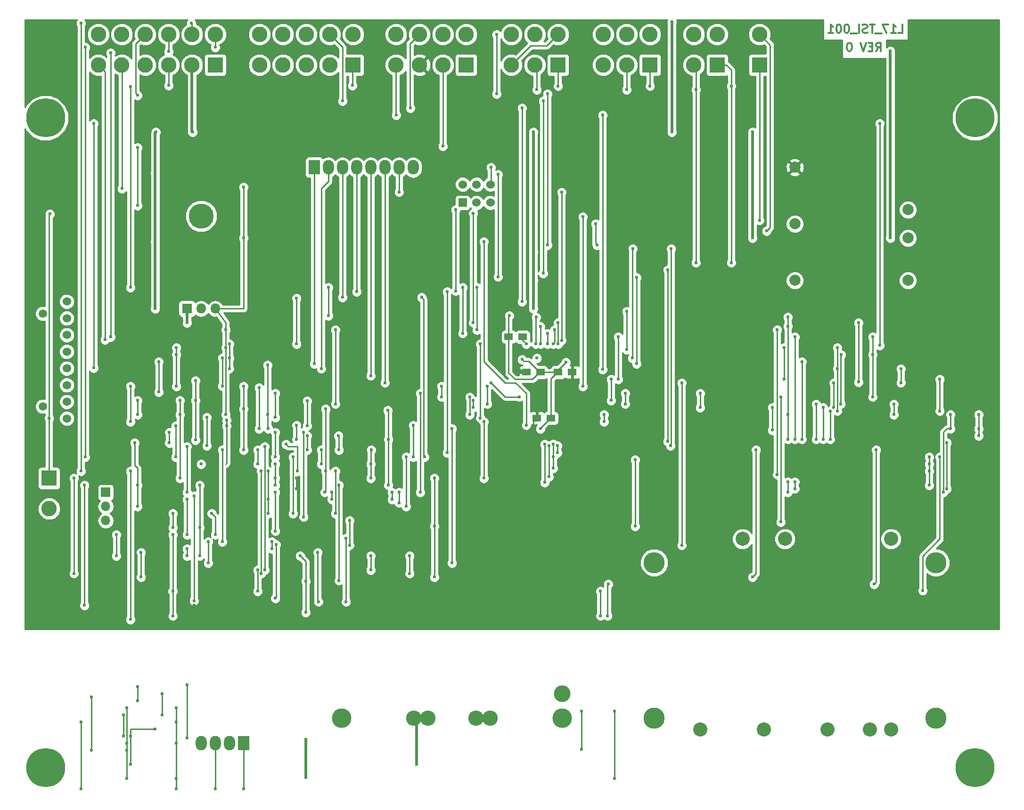
<source format=gbr>
G04 #@! TF.FileFunction,Copper,L2,Bot,Signal*
%FSLAX46Y46*%
G04 Gerber Fmt 4.6, Leading zero omitted, Abs format (unit mm)*
G04 Created by KiCad (PCBNEW 4.0.7) date 02/23/18 16:40:34*
%MOMM*%
%LPD*%
G01*
G04 APERTURE LIST*
%ADD10C,0.100000*%
%ADD11C,0.300000*%
%ADD12R,2.800000X2.800000*%
%ADD13C,2.800000*%
%ADD14C,2.540000*%
%ADD15C,3.810000*%
%ADD16R,1.500000X1.250000*%
%ADD17C,2.000000*%
%ADD18R,1.524000X1.524000*%
%ADD19C,1.524000*%
%ADD20R,2.000000X2.600000*%
%ADD21O,2.000000X2.600000*%
%ADD22C,7.000000*%
%ADD23C,4.500000*%
%ADD24R,1.800000X1.800000*%
%ADD25O,1.800000X1.800000*%
%ADD26R,1.700000X1.700000*%
%ADD27O,1.700000X1.700000*%
%ADD28C,1.500000*%
%ADD29C,2.750000*%
%ADD30C,3.500000*%
%ADD31C,3.000000*%
%ADD32C,0.600000*%
%ADD33C,0.250000*%
%ADD34C,0.500000*%
%ADD35C,0.508000*%
%ADD36C,0.254000*%
G04 APERTURE END LIST*
D10*
D11*
X184768856Y-22268571D02*
X185268856Y-21554286D01*
X185625999Y-22268571D02*
X185625999Y-20768571D01*
X185054571Y-20768571D01*
X184911713Y-20840000D01*
X184840285Y-20911429D01*
X184768856Y-21054286D01*
X184768856Y-21268571D01*
X184840285Y-21411429D01*
X184911713Y-21482857D01*
X185054571Y-21554286D01*
X185625999Y-21554286D01*
X184125999Y-21482857D02*
X183625999Y-21482857D01*
X183411713Y-22268571D02*
X184125999Y-22268571D01*
X184125999Y-20768571D01*
X183411713Y-20768571D01*
X182983142Y-20768571D02*
X182483142Y-22268571D01*
X181983142Y-20768571D01*
X180054571Y-20768571D02*
X179911714Y-20768571D01*
X179768857Y-20840000D01*
X179697428Y-20911429D01*
X179625999Y-21054286D01*
X179554571Y-21340000D01*
X179554571Y-21697143D01*
X179625999Y-21982857D01*
X179697428Y-22125714D01*
X179768857Y-22197143D01*
X179911714Y-22268571D01*
X180054571Y-22268571D01*
X180197428Y-22197143D01*
X180268857Y-22125714D01*
X180340285Y-21982857D01*
X180411714Y-21697143D01*
X180411714Y-21340000D01*
X180340285Y-21054286D01*
X180268857Y-20911429D01*
X180197428Y-20840000D01*
X180054571Y-20768571D01*
X188772855Y-18966571D02*
X189487141Y-18966571D01*
X189487141Y-17466571D01*
X187487141Y-18966571D02*
X188344284Y-18966571D01*
X187915712Y-18966571D02*
X187915712Y-17466571D01*
X188058569Y-17680857D01*
X188201427Y-17823714D01*
X188344284Y-17895143D01*
X186987141Y-17466571D02*
X185987141Y-17466571D01*
X186629998Y-18966571D01*
X185772856Y-19109429D02*
X184629999Y-19109429D01*
X184487142Y-17466571D02*
X183629999Y-17466571D01*
X184058570Y-18966571D02*
X184058570Y-17466571D01*
X183201428Y-18895143D02*
X182987142Y-18966571D01*
X182629999Y-18966571D01*
X182487142Y-18895143D01*
X182415713Y-18823714D01*
X182344285Y-18680857D01*
X182344285Y-18538000D01*
X182415713Y-18395143D01*
X182487142Y-18323714D01*
X182629999Y-18252286D01*
X182915713Y-18180857D01*
X183058571Y-18109429D01*
X183129999Y-18038000D01*
X183201428Y-17895143D01*
X183201428Y-17752286D01*
X183129999Y-17609429D01*
X183058571Y-17538000D01*
X182915713Y-17466571D01*
X182558571Y-17466571D01*
X182344285Y-17538000D01*
X181701428Y-18966571D02*
X181701428Y-17466571D01*
X181344285Y-19109429D02*
X180201428Y-19109429D01*
X179558571Y-17466571D02*
X179415714Y-17466571D01*
X179272857Y-17538000D01*
X179201428Y-17609429D01*
X179129999Y-17752286D01*
X179058571Y-18038000D01*
X179058571Y-18395143D01*
X179129999Y-18680857D01*
X179201428Y-18823714D01*
X179272857Y-18895143D01*
X179415714Y-18966571D01*
X179558571Y-18966571D01*
X179701428Y-18895143D01*
X179772857Y-18823714D01*
X179844285Y-18680857D01*
X179915714Y-18395143D01*
X179915714Y-18038000D01*
X179844285Y-17752286D01*
X179772857Y-17609429D01*
X179701428Y-17538000D01*
X179558571Y-17466571D01*
X178130000Y-17466571D02*
X177987143Y-17466571D01*
X177844286Y-17538000D01*
X177772857Y-17609429D01*
X177701428Y-17752286D01*
X177630000Y-18038000D01*
X177630000Y-18395143D01*
X177701428Y-18680857D01*
X177772857Y-18823714D01*
X177844286Y-18895143D01*
X177987143Y-18966571D01*
X178130000Y-18966571D01*
X178272857Y-18895143D01*
X178344286Y-18823714D01*
X178415714Y-18680857D01*
X178487143Y-18395143D01*
X178487143Y-18038000D01*
X178415714Y-17752286D01*
X178344286Y-17609429D01*
X178272857Y-17538000D01*
X178130000Y-17466571D01*
X176201429Y-18966571D02*
X177058572Y-18966571D01*
X176630000Y-18966571D02*
X176630000Y-17466571D01*
X176772857Y-17680857D01*
X176915715Y-17823714D01*
X177058572Y-17895143D01*
D12*
X144145000Y-24765000D03*
D13*
X139945000Y-24765000D03*
X135745000Y-24765000D03*
X144145000Y-19265000D03*
X139945000Y-19265000D03*
X135745000Y-19265000D03*
D14*
X153162000Y-144272000D03*
X164592000Y-144272000D03*
X176022000Y-144272000D03*
X183642000Y-144272000D03*
X187452000Y-144272000D03*
X160782000Y-109982000D03*
X168402000Y-109982000D03*
X187452000Y-109982000D03*
D15*
X144907000Y-142240000D03*
X144907000Y-114249200D03*
X195503800Y-142240000D03*
X195503800Y-114249200D03*
D16*
X121265000Y-73660000D03*
X118765000Y-73660000D03*
D17*
X170180000Y-53340000D03*
X170180000Y-63500000D03*
X170180000Y-43180000D03*
X190500000Y-63500000D03*
X190500000Y-55880000D03*
X190500000Y-50800000D03*
D18*
X110490000Y-49530000D03*
D19*
X112990000Y-49530000D03*
X115490000Y-49530000D03*
X110490000Y-46230000D03*
X112990000Y-46230000D03*
X115490000Y-46230000D03*
D20*
X71120000Y-146685000D03*
D21*
X68580000Y-146685000D03*
X66040000Y-146685000D03*
X63500000Y-146685000D03*
D16*
X130155000Y-80010000D03*
X127655000Y-80010000D03*
X121940000Y-80010000D03*
X124440000Y-80010000D03*
X123845000Y-88265000D03*
X126345000Y-88265000D03*
D22*
X202565000Y-151130000D03*
X35560000Y-151130000D03*
X35560000Y-34290000D03*
X202565000Y-34290000D03*
D23*
X63500000Y-51920000D03*
D24*
X60960000Y-68580000D03*
D25*
X63500000Y-68580000D03*
X66040000Y-68580000D03*
D26*
X46355000Y-101600000D03*
D27*
X46355000Y-104140000D03*
X46355000Y-106680000D03*
D12*
X66040000Y-24765000D03*
D13*
X61840000Y-24765000D03*
X57640000Y-24765000D03*
X53440000Y-24765000D03*
X49240000Y-24765000D03*
X45040000Y-24765000D03*
X66040000Y-19265000D03*
X61840000Y-19265000D03*
X57640000Y-19265000D03*
X53440000Y-19265000D03*
X49240000Y-19265000D03*
X45040000Y-19265000D03*
D12*
X90805000Y-24765000D03*
D13*
X86605000Y-24765000D03*
X82405000Y-24765000D03*
X78205000Y-24765000D03*
X74005000Y-24765000D03*
X90805000Y-19265000D03*
X86605000Y-19265000D03*
X82405000Y-19265000D03*
X78205000Y-19265000D03*
X74005000Y-19265000D03*
D12*
X111125000Y-24765000D03*
D13*
X106925000Y-24765000D03*
X102725000Y-24765000D03*
X98525000Y-24765000D03*
X111125000Y-19265000D03*
X106925000Y-19265000D03*
X102725000Y-19265000D03*
X98525000Y-19265000D03*
D20*
X83820000Y-43180000D03*
D21*
X86360000Y-43180000D03*
X88900000Y-43180000D03*
X91440000Y-43180000D03*
X93980000Y-43180000D03*
X96520000Y-43180000D03*
X99060000Y-43180000D03*
X101600000Y-43180000D03*
D12*
X127635000Y-24765000D03*
D13*
X123435000Y-24765000D03*
X119235000Y-24765000D03*
X127635000Y-19265000D03*
X123435000Y-19265000D03*
X119235000Y-19265000D03*
D28*
X35050000Y-86160000D03*
D19*
X39370000Y-88310000D03*
X39370000Y-85310000D03*
X39370000Y-82310000D03*
X39370000Y-79310000D03*
X39370000Y-76310000D03*
X39370000Y-73310000D03*
X39370000Y-70310000D03*
D28*
X35050000Y-69460000D03*
D19*
X39370000Y-67310000D03*
D12*
X163830000Y-24765000D03*
D13*
X163830000Y-19265000D03*
D12*
X36195000Y-99060000D03*
D13*
X36195000Y-104560000D03*
D29*
X115445000Y-142240000D03*
X112905000Y-142240000D03*
X101725000Y-142240000D03*
X104265000Y-142240000D03*
D30*
X128395000Y-142240000D03*
X88775000Y-142240000D03*
D31*
X128395000Y-137790000D03*
D12*
X156210000Y-24765000D03*
D13*
X152010000Y-24765000D03*
X156210000Y-19265000D03*
X152010000Y-19265000D03*
D32*
X63500000Y-96520000D03*
X73914000Y-90170000D03*
X73914000Y-82804000D03*
X153162000Y-86360000D03*
X153162000Y-83820000D03*
X78740000Y-92964000D03*
X80772000Y-97790000D03*
X134620000Y-57150000D03*
X134366000Y-53340000D03*
X181610000Y-71120000D03*
X181610000Y-81788000D03*
X124460000Y-90170000D03*
X118872000Y-69850000D03*
X121158000Y-77724000D03*
X129032000Y-78232000D03*
X51562000Y-92710000D03*
X52070000Y-100330000D03*
X52070000Y-104140000D03*
X63246000Y-100330000D03*
X63246000Y-113030000D03*
X63246000Y-107950000D03*
X52070000Y-30226000D03*
X81283202Y-113030000D03*
X82296000Y-123190000D03*
X82296000Y-117602000D03*
X167640000Y-106934000D03*
X167640000Y-84455000D03*
X149860000Y-111125000D03*
X149860000Y-81915000D03*
X185420000Y-75184000D03*
X185420000Y-35306000D03*
X44196000Y-35306000D03*
X44196000Y-79248000D03*
X123656797Y-74930000D03*
X123698000Y-70104000D03*
X168910000Y-70104000D03*
X123825000Y-77470000D03*
X168910000Y-87630000D03*
X187960000Y-87630000D03*
X187960000Y-85725000D03*
X168910000Y-71755000D03*
X168910000Y-92075000D03*
X184150000Y-84455000D03*
X170180000Y-73660000D03*
X170180000Y-92075000D03*
X184150000Y-76835000D03*
X184150000Y-73660000D03*
X125984000Y-98806000D03*
X126025203Y-93218000D03*
X125222000Y-92964000D03*
X125222000Y-99822000D03*
X148082000Y-36830000D03*
X148082000Y-17018000D03*
X61976000Y-36830000D03*
X123190000Y-68580000D03*
X123190000Y-63500000D03*
X55245000Y-44196000D03*
X55372000Y-36830000D03*
X55245000Y-68580000D03*
X55245000Y-56515000D03*
X60960000Y-71120000D03*
X123190000Y-58420000D03*
X162560000Y-55880000D03*
X123190000Y-36830000D03*
X162560000Y-36830000D03*
X60960000Y-68580000D03*
X187325000Y-22225000D03*
X187325000Y-55880000D03*
X46228000Y-74168000D03*
X57658000Y-22352000D03*
X47244000Y-22606000D03*
X47244000Y-73660000D03*
X64516000Y-93218000D03*
X60960000Y-93345000D03*
X49276000Y-46990000D03*
X71120000Y-46736000D03*
X42545000Y-100330000D03*
X60960000Y-101600000D03*
X42545000Y-121920000D03*
X71120000Y-55880000D03*
X67945000Y-72390000D03*
X87630000Y-72390000D03*
X87630000Y-85725000D03*
X67945000Y-87630000D03*
X67945000Y-75565000D03*
X66040000Y-68580000D03*
X64516000Y-88138000D03*
X197485000Y-100965000D03*
X197485000Y-92710000D03*
X170180000Y-100965000D03*
X170180000Y-99695000D03*
X203200000Y-91440000D03*
X203200000Y-90170000D03*
X203200000Y-87630000D03*
X194310000Y-100330000D03*
X194310000Y-96520000D03*
X194310000Y-95250000D03*
X194310000Y-97790000D03*
X58420000Y-123825000D03*
X73660000Y-115570000D03*
X58400000Y-119380000D03*
X58420000Y-109220000D03*
X73660000Y-119380000D03*
X121920000Y-74930000D03*
X131826000Y-140970000D03*
X131826000Y-147828000D03*
X60960000Y-136182500D03*
X60960000Y-145735000D03*
X52070000Y-136525000D03*
X52070000Y-139065000D03*
X41910000Y-142875000D03*
X59055000Y-154940000D03*
X71120000Y-154940000D03*
X59055000Y-146685000D03*
X59055000Y-140335000D03*
X59055000Y-142875000D03*
X59055000Y-153035000D03*
X66040000Y-154940000D03*
X41910000Y-154940000D03*
X82296000Y-152908000D03*
X82296000Y-146050000D03*
X137795000Y-140970000D03*
X137795000Y-153035000D03*
X50165000Y-146685000D03*
X50165000Y-153035000D03*
X50165000Y-140335000D03*
X50165000Y-147955000D03*
X55245000Y-144145000D03*
X50800000Y-145415000D03*
X50800000Y-150495000D03*
X114300000Y-56515000D03*
X86360000Y-64770000D03*
X86360000Y-69850000D03*
X121920000Y-89535000D03*
X116840000Y-62865000D03*
X116840000Y-44450000D03*
X127000000Y-72390000D03*
X113030000Y-72390000D03*
X113030000Y-64770000D03*
X126746000Y-74930000D03*
X109220000Y-50800000D03*
X109220000Y-65405000D03*
X125730000Y-74930000D03*
X125730000Y-73025000D03*
X110490000Y-73025000D03*
X110490000Y-64770000D03*
X139954000Y-29210000D03*
X123825000Y-29210000D03*
X152400000Y-29210000D03*
X152400000Y-60325000D03*
X127635000Y-28575000D03*
X144145000Y-28575000D03*
X158750000Y-28575000D03*
X158750000Y-60325000D03*
X163830000Y-52705000D03*
X165100000Y-54610000D03*
X36322000Y-51562000D03*
X36195000Y-88265000D03*
X135636000Y-33782000D03*
X98552000Y-33782000D03*
X135636000Y-79502000D03*
X106934000Y-39370000D03*
X116586000Y-19304000D03*
X116586000Y-29972000D03*
X125730000Y-29972000D03*
X125730000Y-57150000D03*
X52070000Y-50038000D03*
X52070000Y-39624000D03*
X52705000Y-112395000D03*
X52705000Y-116840000D03*
X76200000Y-110490000D03*
X76200000Y-111760000D03*
X60960000Y-111760000D03*
X60960000Y-113030000D03*
X166116000Y-90424000D03*
X166116000Y-86360000D03*
X178515000Y-76835000D03*
X178435000Y-85725000D03*
X173990000Y-92075000D03*
X173990000Y-85725000D03*
X196215000Y-86995000D03*
X196215000Y-81280000D03*
X168275000Y-81280000D03*
X168275000Y-75565000D03*
X138430000Y-73660000D03*
X138430000Y-81280000D03*
X177800000Y-75565000D03*
X176530000Y-92075000D03*
X176530000Y-86995000D03*
X177800000Y-86995000D03*
X177800000Y-79375000D03*
X107696000Y-65532000D03*
X107696000Y-94488000D03*
X127508000Y-94488000D03*
X127508000Y-93218000D03*
X91440000Y-65532000D03*
X55880000Y-83566000D03*
X55880000Y-78105000D03*
X59690000Y-85090000D03*
X59690000Y-99060000D03*
X59690000Y-87630000D03*
X76835000Y-99060000D03*
X76835000Y-96520000D03*
X76835000Y-100330000D03*
X41910000Y-97790000D03*
X41910000Y-17272000D03*
X61722000Y-17272000D03*
X66040000Y-21590000D03*
X42672000Y-21590000D03*
X42672000Y-95250000D03*
X93980000Y-113030000D03*
X93980000Y-115570000D03*
X74930000Y-115570000D03*
X74930000Y-93345000D03*
X82550000Y-93980000D03*
X73660000Y-93980000D03*
X73660000Y-96520000D03*
X82550000Y-91440000D03*
X93980000Y-99060000D03*
X94060000Y-93980000D03*
X93980000Y-96520000D03*
X88265000Y-93980000D03*
X88185000Y-91440000D03*
X85090000Y-96520000D03*
X85090000Y-93980000D03*
X103632000Y-95250000D03*
X126746000Y-95250000D03*
X126746000Y-97282000D03*
X126773208Y-92893633D03*
X103124000Y-66548000D03*
X88900000Y-66548000D03*
X90678000Y-28448000D03*
X57658000Y-28448000D03*
X50800000Y-28622990D03*
X50800000Y-64770000D03*
X184404000Y-118110000D03*
X136525000Y-123825000D03*
X136652000Y-118110000D03*
X184785000Y-93980000D03*
X43815000Y-138430000D03*
X43815000Y-147955000D03*
X102235000Y-150495000D03*
X75565000Y-105410000D03*
X75565000Y-102870000D03*
X75565000Y-97790000D03*
X66040000Y-109220000D03*
X65405000Y-105410000D03*
X76835000Y-101600000D03*
X76835000Y-108585000D03*
X80010000Y-95250000D03*
X80010000Y-105410000D03*
X87630000Y-105410000D03*
X87630000Y-97790000D03*
X99060000Y-103505000D03*
X99060000Y-101600000D03*
X97790000Y-102870000D03*
X97790000Y-101600000D03*
X86995000Y-101600000D03*
X86995000Y-102870000D03*
X83820000Y-78486000D03*
X85090000Y-79375000D03*
X93980000Y-80645000D03*
X120650000Y-84455000D03*
X115570000Y-81915000D03*
X96520000Y-81915000D03*
X132080000Y-82550000D03*
X132080000Y-52070000D03*
X88900000Y-31242000D03*
X124968000Y-31242000D03*
X124968000Y-62230000D03*
X115570000Y-43180000D03*
X99060000Y-47625000D03*
X68580000Y-74930000D03*
X68580000Y-77470000D03*
X68580000Y-79375000D03*
X162560000Y-116840000D03*
X163195000Y-93980000D03*
X175260000Y-86360000D03*
X177165000Y-86360000D03*
X177165000Y-81915000D03*
X175260000Y-92075000D03*
X137160000Y-85090000D03*
X137160000Y-81280000D03*
X59055000Y-75565000D03*
X59055000Y-76835000D03*
X50800000Y-88900000D03*
X59055000Y-82550000D03*
X50800000Y-82550000D03*
X57785000Y-90805000D03*
X57785000Y-92710000D03*
X62484000Y-81534000D03*
X62484000Y-85090000D03*
X62484000Y-92202000D03*
X67310000Y-93980000D03*
X71120000Y-93980000D03*
X67310000Y-110490000D03*
X85725000Y-101600000D03*
X67310000Y-82470000D03*
X67310000Y-77470000D03*
X85852000Y-97790000D03*
X71120000Y-82550000D03*
X71120000Y-86614000D03*
X85852000Y-86614000D03*
X76835000Y-88138000D03*
X102870000Y-101600000D03*
X102870000Y-83820000D03*
X76835000Y-83820000D03*
X101600000Y-89535000D03*
X101600000Y-95250000D03*
X82550000Y-89662000D03*
X82550000Y-85170000D03*
X112395000Y-51435000D03*
X112395000Y-71120000D03*
X127635000Y-71120000D03*
X127635000Y-74930000D03*
X128270000Y-47625000D03*
X128270000Y-74295000D03*
X100330000Y-104140000D03*
X100330000Y-95250000D03*
X137922000Y-94742000D03*
X137922000Y-97282000D03*
X143510000Y-60325000D03*
X78740000Y-114935000D03*
X85725000Y-114935000D03*
X85725000Y-117475000D03*
X66040000Y-101600000D03*
X80645000Y-100965000D03*
X80645000Y-99060000D03*
X62230000Y-121920000D03*
X62230000Y-125095000D03*
X136525000Y-116205000D03*
X199390000Y-101600000D03*
X133985000Y-123825000D03*
X123190000Y-89535000D03*
X130175000Y-77470000D03*
X120015000Y-77470000D03*
X98425000Y-100330000D03*
X107315000Y-105410000D03*
X78740000Y-113030000D03*
X52705000Y-96520000D03*
X85725000Y-107950000D03*
X106045000Y-86995000D03*
X159385000Y-62865000D03*
X182880000Y-79375000D03*
X172740000Y-94635000D03*
X111125000Y-55880000D03*
X88900000Y-96520000D03*
X59690000Y-121920000D03*
X58420000Y-100330000D03*
X58420000Y-104140000D03*
X81280000Y-82550000D03*
X95250000Y-69850000D03*
X139700000Y-91440000D03*
X52070000Y-87630000D03*
X52070000Y-85090000D03*
X58928000Y-95250000D03*
X58928000Y-89662000D03*
X171450000Y-78105000D03*
X171450000Y-92075000D03*
X189230000Y-81915000D03*
X189230000Y-79375000D03*
X135255000Y-123825000D03*
X135255000Y-119380000D03*
X193143599Y-119276401D03*
X196215000Y-95250000D03*
X56515000Y-137795000D03*
X56515000Y-141605000D03*
X49530000Y-141605000D03*
X49530000Y-145415000D03*
X112395000Y-85090000D03*
X112395000Y-86360000D03*
X111760000Y-87630000D03*
X111760000Y-84455000D03*
X114935000Y-85725000D03*
X114935000Y-82550000D03*
X106680000Y-82550000D03*
X106680000Y-84455000D03*
X75438000Y-78740000D03*
X75565000Y-90170000D03*
X80645000Y-89535000D03*
X80645000Y-92075000D03*
X75438000Y-87630000D03*
X68072000Y-88646000D03*
X68072000Y-89662000D03*
X196850000Y-101600000D03*
X124460000Y-74930000D03*
X124460000Y-71755000D03*
X167005000Y-72390000D03*
X167005000Y-98425000D03*
X198120000Y-90170000D03*
X198140000Y-87630000D03*
X168910000Y-99695000D03*
X168910000Y-101600000D03*
X140970000Y-77470000D03*
X141050000Y-57785000D03*
X141732000Y-62992000D03*
X141732000Y-78486000D03*
X105410000Y-107696000D03*
X141478000Y-107696000D03*
X141478000Y-95758000D03*
X114300000Y-99060000D03*
X114300000Y-88900000D03*
X105410000Y-99060000D03*
X105410000Y-116840000D03*
X40640000Y-99060000D03*
X40640000Y-116205000D03*
X50800000Y-97790000D03*
X50800000Y-124460000D03*
X81915000Y-106045000D03*
X81915000Y-90805000D03*
X76835000Y-90805000D03*
X76835000Y-95250000D03*
X90170000Y-111125000D03*
X90170000Y-106680000D03*
X100965000Y-113030000D03*
X100965000Y-116205000D03*
X74295000Y-116205000D03*
X74295000Y-97790000D03*
X60960000Y-102870000D03*
X60960000Y-109220000D03*
X64770000Y-114300000D03*
X64770000Y-110490000D03*
X108585000Y-114300000D03*
X108585000Y-90170000D03*
X48260000Y-109220000D03*
X48260000Y-113030000D03*
X58420000Y-105410000D03*
X58420000Y-107950000D03*
X135890000Y-87630000D03*
X135890000Y-88900000D03*
X139700000Y-83820000D03*
X139700000Y-85725000D03*
X113665000Y-88265000D03*
X113665000Y-74930000D03*
X80645000Y-74930000D03*
X80645000Y-66675000D03*
X97028000Y-86868000D03*
X97155000Y-92075000D03*
X97155000Y-100330000D03*
X88265000Y-100330000D03*
X88265000Y-117475000D03*
X147955000Y-57785000D03*
X147828000Y-93218000D03*
X147320000Y-92456000D03*
X147320000Y-61595000D03*
X76962000Y-110998000D03*
X76835000Y-120650000D03*
X62230000Y-121116797D03*
X62230000Y-102235000D03*
X89535000Y-109855000D03*
X89535000Y-121285000D03*
X84582000Y-121285000D03*
X84455000Y-112395000D03*
X101092000Y-32512000D03*
X121158000Y-32512000D03*
X121158000Y-67310000D03*
X139954000Y-75946000D03*
X139954000Y-69088000D03*
D33*
X73914000Y-82804000D02*
X73914000Y-90170000D01*
X127635000Y-19265000D02*
X125609999Y-21290001D01*
X125609999Y-21290001D02*
X122709999Y-21290001D01*
X122709999Y-21290001D02*
X120634999Y-23365001D01*
X120634999Y-23365001D02*
X119235000Y-24765000D01*
X153162000Y-83820000D02*
X153162000Y-86360000D01*
X78740000Y-92964000D02*
X79127800Y-93351800D01*
X79127800Y-93351800D02*
X80772000Y-93351800D01*
X80772000Y-93351800D02*
X80772000Y-97790000D01*
X134366000Y-53340000D02*
X134366000Y-56896000D01*
X134366000Y-56896000D02*
X134620000Y-57150000D01*
X181610000Y-81788000D02*
X181610000Y-71120000D01*
X119888000Y-81280000D02*
X123045000Y-81280000D01*
X123045000Y-81280000D02*
X124315000Y-80010000D01*
X124315000Y-80010000D02*
X124440000Y-80010000D01*
X118765000Y-80157000D02*
X119888000Y-81280000D01*
X118765000Y-73660000D02*
X118765000Y-80157000D01*
X126345000Y-88265000D02*
X126220000Y-88265000D01*
X126220000Y-88265000D02*
X124460000Y-90025000D01*
X124460000Y-90025000D02*
X124460000Y-90170000D01*
X126345000Y-88265000D02*
X126345000Y-81195000D01*
X126345000Y-81195000D02*
X127530000Y-80010000D01*
X127530000Y-80010000D02*
X127655000Y-80010000D01*
X118765000Y-73660000D02*
X118765000Y-69957000D01*
X118765000Y-69957000D02*
X118872000Y-69850000D01*
X121158000Y-77724000D02*
X121457999Y-78023999D01*
X121457999Y-78023999D02*
X122328999Y-78023999D01*
X122328999Y-78023999D02*
X124315000Y-80010000D01*
X127655000Y-80010000D02*
X127655000Y-79609000D01*
X127655000Y-79609000D02*
X129032000Y-78232000D01*
X124440000Y-80010000D02*
X125440000Y-80010000D01*
X125440000Y-80010000D02*
X127655000Y-80010000D01*
X52070000Y-97282000D02*
X51562000Y-96774000D01*
X51562000Y-96774000D02*
X51562000Y-92710000D01*
X52070000Y-97536000D02*
X52070000Y-97282000D01*
X52070000Y-100330000D02*
X52070000Y-97536000D01*
X52070000Y-104140000D02*
X52070000Y-100330000D01*
X63246000Y-100330000D02*
X63246000Y-107950000D01*
X63246000Y-107950000D02*
X63246000Y-113030000D01*
X53440000Y-19265000D02*
X51711799Y-20993201D01*
X51711799Y-20993201D02*
X51711799Y-29867799D01*
X51711799Y-29867799D02*
X52070000Y-30226000D01*
X82296000Y-117602000D02*
X82296000Y-114042798D01*
X82296000Y-114042798D02*
X81283202Y-113030000D01*
X82296000Y-117602000D02*
X82296000Y-123190000D01*
X167640000Y-88900000D02*
X167640000Y-106934000D01*
X167640000Y-84455000D02*
X167640000Y-88900000D01*
X149860000Y-81915000D02*
X149860000Y-111125000D01*
X185420000Y-35306000D02*
X185420000Y-75184000D01*
X44196000Y-55250935D02*
X44196000Y-35306000D01*
X44196000Y-79248000D02*
X44196000Y-55250935D01*
X123656797Y-74930000D02*
X123656797Y-70145203D01*
X123656797Y-70145203D02*
X123698000Y-70104000D01*
X168910000Y-71755000D02*
X168910000Y-70104000D01*
X187960000Y-85725000D02*
X187960000Y-87630000D01*
X168910000Y-71755000D02*
X168910000Y-87630000D01*
X168910000Y-87630000D02*
X168910000Y-92075000D01*
X184150000Y-76835000D02*
X184150000Y-84455000D01*
X170180000Y-73660000D02*
X170180000Y-92075000D01*
X184150000Y-73660000D02*
X184150000Y-76835000D01*
X126025203Y-93218000D02*
X126025203Y-96774000D01*
X126025203Y-96774000D02*
X126025203Y-97240797D01*
X125984000Y-98806000D02*
X125984000Y-96815203D01*
X125984000Y-96815203D02*
X126025203Y-96774000D01*
X126025203Y-97240797D02*
X125984000Y-97282000D01*
X125222000Y-92964000D02*
X125222000Y-98298000D01*
X125222000Y-98298000D02*
X125222000Y-99822000D01*
D34*
X148082000Y-17018000D02*
X148082000Y-36830000D01*
X61840000Y-24765000D02*
X61840000Y-36694000D01*
X61840000Y-36694000D02*
X61976000Y-36830000D01*
X123190000Y-63500000D02*
X123190000Y-68580000D01*
X123190000Y-58420000D02*
X123190000Y-63500000D01*
X55245000Y-45085000D02*
X55245000Y-44196000D01*
X55245000Y-44196000D02*
X55245000Y-36957000D01*
X55245000Y-36957000D02*
X55372000Y-36830000D01*
X55245000Y-56515000D02*
X55245000Y-45085000D01*
X55245000Y-56515000D02*
X55245000Y-68580000D01*
X60980000Y-71100000D02*
X60960000Y-68580000D01*
D33*
X60980000Y-71100000D02*
X60960000Y-71120000D01*
D34*
X123190000Y-58420000D02*
X123190000Y-36830000D01*
X162560000Y-36830000D02*
X162560000Y-55880000D01*
X187325000Y-22225000D02*
X187325000Y-55880000D01*
D33*
X46228000Y-74168000D02*
X46228000Y-25953000D01*
X46228000Y-25953000D02*
X45040000Y-24765000D01*
X57658000Y-22352000D02*
X57658000Y-19283000D01*
X57658000Y-19283000D02*
X57640000Y-19265000D01*
X47244000Y-73660000D02*
X47244000Y-22606000D01*
X60960000Y-93345000D02*
X60960000Y-101600000D01*
X49276000Y-46990000D02*
X49276000Y-24801000D01*
X49276000Y-24801000D02*
X49240000Y-24765000D01*
X71120000Y-55880000D02*
X71120000Y-46736000D01*
X42545000Y-121920000D02*
X42545000Y-100330000D01*
X66040000Y-68580000D02*
X71120000Y-68580000D01*
X71120000Y-68580000D02*
X71120000Y-55880000D01*
X87630000Y-85725000D02*
X87630000Y-72390000D01*
X67945000Y-75565000D02*
X67945000Y-87630000D01*
X67945000Y-75565000D02*
X67945000Y-72390000D01*
X67945000Y-72390000D02*
X67945000Y-71120000D01*
X66040000Y-68580000D02*
X67945000Y-71120000D01*
X64516000Y-88138000D02*
X64516000Y-93218000D01*
X197485000Y-92710000D02*
X197485000Y-100965000D01*
X170180000Y-100965000D02*
X170180000Y-99695000D01*
X203200000Y-91440000D02*
X203200000Y-90170000D01*
X203200000Y-87630000D02*
X203200000Y-90170000D01*
X194310000Y-97790000D02*
X194310000Y-100330000D01*
X194310000Y-96520000D02*
X194310000Y-97790000D01*
X194310000Y-95250000D02*
X194310000Y-96520000D01*
X58400000Y-123805000D02*
X58400000Y-119380000D01*
X58420000Y-123825000D02*
X58400000Y-123805000D01*
X58420000Y-119360000D02*
X58420000Y-109220000D01*
X58400000Y-119380000D02*
X58420000Y-119360000D01*
X73660000Y-119380000D02*
X73660000Y-115570000D01*
X121265000Y-73660000D02*
X121265000Y-74275000D01*
X121265000Y-74275000D02*
X121920000Y-74930000D01*
X131826000Y-147828000D02*
X131826000Y-140970000D01*
X60960000Y-145735000D02*
X60960000Y-136182500D01*
X52070000Y-139065000D02*
X52070000Y-136525000D01*
X41910000Y-154940000D02*
X41910000Y-142875000D01*
X59055000Y-153035000D02*
X59055000Y-154940000D01*
X71120000Y-146685000D02*
X71120000Y-154940000D01*
X59055000Y-142875000D02*
X59055000Y-140335000D01*
X59055000Y-142875000D02*
X59055000Y-146685000D01*
X59055000Y-146685000D02*
X59055000Y-153035000D01*
X66040000Y-146685000D02*
X66040000Y-154940000D01*
D35*
X82296000Y-146050000D02*
X82296000Y-152908000D01*
D33*
X137795000Y-153035000D02*
X137795000Y-140970000D01*
X50165000Y-153035000D02*
X50165000Y-147955000D01*
X50165000Y-146685000D02*
X50165000Y-140335000D01*
X50165000Y-146685000D02*
X50165000Y-147955000D01*
X50800000Y-144145000D02*
X55245000Y-144145000D01*
X50800000Y-144145000D02*
X50800000Y-145415000D01*
X50800000Y-145415000D02*
X50800000Y-150495000D01*
X114300000Y-78105000D02*
X118110000Y-81915000D01*
X118110000Y-81915000D02*
X120015000Y-81915000D01*
X86360000Y-69850000D02*
X86360000Y-64770000D01*
X114300000Y-78105000D02*
X114300000Y-56515000D01*
X121920000Y-83820000D02*
X121920000Y-89535000D01*
X120015000Y-81915000D02*
X121920000Y-83820000D01*
X116840000Y-44450000D02*
X116840000Y-62865000D01*
X127000000Y-72390000D02*
X127000000Y-74676000D01*
X113030000Y-72390000D02*
X113030000Y-64770000D01*
X127000000Y-74676000D02*
X126746000Y-74930000D01*
X109220000Y-50800000D02*
X109220000Y-65405000D01*
X125730000Y-73025000D02*
X125730000Y-74930000D01*
X110490000Y-73025000D02*
X110490000Y-64770000D01*
X139945000Y-24765000D02*
X139945000Y-29201000D01*
X139945000Y-29201000D02*
X139954000Y-29210000D01*
X152400000Y-29210000D02*
X152400000Y-25155000D01*
X152400000Y-25155000D02*
X152010000Y-24765000D01*
X123825000Y-29210000D02*
X123825000Y-25155000D01*
X123825000Y-25155000D02*
X123435000Y-24765000D01*
X152400000Y-60325000D02*
X152400000Y-29210000D01*
X127635000Y-28575000D02*
X127635000Y-24765000D01*
X158750000Y-28575000D02*
X158750000Y-25655000D01*
X158750000Y-25655000D02*
X157860000Y-24765000D01*
X157860000Y-24765000D02*
X156210000Y-24765000D01*
X144145000Y-28575000D02*
X144145000Y-24765000D01*
X158750000Y-60325000D02*
X158750000Y-28575000D01*
X163830000Y-52705000D02*
X163830000Y-24765000D01*
X165735000Y-21170000D02*
X163830000Y-19265000D01*
X165735000Y-53975000D02*
X165735000Y-21170000D01*
X165100000Y-54610000D02*
X165735000Y-53975000D01*
X36195000Y-88265000D02*
X36195000Y-51689000D01*
X36195000Y-51689000D02*
X36322000Y-51562000D01*
X36195000Y-88265000D02*
X36195000Y-99060000D01*
X135636000Y-33782000D02*
X135636000Y-79502000D01*
X98525000Y-24765000D02*
X98525000Y-33755000D01*
X98525000Y-33755000D02*
X98552000Y-33782000D01*
X106934000Y-39370000D02*
X106934000Y-24774000D01*
X106934000Y-24774000D02*
X106925000Y-24765000D01*
X125730000Y-29972000D02*
X125730000Y-31409738D01*
X125730000Y-31409738D02*
X125730000Y-57150000D01*
X116586000Y-29972000D02*
X116586000Y-19304000D01*
X52070000Y-39624000D02*
X52070000Y-50038000D01*
X52705000Y-116840000D02*
X52705000Y-112395000D01*
X76200000Y-111760000D02*
X76200000Y-110490000D01*
X60960000Y-113030000D02*
X60960000Y-111760000D01*
X166116000Y-86360000D02*
X166116000Y-90424000D01*
X178435000Y-76915000D02*
X178515000Y-76835000D01*
X178435000Y-76915000D02*
X178435000Y-85725000D01*
X173990000Y-85725000D02*
X173990000Y-92075000D01*
X196215000Y-86995000D02*
X196215000Y-81280000D01*
X168275000Y-75565000D02*
X168275000Y-81280000D01*
X177800000Y-79375000D02*
X177800000Y-75565000D01*
X176530000Y-86995000D02*
X176530000Y-92075000D01*
X138430000Y-81280000D02*
X138430000Y-73660000D01*
X177800000Y-86995000D02*
X177800000Y-79375000D01*
X107696000Y-94488000D02*
X107696000Y-65532000D01*
X127508000Y-93218000D02*
X127508000Y-94488000D01*
X91440000Y-43180000D02*
X91440000Y-65532000D01*
X55880000Y-83566000D02*
X55880000Y-78105000D01*
X59690000Y-87630000D02*
X59690000Y-85090000D01*
X59690000Y-99060000D02*
X59690000Y-87630000D01*
X76835000Y-100330000D02*
X76835000Y-99060000D01*
X76835000Y-99060000D02*
X76835000Y-96520000D01*
X41910000Y-17272000D02*
X41910000Y-97790000D01*
X61840000Y-19265000D02*
X61840000Y-17390000D01*
X61840000Y-17390000D02*
X61722000Y-17272000D01*
X66040000Y-21590000D02*
X66040000Y-19265000D01*
X42672000Y-22860000D02*
X42672000Y-21590000D01*
X42672000Y-95250000D02*
X42672000Y-22860000D01*
X93980000Y-115570000D02*
X93980000Y-113030000D01*
X74930000Y-93345000D02*
X74930000Y-115570000D01*
X73660000Y-93980000D02*
X73660000Y-96520000D01*
X82550000Y-91440000D02*
X82550000Y-93980000D01*
X93980000Y-96520000D02*
X93980000Y-99060000D01*
X93980000Y-94060000D02*
X94060000Y-93980000D01*
X93980000Y-94060000D02*
X93980000Y-96520000D01*
X88265000Y-91520000D02*
X88185000Y-91440000D01*
X88265000Y-91520000D02*
X88265000Y-93980000D01*
X85090000Y-93980000D02*
X85090000Y-96520000D01*
X103632000Y-95250000D02*
X103632000Y-94996000D01*
X103632000Y-94996000D02*
X103498201Y-94862201D01*
X126746000Y-95250000D02*
X126746000Y-97282000D01*
X126746000Y-95116200D02*
X126746000Y-95250000D01*
X126746000Y-95116200D02*
X126746000Y-92920841D01*
X126746000Y-92920841D02*
X126773208Y-92893633D01*
X103124000Y-66548000D02*
X103498201Y-66922201D01*
X103498201Y-66922201D02*
X103498201Y-94862201D01*
X88900000Y-43180000D02*
X88900000Y-66548000D01*
X57640000Y-24765000D02*
X57640000Y-28430000D01*
X57640000Y-28430000D02*
X57658000Y-28448000D01*
X90678000Y-28448000D02*
X90678000Y-24892000D01*
X90678000Y-24892000D02*
X90805000Y-24765000D01*
X50800000Y-53086000D02*
X50800000Y-28622990D01*
X50800000Y-28448000D02*
X50800000Y-28622990D01*
X50800000Y-64770000D02*
X50800000Y-53086000D01*
X184785000Y-93980000D02*
X184785000Y-117729000D01*
X184785000Y-117729000D02*
X184404000Y-118110000D01*
X136525000Y-123825000D02*
X136525000Y-118237000D01*
X136525000Y-118237000D02*
X136652000Y-118110000D01*
X43815000Y-147955000D02*
X43815000Y-138430000D01*
D34*
X104265000Y-142240000D02*
X101725000Y-142240000D01*
X102235000Y-150495000D02*
X102235000Y-142750000D01*
X102235000Y-142750000D02*
X101725000Y-142240000D01*
D33*
X75565000Y-105410000D02*
X75565000Y-102870000D01*
X75565000Y-102870000D02*
X75565000Y-97790000D01*
X66040000Y-106045000D02*
X66040000Y-109220000D01*
X65405000Y-105410000D02*
X66040000Y-106045000D01*
X76835000Y-108585000D02*
X76835000Y-101600000D01*
X80010000Y-105410000D02*
X80010000Y-95250000D01*
X87630000Y-97790000D02*
X87630000Y-105410000D01*
X99060000Y-101600000D02*
X99060000Y-103505000D01*
X97790000Y-101600000D02*
X97790000Y-102870000D01*
X86995000Y-102870000D02*
X86995000Y-101600000D01*
X83820000Y-78486000D02*
X83820000Y-43180000D01*
X86360000Y-43815000D02*
X86360000Y-45720000D01*
X85090000Y-46990000D02*
X85090000Y-79375000D01*
X86360000Y-45720000D02*
X85090000Y-46990000D01*
X93980000Y-43815000D02*
X93980000Y-80645000D01*
X118110000Y-84455000D02*
X120650000Y-84455000D01*
X115570000Y-81915000D02*
X118110000Y-84455000D01*
X96520000Y-43815000D02*
X96520000Y-81915000D01*
X132080000Y-52070000D02*
X132080000Y-82550000D01*
X124968000Y-31242000D02*
X124968000Y-62230000D01*
X88900000Y-31242000D02*
X88900000Y-21560000D01*
X88646000Y-21306000D02*
X86605000Y-19265000D01*
X88900000Y-21560000D02*
X88646000Y-21306000D01*
X115570000Y-43180000D02*
X115570000Y-46150000D01*
X115570000Y-46150000D02*
X115490000Y-46230000D01*
X99060000Y-43815000D02*
X99060000Y-47625000D01*
X68580000Y-74930000D02*
X68580000Y-77470000D01*
X68580000Y-79375000D02*
X68580000Y-77470000D01*
X163195000Y-116205000D02*
X162560000Y-116840000D01*
X163195000Y-93980000D02*
X163195000Y-116205000D01*
X175260000Y-86360000D02*
X175260000Y-92075000D01*
X177165000Y-86360000D02*
X177165000Y-81915000D01*
X137160000Y-85090000D02*
X137160000Y-81280000D01*
X59055000Y-76835000D02*
X59055000Y-75565000D01*
X59055000Y-82550000D02*
X59055000Y-76835000D01*
X50800000Y-88900000D02*
X50800000Y-82550000D01*
X57785000Y-92710000D02*
X57785000Y-90805000D01*
X62484000Y-81534000D02*
X62484000Y-85090000D01*
X62484000Y-92202000D02*
X62484000Y-85090000D01*
X71120000Y-93980000D02*
X71120000Y-86614000D01*
X67310000Y-110490000D02*
X67310000Y-93980000D01*
X85852000Y-97790000D02*
X85852000Y-101473000D01*
X85852000Y-101473000D02*
X85725000Y-101600000D01*
X67310000Y-82470000D02*
X67310000Y-77470000D01*
X85852000Y-86614000D02*
X85852000Y-97790000D01*
X71120000Y-86614000D02*
X71120000Y-82550000D01*
X76835000Y-88138000D02*
X76835000Y-85170000D01*
X102870000Y-101600000D02*
X102870000Y-83820000D01*
X76835000Y-83820000D02*
X76835000Y-85090000D01*
X76835000Y-85090000D02*
X76835000Y-85170000D01*
X76835000Y-85090000D02*
X76835000Y-85170000D01*
X101600000Y-89535000D02*
X101600000Y-95250000D01*
X82550000Y-89662000D02*
X82550000Y-85170000D01*
X112395000Y-71120000D02*
X112395000Y-51435000D01*
X127635000Y-74930000D02*
X127635000Y-71120000D01*
X128270000Y-74295000D02*
X128270000Y-47625000D01*
X100330000Y-95250000D02*
X100330000Y-104140000D01*
X78740000Y-114935000D02*
X78740000Y-113030000D01*
X85725000Y-117475000D02*
X85725000Y-114935000D01*
X80645000Y-100965000D02*
X80645000Y-99060000D01*
X62230000Y-125095000D02*
X62230000Y-121920000D01*
X123190000Y-89535000D02*
X123190000Y-88920000D01*
X123190000Y-88920000D02*
X123845000Y-88265000D01*
X130155000Y-80010000D02*
X130155000Y-77490000D01*
X130155000Y-77490000D02*
X130175000Y-77470000D01*
X121940000Y-80010000D02*
X121285000Y-80010000D01*
X121285000Y-80010000D02*
X120015000Y-78740000D01*
X120015000Y-78740000D02*
X120015000Y-77470000D01*
X172740000Y-94635000D02*
X172720000Y-94615000D01*
X52070000Y-87630000D02*
X52070000Y-85090000D01*
X58928000Y-95250000D02*
X58928000Y-89662000D01*
X171450000Y-92075000D02*
X171450000Y-78105000D01*
X189230000Y-81915000D02*
X189230000Y-79375000D01*
X135255000Y-119380000D02*
X135255000Y-123825000D01*
X196215000Y-109978862D02*
X193143599Y-113050263D01*
X193143599Y-113050263D02*
X193143599Y-119276401D01*
X196215000Y-95250000D02*
X196215000Y-109978862D01*
X56515000Y-141605000D02*
X56515000Y-137795000D01*
X49530000Y-141605000D02*
X49530000Y-145415000D01*
X112395000Y-86360000D02*
X112395000Y-85090000D01*
X111760000Y-84455000D02*
X111760000Y-87630000D01*
X114935000Y-82550000D02*
X114935000Y-85725000D01*
X106680000Y-84455000D02*
X106680000Y-82550000D01*
X75438000Y-87630000D02*
X75438000Y-78740000D01*
X68072000Y-96393000D02*
X67945000Y-96520000D01*
X68072000Y-89662000D02*
X68072000Y-96393000D01*
X75438000Y-87630000D02*
X75438000Y-90043000D01*
X75438000Y-90043000D02*
X75565000Y-90170000D01*
X80645000Y-89535000D02*
X80645000Y-92075000D01*
X68072000Y-88646000D02*
X68072000Y-89662000D01*
X196850000Y-101600000D02*
X196850000Y-90805000D01*
X196850000Y-90805000D02*
X197485000Y-90170000D01*
X197485000Y-90170000D02*
X198120000Y-90170000D01*
X167005000Y-72390000D02*
X167005000Y-98425000D01*
X124460000Y-71755000D02*
X124460000Y-74930000D01*
X198140000Y-87630000D02*
X198140000Y-90150000D01*
X198140000Y-90150000D02*
X198120000Y-90170000D01*
X168910000Y-101600000D02*
X168910000Y-99695000D01*
X140970000Y-57865000D02*
X141050000Y-57785000D01*
X140970000Y-57865000D02*
X140970000Y-77470000D01*
X141732000Y-78486000D02*
X141732000Y-62992000D01*
X105410000Y-116840000D02*
X105410000Y-107696000D01*
X105410000Y-107696000D02*
X105410000Y-99060000D01*
X141478000Y-95758000D02*
X141478000Y-107696000D01*
X114300000Y-88900000D02*
X114300000Y-99060000D01*
X40640000Y-116205000D02*
X40640000Y-99060000D01*
X50800000Y-124460000D02*
X50800000Y-97790000D01*
X81915000Y-90805000D02*
X81915000Y-106045000D01*
X76835000Y-95250000D02*
X76835000Y-90805000D01*
X90170000Y-106680000D02*
X90170000Y-111125000D01*
X100965000Y-116205000D02*
X100965000Y-113030000D01*
X74295000Y-97790000D02*
X74295000Y-116205000D01*
X60960000Y-102870000D02*
X60960000Y-109220000D01*
X64770000Y-110490000D02*
X64770000Y-114300000D01*
X108585000Y-114300000D02*
X108585000Y-90170000D01*
X48260000Y-109220000D02*
X48260000Y-113030000D01*
X58420000Y-105410000D02*
X58420000Y-107950000D01*
X135890000Y-88900000D02*
X135890000Y-87630000D01*
X139700000Y-85725000D02*
X139700000Y-83820000D01*
X113665000Y-74930000D02*
X113665000Y-88265000D01*
X80645000Y-66675000D02*
X80645000Y-74930000D01*
X97155000Y-92075000D02*
X97155000Y-86995000D01*
X97155000Y-86995000D02*
X97028000Y-86868000D01*
X97155000Y-100330000D02*
X97155000Y-92075000D01*
X88265000Y-117475000D02*
X88265000Y-100330000D01*
X147955000Y-93345000D02*
X147955000Y-57785000D01*
X147320000Y-61595000D02*
X147320000Y-92456000D01*
X76962000Y-110998000D02*
X76962000Y-120523000D01*
X76962000Y-120523000D02*
X76835000Y-120650000D01*
X62230000Y-102235000D02*
X62230000Y-121116797D01*
X89535000Y-121285000D02*
X89535000Y-109855000D01*
X84455000Y-112395000D02*
X84455000Y-121158000D01*
X84455000Y-121158000D02*
X84582000Y-121285000D01*
X102725000Y-19265000D02*
X100996799Y-20993201D01*
X100996799Y-32416799D02*
X101092000Y-32512000D01*
X100996799Y-20993201D02*
X100996799Y-32416799D01*
X121158000Y-67310000D02*
X121158000Y-32512000D01*
X139954000Y-69088000D02*
X139954000Y-75946000D01*
D36*
G36*
X41117808Y-16741673D02*
X40975162Y-17085201D01*
X40974838Y-17457167D01*
X41116883Y-17800943D01*
X41150000Y-17834118D01*
X41150000Y-97227537D01*
X41117808Y-97259673D01*
X40975162Y-97603201D01*
X40974838Y-97975167D01*
X41080310Y-98230430D01*
X40826799Y-98125162D01*
X40454833Y-98124838D01*
X40111057Y-98266883D01*
X39847808Y-98529673D01*
X39705162Y-98873201D01*
X39704838Y-99245167D01*
X39846883Y-99588943D01*
X39880000Y-99622118D01*
X39880000Y-115642537D01*
X39847808Y-115674673D01*
X39705162Y-116018201D01*
X39704838Y-116390167D01*
X39846883Y-116733943D01*
X40109673Y-116997192D01*
X40453201Y-117139838D01*
X40825167Y-117140162D01*
X41168943Y-116998117D01*
X41432192Y-116735327D01*
X41574838Y-116391799D01*
X41575162Y-116019833D01*
X41433117Y-115676057D01*
X41400000Y-115642882D01*
X41400000Y-100515167D01*
X41609838Y-100515167D01*
X41751883Y-100858943D01*
X41785000Y-100892118D01*
X41785000Y-121357537D01*
X41752808Y-121389673D01*
X41610162Y-121733201D01*
X41609838Y-122105167D01*
X41751883Y-122448943D01*
X42014673Y-122712192D01*
X42358201Y-122854838D01*
X42730167Y-122855162D01*
X43073943Y-122713117D01*
X43337192Y-122450327D01*
X43479838Y-122106799D01*
X43480162Y-121734833D01*
X43338117Y-121391057D01*
X43305000Y-121357882D01*
X43305000Y-109405167D01*
X47324838Y-109405167D01*
X47466883Y-109748943D01*
X47500000Y-109782118D01*
X47500000Y-112467537D01*
X47467808Y-112499673D01*
X47325162Y-112843201D01*
X47324838Y-113215167D01*
X47466883Y-113558943D01*
X47729673Y-113822192D01*
X48073201Y-113964838D01*
X48445167Y-113965162D01*
X48788943Y-113823117D01*
X49052192Y-113560327D01*
X49194838Y-113216799D01*
X49195162Y-112844833D01*
X49053117Y-112501057D01*
X49020000Y-112467882D01*
X49020000Y-109782463D01*
X49052192Y-109750327D01*
X49194838Y-109406799D01*
X49195162Y-109034833D01*
X49053117Y-108691057D01*
X48790327Y-108427808D01*
X48446799Y-108285162D01*
X48074833Y-108284838D01*
X47731057Y-108426883D01*
X47467808Y-108689673D01*
X47325162Y-109033201D01*
X47324838Y-109405167D01*
X43305000Y-109405167D01*
X43305000Y-104140000D01*
X44840907Y-104140000D01*
X44953946Y-104708285D01*
X45275853Y-105190054D01*
X45605026Y-105410000D01*
X45275853Y-105629946D01*
X44953946Y-106111715D01*
X44840907Y-106680000D01*
X44953946Y-107248285D01*
X45275853Y-107730054D01*
X45757622Y-108051961D01*
X46325907Y-108165000D01*
X46384093Y-108165000D01*
X46952378Y-108051961D01*
X47434147Y-107730054D01*
X47756054Y-107248285D01*
X47869093Y-106680000D01*
X47756054Y-106111715D01*
X47434147Y-105629946D01*
X47104974Y-105410000D01*
X47434147Y-105190054D01*
X47756054Y-104708285D01*
X47869093Y-104140000D01*
X47756054Y-103571715D01*
X47434147Y-103089946D01*
X47392548Y-103062150D01*
X47440317Y-103053162D01*
X47656441Y-102914090D01*
X47801431Y-102701890D01*
X47852440Y-102450000D01*
X47852440Y-100750000D01*
X47808162Y-100514683D01*
X47669090Y-100298559D01*
X47456890Y-100153569D01*
X47205000Y-100102560D01*
X45505000Y-100102560D01*
X45269683Y-100146838D01*
X45053559Y-100285910D01*
X44908569Y-100498110D01*
X44857560Y-100750000D01*
X44857560Y-102450000D01*
X44901838Y-102685317D01*
X45040910Y-102901441D01*
X45253110Y-103046431D01*
X45320541Y-103060086D01*
X45275853Y-103089946D01*
X44953946Y-103571715D01*
X44840907Y-104140000D01*
X43305000Y-104140000D01*
X43305000Y-100892463D01*
X43337192Y-100860327D01*
X43479838Y-100516799D01*
X43480162Y-100144833D01*
X43338117Y-99801057D01*
X43075327Y-99537808D01*
X42731799Y-99395162D01*
X42359833Y-99394838D01*
X42016057Y-99536883D01*
X41752808Y-99799673D01*
X41610162Y-100143201D01*
X41609838Y-100515167D01*
X41400000Y-100515167D01*
X41400000Y-99622463D01*
X41432192Y-99590327D01*
X41574838Y-99246799D01*
X41575162Y-98874833D01*
X41469690Y-98619570D01*
X41723201Y-98724838D01*
X42095167Y-98725162D01*
X42438943Y-98583117D01*
X42702192Y-98320327D01*
X42844838Y-97976799D01*
X42844839Y-97975167D01*
X49864838Y-97975167D01*
X50006883Y-98318943D01*
X50040000Y-98352118D01*
X50040000Y-123897537D01*
X50007808Y-123929673D01*
X49865162Y-124273201D01*
X49864838Y-124645167D01*
X50006883Y-124988943D01*
X50269673Y-125252192D01*
X50613201Y-125394838D01*
X50985167Y-125395162D01*
X51328943Y-125253117D01*
X51592192Y-124990327D01*
X51734838Y-124646799D01*
X51735162Y-124274833D01*
X51593117Y-123931057D01*
X51560000Y-123897882D01*
X51560000Y-119565167D01*
X57464838Y-119565167D01*
X57606883Y-119908943D01*
X57640000Y-119942118D01*
X57640000Y-123282502D01*
X57627808Y-123294673D01*
X57485162Y-123638201D01*
X57484838Y-124010167D01*
X57626883Y-124353943D01*
X57889673Y-124617192D01*
X58233201Y-124759838D01*
X58605167Y-124760162D01*
X58948943Y-124618117D01*
X59212192Y-124355327D01*
X59354838Y-124011799D01*
X59355162Y-123639833D01*
X59213117Y-123296057D01*
X59160000Y-123242847D01*
X59160000Y-119942463D01*
X59192192Y-119910327D01*
X59334838Y-119566799D01*
X59335162Y-119194833D01*
X59193117Y-118851057D01*
X59180000Y-118837917D01*
X59180000Y-109782463D01*
X59212192Y-109750327D01*
X59354838Y-109406799D01*
X59355162Y-109034833D01*
X59213117Y-108691057D01*
X59107290Y-108585046D01*
X59212192Y-108480327D01*
X59354838Y-108136799D01*
X59355162Y-107764833D01*
X59213117Y-107421057D01*
X59180000Y-107387882D01*
X59180000Y-105972463D01*
X59212192Y-105940327D01*
X59354838Y-105596799D01*
X59355162Y-105224833D01*
X59213117Y-104881057D01*
X58950327Y-104617808D01*
X58606799Y-104475162D01*
X58234833Y-104474838D01*
X57891057Y-104616883D01*
X57627808Y-104879673D01*
X57485162Y-105223201D01*
X57484838Y-105595167D01*
X57626883Y-105938943D01*
X57660000Y-105972118D01*
X57660000Y-107387537D01*
X57627808Y-107419673D01*
X57485162Y-107763201D01*
X57484838Y-108135167D01*
X57626883Y-108478943D01*
X57732710Y-108584954D01*
X57627808Y-108689673D01*
X57485162Y-109033201D01*
X57484838Y-109405167D01*
X57626883Y-109748943D01*
X57660000Y-109782118D01*
X57660000Y-118797572D01*
X57607808Y-118849673D01*
X57465162Y-119193201D01*
X57464838Y-119565167D01*
X51560000Y-119565167D01*
X51560000Y-112580167D01*
X51769838Y-112580167D01*
X51911883Y-112923943D01*
X51945000Y-112957118D01*
X51945000Y-116277537D01*
X51912808Y-116309673D01*
X51770162Y-116653201D01*
X51769838Y-117025167D01*
X51911883Y-117368943D01*
X52174673Y-117632192D01*
X52518201Y-117774838D01*
X52890167Y-117775162D01*
X53233943Y-117633117D01*
X53497192Y-117370327D01*
X53639838Y-117026799D01*
X53640162Y-116654833D01*
X53498117Y-116311057D01*
X53465000Y-116277882D01*
X53465000Y-112957463D01*
X53497192Y-112925327D01*
X53639838Y-112581799D01*
X53640162Y-112209833D01*
X53498117Y-111866057D01*
X53235327Y-111602808D01*
X52891799Y-111460162D01*
X52519833Y-111459838D01*
X52176057Y-111601883D01*
X51912808Y-111864673D01*
X51770162Y-112208201D01*
X51769838Y-112580167D01*
X51560000Y-112580167D01*
X51560000Y-104940633D01*
X51883201Y-105074838D01*
X52255167Y-105075162D01*
X52598943Y-104933117D01*
X52862192Y-104670327D01*
X53004838Y-104326799D01*
X53005162Y-103954833D01*
X52863117Y-103611057D01*
X52830000Y-103577882D01*
X52830000Y-100892463D01*
X52862192Y-100860327D01*
X53004838Y-100516799D01*
X53005162Y-100144833D01*
X52863117Y-99801057D01*
X52830000Y-99767882D01*
X52830000Y-97282000D01*
X52772148Y-96991161D01*
X52607401Y-96744599D01*
X52322000Y-96459198D01*
X52322000Y-93272463D01*
X52354192Y-93240327D01*
X52496838Y-92896799D01*
X52497162Y-92524833D01*
X52355117Y-92181057D01*
X52092327Y-91917808D01*
X51748799Y-91775162D01*
X51376833Y-91774838D01*
X51033057Y-91916883D01*
X50769808Y-92179673D01*
X50627162Y-92523201D01*
X50626838Y-92895167D01*
X50768883Y-93238943D01*
X50802000Y-93272118D01*
X50802000Y-96774000D01*
X50818115Y-96855015D01*
X50614833Y-96854838D01*
X50271057Y-96996883D01*
X50007808Y-97259673D01*
X49865162Y-97603201D01*
X49864838Y-97975167D01*
X42844839Y-97975167D01*
X42845162Y-97604833D01*
X42703117Y-97261057D01*
X42670000Y-97227882D01*
X42670000Y-96184999D01*
X42857167Y-96185162D01*
X43200943Y-96043117D01*
X43464192Y-95780327D01*
X43606838Y-95436799D01*
X43607162Y-95064833D01*
X43465117Y-94721057D01*
X43432000Y-94687882D01*
X43432000Y-90990167D01*
X56849838Y-90990167D01*
X56991883Y-91333943D01*
X57025000Y-91367118D01*
X57025000Y-92147537D01*
X56992808Y-92179673D01*
X56850162Y-92523201D01*
X56849838Y-92895167D01*
X56991883Y-93238943D01*
X57254673Y-93502192D01*
X57598201Y-93644838D01*
X57970167Y-93645162D01*
X58168000Y-93563419D01*
X58168000Y-94687537D01*
X58135808Y-94719673D01*
X57993162Y-95063201D01*
X57992838Y-95435167D01*
X58134883Y-95778943D01*
X58397673Y-96042192D01*
X58741201Y-96184838D01*
X58930000Y-96185002D01*
X58930000Y-98497537D01*
X58897808Y-98529673D01*
X58755162Y-98873201D01*
X58754838Y-99245167D01*
X58896883Y-99588943D01*
X59159673Y-99852192D01*
X59503201Y-99994838D01*
X59875167Y-99995162D01*
X60200000Y-99860944D01*
X60200000Y-101037537D01*
X60167808Y-101069673D01*
X60025162Y-101413201D01*
X60024838Y-101785167D01*
X60166883Y-102128943D01*
X60272710Y-102234954D01*
X60167808Y-102339673D01*
X60025162Y-102683201D01*
X60024838Y-103055167D01*
X60166883Y-103398943D01*
X60200000Y-103432118D01*
X60200000Y-108657537D01*
X60167808Y-108689673D01*
X60025162Y-109033201D01*
X60024838Y-109405167D01*
X60166883Y-109748943D01*
X60429673Y-110012192D01*
X60773201Y-110154838D01*
X61145167Y-110155162D01*
X61470000Y-110020944D01*
X61470000Y-110959367D01*
X61146799Y-110825162D01*
X60774833Y-110824838D01*
X60431057Y-110966883D01*
X60167808Y-111229673D01*
X60025162Y-111573201D01*
X60024838Y-111945167D01*
X60166883Y-112288943D01*
X60200000Y-112322118D01*
X60200000Y-112467537D01*
X60167808Y-112499673D01*
X60025162Y-112843201D01*
X60024838Y-113215167D01*
X60166883Y-113558943D01*
X60429673Y-113822192D01*
X60773201Y-113964838D01*
X61145167Y-113965162D01*
X61470000Y-113830944D01*
X61470000Y-120554334D01*
X61437808Y-120586470D01*
X61295162Y-120929998D01*
X61294838Y-121301964D01*
X61436883Y-121645740D01*
X61699673Y-121908989D01*
X62043201Y-122051635D01*
X62415167Y-122051959D01*
X62758943Y-121909914D01*
X63022192Y-121647124D01*
X63164838Y-121303596D01*
X63165162Y-120931630D01*
X63023117Y-120587854D01*
X62990000Y-120554679D01*
X62990000Y-113936103D01*
X63059201Y-113964838D01*
X63431167Y-113965162D01*
X63774943Y-113823117D01*
X64010000Y-113588470D01*
X64010000Y-113737537D01*
X63977808Y-113769673D01*
X63835162Y-114113201D01*
X63834838Y-114485167D01*
X63976883Y-114828943D01*
X64239673Y-115092192D01*
X64583201Y-115234838D01*
X64955167Y-115235162D01*
X65298943Y-115093117D01*
X65562192Y-114830327D01*
X65704838Y-114486799D01*
X65705162Y-114114833D01*
X65563117Y-113771057D01*
X65530000Y-113737882D01*
X65530000Y-111052463D01*
X65562192Y-111020327D01*
X65704838Y-110676799D01*
X65705162Y-110304833D01*
X65599690Y-110049570D01*
X65853201Y-110154838D01*
X66225167Y-110155162D01*
X66480430Y-110049690D01*
X66375162Y-110303201D01*
X66374838Y-110675167D01*
X66516883Y-111018943D01*
X66779673Y-111282192D01*
X67123201Y-111424838D01*
X67495167Y-111425162D01*
X67838943Y-111283117D01*
X68102192Y-111020327D01*
X68244838Y-110676799D01*
X68245162Y-110304833D01*
X68103117Y-109961057D01*
X68070000Y-109927882D01*
X68070000Y-97255136D01*
X68235839Y-97222148D01*
X68482401Y-97057401D01*
X68609401Y-96930401D01*
X68774148Y-96683839D01*
X68832000Y-96393000D01*
X68832000Y-90224463D01*
X68864192Y-90192327D01*
X69006838Y-89848799D01*
X69007162Y-89476833D01*
X68873617Y-89153629D01*
X69006838Y-88832799D01*
X69007162Y-88460833D01*
X68865117Y-88117057D01*
X68787461Y-88039266D01*
X68879838Y-87816799D01*
X68880162Y-87444833D01*
X68738117Y-87101057D01*
X68705000Y-87067882D01*
X68705000Y-82735167D01*
X70184838Y-82735167D01*
X70326883Y-83078943D01*
X70360000Y-83112118D01*
X70360000Y-86051537D01*
X70327808Y-86083673D01*
X70185162Y-86427201D01*
X70184838Y-86799167D01*
X70326883Y-87142943D01*
X70360000Y-87176118D01*
X70360000Y-93417537D01*
X70327808Y-93449673D01*
X70185162Y-93793201D01*
X70184838Y-94165167D01*
X70326883Y-94508943D01*
X70589673Y-94772192D01*
X70933201Y-94914838D01*
X71305167Y-94915162D01*
X71648943Y-94773117D01*
X71912192Y-94510327D01*
X72054838Y-94166799D01*
X72054839Y-94165167D01*
X72724838Y-94165167D01*
X72866883Y-94508943D01*
X72900000Y-94542118D01*
X72900000Y-95957537D01*
X72867808Y-95989673D01*
X72725162Y-96333201D01*
X72724838Y-96705167D01*
X72866883Y-97048943D01*
X73129673Y-97312192D01*
X73429332Y-97436622D01*
X73360162Y-97603201D01*
X73359838Y-97975167D01*
X73501883Y-98318943D01*
X73535000Y-98352118D01*
X73535000Y-114634890D01*
X73474833Y-114634838D01*
X73131057Y-114776883D01*
X72867808Y-115039673D01*
X72725162Y-115383201D01*
X72724838Y-115755167D01*
X72866883Y-116098943D01*
X72900000Y-116132118D01*
X72900000Y-118817537D01*
X72867808Y-118849673D01*
X72725162Y-119193201D01*
X72724838Y-119565167D01*
X72866883Y-119908943D01*
X73129673Y-120172192D01*
X73473201Y-120314838D01*
X73845167Y-120315162D01*
X74188943Y-120173117D01*
X74452192Y-119910327D01*
X74594838Y-119566799D01*
X74595162Y-119194833D01*
X74453117Y-118851057D01*
X74420000Y-118817882D01*
X74420000Y-117140110D01*
X74480167Y-117140162D01*
X74823943Y-116998117D01*
X75087192Y-116735327D01*
X75196765Y-116471446D01*
X75458943Y-116363117D01*
X75722192Y-116100327D01*
X75864838Y-115756799D01*
X75865162Y-115384833D01*
X75723117Y-115041057D01*
X75690000Y-115007882D01*
X75690000Y-112560633D01*
X76013201Y-112694838D01*
X76202000Y-112695002D01*
X76202000Y-119960759D01*
X76042808Y-120119673D01*
X75900162Y-120463201D01*
X75899838Y-120835167D01*
X76041883Y-121178943D01*
X76304673Y-121442192D01*
X76648201Y-121584838D01*
X77020167Y-121585162D01*
X77363943Y-121443117D01*
X77627192Y-121180327D01*
X77769838Y-120836799D01*
X77770162Y-120464833D01*
X77722000Y-120348272D01*
X77722000Y-113215167D01*
X80348040Y-113215167D01*
X80490085Y-113558943D01*
X80752875Y-113822192D01*
X81096403Y-113964838D01*
X81143279Y-113964879D01*
X81536000Y-114357600D01*
X81536000Y-117039537D01*
X81503808Y-117071673D01*
X81361162Y-117415201D01*
X81360838Y-117787167D01*
X81502883Y-118130943D01*
X81536000Y-118164118D01*
X81536000Y-122627537D01*
X81503808Y-122659673D01*
X81361162Y-123003201D01*
X81360838Y-123375167D01*
X81502883Y-123718943D01*
X81765673Y-123982192D01*
X82109201Y-124124838D01*
X82481167Y-124125162D01*
X82824943Y-123983117D01*
X83088192Y-123720327D01*
X83230838Y-123376799D01*
X83231162Y-123004833D01*
X83089117Y-122661057D01*
X83056000Y-122627882D01*
X83056000Y-118164463D01*
X83088192Y-118132327D01*
X83230838Y-117788799D01*
X83231162Y-117416833D01*
X83089117Y-117073057D01*
X83056000Y-117039882D01*
X83056000Y-114042798D01*
X82998148Y-113751959D01*
X82833401Y-113505397D01*
X82218324Y-112890320D01*
X82218364Y-112844833D01*
X82109007Y-112580167D01*
X83519838Y-112580167D01*
X83661883Y-112923943D01*
X83695000Y-112957118D01*
X83695000Y-120982995D01*
X83647162Y-121098201D01*
X83646838Y-121470167D01*
X83788883Y-121813943D01*
X84051673Y-122077192D01*
X84395201Y-122219838D01*
X84767167Y-122220162D01*
X85110943Y-122078117D01*
X85374192Y-121815327D01*
X85516838Y-121471799D01*
X85517162Y-121099833D01*
X85375117Y-120756057D01*
X85215000Y-120595660D01*
X85215000Y-112957463D01*
X85247192Y-112925327D01*
X85389838Y-112581799D01*
X85390162Y-112209833D01*
X85248117Y-111866057D01*
X84985327Y-111602808D01*
X84641799Y-111460162D01*
X84269833Y-111459838D01*
X83926057Y-111601883D01*
X83662808Y-111864673D01*
X83520162Y-112208201D01*
X83519838Y-112580167D01*
X82109007Y-112580167D01*
X82076319Y-112501057D01*
X81813529Y-112237808D01*
X81470001Y-112095162D01*
X81098035Y-112094838D01*
X80754259Y-112236883D01*
X80491010Y-112499673D01*
X80348364Y-112843201D01*
X80348040Y-113215167D01*
X77722000Y-113215167D01*
X77722000Y-111560463D01*
X77754192Y-111528327D01*
X77896838Y-111184799D01*
X77897162Y-110812833D01*
X77755117Y-110469057D01*
X77492327Y-110205808D01*
X77148799Y-110063162D01*
X77035265Y-110063063D01*
X76993117Y-109961057D01*
X76730327Y-109697808D01*
X76386799Y-109555162D01*
X76014833Y-109554838D01*
X75690000Y-109689056D01*
X75690000Y-106345110D01*
X75750167Y-106345162D01*
X76075000Y-106210944D01*
X76075000Y-108022537D01*
X76042808Y-108054673D01*
X75900162Y-108398201D01*
X75899838Y-108770167D01*
X76041883Y-109113943D01*
X76304673Y-109377192D01*
X76648201Y-109519838D01*
X77020167Y-109520162D01*
X77363943Y-109378117D01*
X77627192Y-109115327D01*
X77769838Y-108771799D01*
X77770162Y-108399833D01*
X77628117Y-108056057D01*
X77595000Y-108022882D01*
X77595000Y-102162463D01*
X77627192Y-102130327D01*
X77769838Y-101786799D01*
X77770162Y-101414833D01*
X77628117Y-101071057D01*
X77522290Y-100965046D01*
X77627192Y-100860327D01*
X77769838Y-100516799D01*
X77770162Y-100144833D01*
X77628117Y-99801057D01*
X77595000Y-99767882D01*
X77595000Y-99622463D01*
X77627192Y-99590327D01*
X77769838Y-99246799D01*
X77770162Y-98874833D01*
X77628117Y-98531057D01*
X77595000Y-98497882D01*
X77595000Y-97082463D01*
X77627192Y-97050327D01*
X77769838Y-96706799D01*
X77770162Y-96334833D01*
X77628117Y-95991057D01*
X77522290Y-95885046D01*
X77627192Y-95780327D01*
X77769838Y-95436799D01*
X77770162Y-95064833D01*
X77628117Y-94721057D01*
X77595000Y-94687882D01*
X77595000Y-93149167D01*
X77804838Y-93149167D01*
X77946883Y-93492943D01*
X78209673Y-93756192D01*
X78553201Y-93898838D01*
X78604889Y-93898883D01*
X78836961Y-94053948D01*
X79127800Y-94111800D01*
X80012000Y-94111800D01*
X80012000Y-94315001D01*
X79824833Y-94314838D01*
X79481057Y-94456883D01*
X79217808Y-94719673D01*
X79075162Y-95063201D01*
X79074838Y-95435167D01*
X79216883Y-95778943D01*
X79250000Y-95812118D01*
X79250000Y-104847537D01*
X79217808Y-104879673D01*
X79075162Y-105223201D01*
X79074838Y-105595167D01*
X79216883Y-105938943D01*
X79479673Y-106202192D01*
X79823201Y-106344838D01*
X80195167Y-106345162D01*
X80538943Y-106203117D01*
X80802192Y-105940327D01*
X80944838Y-105596799D01*
X80945162Y-105224833D01*
X80803117Y-104881057D01*
X80770000Y-104847882D01*
X80770000Y-98724999D01*
X80957167Y-98725162D01*
X81155000Y-98643419D01*
X81155000Y-105482537D01*
X81122808Y-105514673D01*
X80980162Y-105858201D01*
X80979838Y-106230167D01*
X81121883Y-106573943D01*
X81384673Y-106837192D01*
X81728201Y-106979838D01*
X82100167Y-106980162D01*
X82443943Y-106838117D01*
X82707192Y-106575327D01*
X82849838Y-106231799D01*
X82850162Y-105859833D01*
X82708117Y-105516057D01*
X82675000Y-105482882D01*
X82675000Y-94915110D01*
X82735167Y-94915162D01*
X83078943Y-94773117D01*
X83342192Y-94510327D01*
X83484838Y-94166799D01*
X83484839Y-94165167D01*
X84154838Y-94165167D01*
X84296883Y-94508943D01*
X84330000Y-94542118D01*
X84330000Y-95957537D01*
X84297808Y-95989673D01*
X84155162Y-96333201D01*
X84154838Y-96705167D01*
X84296883Y-97048943D01*
X84559673Y-97312192D01*
X84903201Y-97454838D01*
X84978741Y-97454904D01*
X84917162Y-97603201D01*
X84916838Y-97975167D01*
X85058883Y-98318943D01*
X85092000Y-98352118D01*
X85092000Y-100910759D01*
X84932808Y-101069673D01*
X84790162Y-101413201D01*
X84789838Y-101785167D01*
X84931883Y-102128943D01*
X85194673Y-102392192D01*
X85538201Y-102534838D01*
X85910167Y-102535162D01*
X86165430Y-102429690D01*
X86060162Y-102683201D01*
X86059838Y-103055167D01*
X86201883Y-103398943D01*
X86464673Y-103662192D01*
X86808201Y-103804838D01*
X86870000Y-103804892D01*
X86870000Y-104847537D01*
X86837808Y-104879673D01*
X86695162Y-105223201D01*
X86694838Y-105595167D01*
X86836883Y-105938943D01*
X87099673Y-106202192D01*
X87443201Y-106344838D01*
X87505000Y-106344892D01*
X87505000Y-116912537D01*
X87472808Y-116944673D01*
X87330162Y-117288201D01*
X87329838Y-117660167D01*
X87471883Y-118003943D01*
X87734673Y-118267192D01*
X88078201Y-118409838D01*
X88450167Y-118410162D01*
X88775000Y-118275944D01*
X88775000Y-120722537D01*
X88742808Y-120754673D01*
X88600162Y-121098201D01*
X88599838Y-121470167D01*
X88741883Y-121813943D01*
X89004673Y-122077192D01*
X89348201Y-122219838D01*
X89720167Y-122220162D01*
X90063943Y-122078117D01*
X90327192Y-121815327D01*
X90469838Y-121471799D01*
X90470162Y-121099833D01*
X90328117Y-120756057D01*
X90295000Y-120722882D01*
X90295000Y-119565167D01*
X134319838Y-119565167D01*
X134461883Y-119908943D01*
X134495000Y-119942118D01*
X134495000Y-123262537D01*
X134462808Y-123294673D01*
X134320162Y-123638201D01*
X134319838Y-124010167D01*
X134461883Y-124353943D01*
X134724673Y-124617192D01*
X135068201Y-124759838D01*
X135440167Y-124760162D01*
X135783943Y-124618117D01*
X135889954Y-124512290D01*
X135994673Y-124617192D01*
X136338201Y-124759838D01*
X136710167Y-124760162D01*
X137053943Y-124618117D01*
X137317192Y-124355327D01*
X137459838Y-124011799D01*
X137460162Y-123639833D01*
X137318117Y-123296057D01*
X137285000Y-123262882D01*
X137285000Y-119461568D01*
X192208437Y-119461568D01*
X192350482Y-119805344D01*
X192613272Y-120068593D01*
X192956800Y-120211239D01*
X193328766Y-120211563D01*
X193672542Y-120069518D01*
X193935791Y-119806728D01*
X194078437Y-119463200D01*
X194078761Y-119091234D01*
X193936716Y-118747458D01*
X193903599Y-118714283D01*
X193903599Y-116241445D01*
X194063127Y-116401252D01*
X194996346Y-116788759D01*
X196006821Y-116789640D01*
X196940715Y-116403763D01*
X197655852Y-115689873D01*
X198043359Y-114756654D01*
X198044240Y-113746179D01*
X197658363Y-112812285D01*
X196944473Y-112097148D01*
X196011254Y-111709641D01*
X195559417Y-111709247D01*
X196752401Y-110516263D01*
X196917148Y-110269701D01*
X196975000Y-109978862D01*
X196975000Y-102535110D01*
X197035167Y-102535162D01*
X197378943Y-102393117D01*
X197642192Y-102130327D01*
X197751765Y-101866446D01*
X198013943Y-101758117D01*
X198277192Y-101495327D01*
X198419838Y-101151799D01*
X198420162Y-100779833D01*
X198278117Y-100436057D01*
X198245000Y-100402882D01*
X198245000Y-93272463D01*
X198277192Y-93240327D01*
X198419838Y-92896799D01*
X198420162Y-92524833D01*
X198278117Y-92181057D01*
X198015327Y-91917808D01*
X197671799Y-91775162D01*
X197610000Y-91775108D01*
X197610000Y-91119802D01*
X197715402Y-91014400D01*
X197933201Y-91104838D01*
X198305167Y-91105162D01*
X198648943Y-90963117D01*
X198912192Y-90700327D01*
X199054838Y-90356799D01*
X199055162Y-89984833D01*
X198913117Y-89641057D01*
X198900000Y-89627917D01*
X198900000Y-88192463D01*
X198932192Y-88160327D01*
X199074838Y-87816799D01*
X199074839Y-87815167D01*
X202264838Y-87815167D01*
X202406883Y-88158943D01*
X202440000Y-88192118D01*
X202440000Y-89607537D01*
X202407808Y-89639673D01*
X202265162Y-89983201D01*
X202264838Y-90355167D01*
X202406883Y-90698943D01*
X202440000Y-90732118D01*
X202440000Y-90877537D01*
X202407808Y-90909673D01*
X202265162Y-91253201D01*
X202264838Y-91625167D01*
X202406883Y-91968943D01*
X202669673Y-92232192D01*
X203013201Y-92374838D01*
X203385167Y-92375162D01*
X203728943Y-92233117D01*
X203992192Y-91970327D01*
X204134838Y-91626799D01*
X204135162Y-91254833D01*
X203993117Y-90911057D01*
X203960000Y-90877882D01*
X203960000Y-90732463D01*
X203992192Y-90700327D01*
X204134838Y-90356799D01*
X204135162Y-89984833D01*
X203993117Y-89641057D01*
X203960000Y-89607882D01*
X203960000Y-88192463D01*
X203992192Y-88160327D01*
X204134838Y-87816799D01*
X204135162Y-87444833D01*
X203993117Y-87101057D01*
X203730327Y-86837808D01*
X203386799Y-86695162D01*
X203014833Y-86694838D01*
X202671057Y-86836883D01*
X202407808Y-87099673D01*
X202265162Y-87443201D01*
X202264838Y-87815167D01*
X199074839Y-87815167D01*
X199075162Y-87444833D01*
X198933117Y-87101057D01*
X198670327Y-86837808D01*
X198326799Y-86695162D01*
X197954833Y-86694838D01*
X197611057Y-86836883D01*
X197347808Y-87099673D01*
X197205162Y-87443201D01*
X197204838Y-87815167D01*
X197346883Y-88158943D01*
X197380000Y-88192118D01*
X197380000Y-89430886D01*
X197194161Y-89467852D01*
X196947599Y-89632599D01*
X196312599Y-90267599D01*
X196147852Y-90514161D01*
X196090000Y-90805000D01*
X196090000Y-94314890D01*
X196029833Y-94314838D01*
X195686057Y-94456883D01*
X195422808Y-94719673D01*
X195280162Y-95063201D01*
X195279838Y-95435167D01*
X195421883Y-95778943D01*
X195455000Y-95812118D01*
X195455000Y-109664060D01*
X192606198Y-112512862D01*
X192441451Y-112759424D01*
X192383599Y-113050263D01*
X192383599Y-118713938D01*
X192351407Y-118746074D01*
X192208761Y-119089602D01*
X192208437Y-119461568D01*
X137285000Y-119461568D01*
X137285000Y-118799241D01*
X137444192Y-118640327D01*
X137586838Y-118296799D01*
X137586839Y-118295167D01*
X183468838Y-118295167D01*
X183610883Y-118638943D01*
X183873673Y-118902192D01*
X184217201Y-119044838D01*
X184589167Y-119045162D01*
X184932943Y-118903117D01*
X185196192Y-118640327D01*
X185338838Y-118296799D01*
X185338886Y-118241730D01*
X185487148Y-118019840D01*
X185545000Y-117729000D01*
X185545000Y-110359265D01*
X185546670Y-110359265D01*
X185836078Y-111059686D01*
X186371495Y-111596039D01*
X187071410Y-111886668D01*
X187829265Y-111887330D01*
X188529686Y-111597922D01*
X189066039Y-111062505D01*
X189356668Y-110362590D01*
X189357330Y-109604735D01*
X189067922Y-108904314D01*
X188532505Y-108367961D01*
X187832590Y-108077332D01*
X187074735Y-108076670D01*
X186374314Y-108366078D01*
X185837961Y-108901495D01*
X185547332Y-109601410D01*
X185546670Y-110359265D01*
X185545000Y-110359265D01*
X185545000Y-95435167D01*
X193374838Y-95435167D01*
X193516883Y-95778943D01*
X193550000Y-95812118D01*
X193550000Y-95957537D01*
X193517808Y-95989673D01*
X193375162Y-96333201D01*
X193374838Y-96705167D01*
X193516883Y-97048943D01*
X193550000Y-97082118D01*
X193550000Y-97227537D01*
X193517808Y-97259673D01*
X193375162Y-97603201D01*
X193374838Y-97975167D01*
X193516883Y-98318943D01*
X193550000Y-98352118D01*
X193550000Y-99767537D01*
X193517808Y-99799673D01*
X193375162Y-100143201D01*
X193374838Y-100515167D01*
X193516883Y-100858943D01*
X193779673Y-101122192D01*
X194123201Y-101264838D01*
X194495167Y-101265162D01*
X194838943Y-101123117D01*
X195102192Y-100860327D01*
X195244838Y-100516799D01*
X195245162Y-100144833D01*
X195103117Y-99801057D01*
X195070000Y-99767882D01*
X195070000Y-98352463D01*
X195102192Y-98320327D01*
X195244838Y-97976799D01*
X195245162Y-97604833D01*
X195103117Y-97261057D01*
X195070000Y-97227882D01*
X195070000Y-97082463D01*
X195102192Y-97050327D01*
X195244838Y-96706799D01*
X195245162Y-96334833D01*
X195103117Y-95991057D01*
X195070000Y-95957882D01*
X195070000Y-95812463D01*
X195102192Y-95780327D01*
X195244838Y-95436799D01*
X195245162Y-95064833D01*
X195103117Y-94721057D01*
X194840327Y-94457808D01*
X194496799Y-94315162D01*
X194124833Y-94314838D01*
X193781057Y-94456883D01*
X193517808Y-94719673D01*
X193375162Y-95063201D01*
X193374838Y-95435167D01*
X185545000Y-95435167D01*
X185545000Y-94542463D01*
X185577192Y-94510327D01*
X185719838Y-94166799D01*
X185720162Y-93794833D01*
X185578117Y-93451057D01*
X185315327Y-93187808D01*
X184971799Y-93045162D01*
X184599833Y-93044838D01*
X184256057Y-93186883D01*
X183992808Y-93449673D01*
X183850162Y-93793201D01*
X183849838Y-94165167D01*
X183991883Y-94508943D01*
X184025000Y-94542118D01*
X184025000Y-117254928D01*
X183875057Y-117316883D01*
X183611808Y-117579673D01*
X183469162Y-117923201D01*
X183468838Y-118295167D01*
X137586839Y-118295167D01*
X137587162Y-117924833D01*
X137445117Y-117581057D01*
X137182327Y-117317808D01*
X136838799Y-117175162D01*
X136466833Y-117174838D01*
X136123057Y-117316883D01*
X135859808Y-117579673D01*
X135717162Y-117923201D01*
X135716838Y-118295167D01*
X135765000Y-118411728D01*
X135765000Y-118579367D01*
X135441799Y-118445162D01*
X135069833Y-118444838D01*
X134726057Y-118586883D01*
X134462808Y-118849673D01*
X134320162Y-119193201D01*
X134319838Y-119565167D01*
X90295000Y-119565167D01*
X90295000Y-113215167D01*
X93044838Y-113215167D01*
X93186883Y-113558943D01*
X93220000Y-113592118D01*
X93220000Y-115007537D01*
X93187808Y-115039673D01*
X93045162Y-115383201D01*
X93044838Y-115755167D01*
X93186883Y-116098943D01*
X93449673Y-116362192D01*
X93793201Y-116504838D01*
X94165167Y-116505162D01*
X94508943Y-116363117D01*
X94772192Y-116100327D01*
X94914838Y-115756799D01*
X94915162Y-115384833D01*
X94773117Y-115041057D01*
X94740000Y-115007882D01*
X94740000Y-113592463D01*
X94772192Y-113560327D01*
X94914838Y-113216799D01*
X94914839Y-113215167D01*
X100029838Y-113215167D01*
X100171883Y-113558943D01*
X100205000Y-113592118D01*
X100205000Y-115642537D01*
X100172808Y-115674673D01*
X100030162Y-116018201D01*
X100029838Y-116390167D01*
X100171883Y-116733943D01*
X100434673Y-116997192D01*
X100778201Y-117139838D01*
X101150167Y-117140162D01*
X101493943Y-116998117D01*
X101757192Y-116735327D01*
X101899838Y-116391799D01*
X101900162Y-116019833D01*
X101758117Y-115676057D01*
X101725000Y-115642882D01*
X101725000Y-113592463D01*
X101757192Y-113560327D01*
X101899838Y-113216799D01*
X101900162Y-112844833D01*
X101758117Y-112501057D01*
X101495327Y-112237808D01*
X101151799Y-112095162D01*
X100779833Y-112094838D01*
X100436057Y-112236883D01*
X100172808Y-112499673D01*
X100030162Y-112843201D01*
X100029838Y-113215167D01*
X94914839Y-113215167D01*
X94915162Y-112844833D01*
X94773117Y-112501057D01*
X94510327Y-112237808D01*
X94166799Y-112095162D01*
X93794833Y-112094838D01*
X93451057Y-112236883D01*
X93187808Y-112499673D01*
X93045162Y-112843201D01*
X93044838Y-113215167D01*
X90295000Y-113215167D01*
X90295000Y-112060110D01*
X90355167Y-112060162D01*
X90698943Y-111918117D01*
X90962192Y-111655327D01*
X91104838Y-111311799D01*
X91105162Y-110939833D01*
X90963117Y-110596057D01*
X90930000Y-110562882D01*
X90930000Y-107242463D01*
X90962192Y-107210327D01*
X91104838Y-106866799D01*
X91105162Y-106494833D01*
X90963117Y-106151057D01*
X90700327Y-105887808D01*
X90356799Y-105745162D01*
X89984833Y-105744838D01*
X89641057Y-105886883D01*
X89377808Y-106149673D01*
X89235162Y-106493201D01*
X89234838Y-106865167D01*
X89376883Y-107208943D01*
X89410000Y-107242118D01*
X89410000Y-108919890D01*
X89349833Y-108919838D01*
X89025000Y-109054056D01*
X89025000Y-100892463D01*
X89057192Y-100860327D01*
X89199838Y-100516799D01*
X89200162Y-100144833D01*
X89058117Y-99801057D01*
X88795327Y-99537808D01*
X88451799Y-99395162D01*
X88390000Y-99395108D01*
X88390000Y-98352463D01*
X88422192Y-98320327D01*
X88564838Y-97976799D01*
X88565162Y-97604833D01*
X88423117Y-97261057D01*
X88160327Y-96997808D01*
X87816799Y-96855162D01*
X87444833Y-96854838D01*
X87101057Y-96996883D01*
X86837808Y-97259673D01*
X86740938Y-97492961D01*
X86645117Y-97261057D01*
X86612000Y-97227882D01*
X86612000Y-96705167D01*
X93044838Y-96705167D01*
X93186883Y-97048943D01*
X93220000Y-97082118D01*
X93220000Y-98497537D01*
X93187808Y-98529673D01*
X93045162Y-98873201D01*
X93044838Y-99245167D01*
X93186883Y-99588943D01*
X93449673Y-99852192D01*
X93793201Y-99994838D01*
X94165167Y-99995162D01*
X94508943Y-99853117D01*
X94772192Y-99590327D01*
X94914838Y-99246799D01*
X94915162Y-98874833D01*
X94773117Y-98531057D01*
X94740000Y-98497882D01*
X94740000Y-97082463D01*
X94772192Y-97050327D01*
X94914838Y-96706799D01*
X94915162Y-96334833D01*
X94773117Y-95991057D01*
X94740000Y-95957882D01*
X94740000Y-94622323D01*
X94852192Y-94510327D01*
X94994838Y-94166799D01*
X94995162Y-93794833D01*
X94853117Y-93451057D01*
X94590327Y-93187808D01*
X94246799Y-93045162D01*
X93874833Y-93044838D01*
X93531057Y-93186883D01*
X93267808Y-93449673D01*
X93125162Y-93793201D01*
X93124838Y-94165167D01*
X93220000Y-94395477D01*
X93220000Y-95957537D01*
X93187808Y-95989673D01*
X93045162Y-96333201D01*
X93044838Y-96705167D01*
X86612000Y-96705167D01*
X86612000Y-91625167D01*
X87249838Y-91625167D01*
X87391883Y-91968943D01*
X87505000Y-92082258D01*
X87505000Y-93417537D01*
X87472808Y-93449673D01*
X87330162Y-93793201D01*
X87329838Y-94165167D01*
X87471883Y-94508943D01*
X87734673Y-94772192D01*
X88078201Y-94914838D01*
X88450167Y-94915162D01*
X88793943Y-94773117D01*
X89057192Y-94510327D01*
X89199838Y-94166799D01*
X89200162Y-93794833D01*
X89058117Y-93451057D01*
X89025000Y-93417882D01*
X89025000Y-91855193D01*
X89119838Y-91626799D01*
X89120162Y-91254833D01*
X88978117Y-90911057D01*
X88715327Y-90647808D01*
X88371799Y-90505162D01*
X87999833Y-90504838D01*
X87656057Y-90646883D01*
X87392808Y-90909673D01*
X87250162Y-91253201D01*
X87249838Y-91625167D01*
X86612000Y-91625167D01*
X86612000Y-87176463D01*
X86644192Y-87144327D01*
X86682045Y-87053167D01*
X96092838Y-87053167D01*
X96234883Y-87396943D01*
X96395000Y-87557340D01*
X96395000Y-91512537D01*
X96362808Y-91544673D01*
X96220162Y-91888201D01*
X96219838Y-92260167D01*
X96361883Y-92603943D01*
X96395000Y-92637118D01*
X96395000Y-99767537D01*
X96362808Y-99799673D01*
X96220162Y-100143201D01*
X96219838Y-100515167D01*
X96361883Y-100858943D01*
X96624673Y-101122192D01*
X96924332Y-101246622D01*
X96855162Y-101413201D01*
X96854838Y-101785167D01*
X96996883Y-102128943D01*
X97030000Y-102162118D01*
X97030000Y-102307537D01*
X96997808Y-102339673D01*
X96855162Y-102683201D01*
X96854838Y-103055167D01*
X96996883Y-103398943D01*
X97259673Y-103662192D01*
X97603201Y-103804838D01*
X97975167Y-103805162D01*
X98143597Y-103735568D01*
X98266883Y-104033943D01*
X98529673Y-104297192D01*
X98873201Y-104439838D01*
X99245167Y-104440162D01*
X99413597Y-104370568D01*
X99536883Y-104668943D01*
X99799673Y-104932192D01*
X100143201Y-105074838D01*
X100515167Y-105075162D01*
X100858943Y-104933117D01*
X101122192Y-104670327D01*
X101264838Y-104326799D01*
X101265162Y-103954833D01*
X101123117Y-103611057D01*
X101090000Y-103577882D01*
X101090000Y-96050633D01*
X101413201Y-96184838D01*
X101785167Y-96185162D01*
X102110000Y-96050944D01*
X102110000Y-101037537D01*
X102077808Y-101069673D01*
X101935162Y-101413201D01*
X101934838Y-101785167D01*
X102076883Y-102128943D01*
X102339673Y-102392192D01*
X102683201Y-102534838D01*
X103055167Y-102535162D01*
X103398943Y-102393117D01*
X103662192Y-102130327D01*
X103804838Y-101786799D01*
X103805162Y-101414833D01*
X103663117Y-101071057D01*
X103630000Y-101037882D01*
X103630000Y-99245167D01*
X104474838Y-99245167D01*
X104616883Y-99588943D01*
X104650000Y-99622118D01*
X104650000Y-107133537D01*
X104617808Y-107165673D01*
X104475162Y-107509201D01*
X104474838Y-107881167D01*
X104616883Y-108224943D01*
X104650000Y-108258118D01*
X104650000Y-116277537D01*
X104617808Y-116309673D01*
X104475162Y-116653201D01*
X104474838Y-117025167D01*
X104616883Y-117368943D01*
X104879673Y-117632192D01*
X105223201Y-117774838D01*
X105595167Y-117775162D01*
X105938943Y-117633117D01*
X106202192Y-117370327D01*
X106344838Y-117026799D01*
X106345162Y-116654833D01*
X106203117Y-116311057D01*
X106170000Y-116277882D01*
X106170000Y-108258463D01*
X106202192Y-108226327D01*
X106344838Y-107882799D01*
X106345162Y-107510833D01*
X106203117Y-107167057D01*
X106170000Y-107133882D01*
X106170000Y-99622463D01*
X106202192Y-99590327D01*
X106344838Y-99246799D01*
X106345162Y-98874833D01*
X106203117Y-98531057D01*
X105940327Y-98267808D01*
X105596799Y-98125162D01*
X105224833Y-98124838D01*
X104881057Y-98266883D01*
X104617808Y-98529673D01*
X104475162Y-98873201D01*
X104474838Y-99245167D01*
X103630000Y-99245167D01*
X103630000Y-96184999D01*
X103817167Y-96185162D01*
X104160943Y-96043117D01*
X104424192Y-95780327D01*
X104566838Y-95436799D01*
X104567162Y-95064833D01*
X104425117Y-94721057D01*
X104258201Y-94553849D01*
X104258201Y-82735167D01*
X105744838Y-82735167D01*
X105886883Y-83078943D01*
X105920000Y-83112118D01*
X105920000Y-83892537D01*
X105887808Y-83924673D01*
X105745162Y-84268201D01*
X105744838Y-84640167D01*
X105886883Y-84983943D01*
X106149673Y-85247192D01*
X106493201Y-85389838D01*
X106865167Y-85390162D01*
X106936000Y-85360894D01*
X106936000Y-93925537D01*
X106903808Y-93957673D01*
X106761162Y-94301201D01*
X106760838Y-94673167D01*
X106902883Y-95016943D01*
X107165673Y-95280192D01*
X107509201Y-95422838D01*
X107825000Y-95423113D01*
X107825000Y-113737537D01*
X107792808Y-113769673D01*
X107650162Y-114113201D01*
X107649838Y-114485167D01*
X107791883Y-114828943D01*
X108054673Y-115092192D01*
X108398201Y-115234838D01*
X108770167Y-115235162D01*
X109113943Y-115093117D01*
X109377192Y-114830327D01*
X109409624Y-114752221D01*
X142366560Y-114752221D01*
X142752437Y-115686115D01*
X143466327Y-116401252D01*
X144399546Y-116788759D01*
X145410021Y-116789640D01*
X146343915Y-116403763D01*
X147059052Y-115689873D01*
X147446559Y-114756654D01*
X147447440Y-113746179D01*
X147061563Y-112812285D01*
X146347673Y-112097148D01*
X145414454Y-111709641D01*
X144403979Y-111708760D01*
X143470085Y-112094637D01*
X142754948Y-112808527D01*
X142367441Y-113741746D01*
X142366560Y-114752221D01*
X109409624Y-114752221D01*
X109519838Y-114486799D01*
X109520162Y-114114833D01*
X109378117Y-113771057D01*
X109345000Y-113737882D01*
X109345000Y-90732463D01*
X109377192Y-90700327D01*
X109519838Y-90356799D01*
X109520162Y-89984833D01*
X109378117Y-89641057D01*
X109115327Y-89377808D01*
X108771799Y-89235162D01*
X108456000Y-89234887D01*
X108456000Y-66094463D01*
X108488192Y-66062327D01*
X108507831Y-66015032D01*
X108689673Y-66197192D01*
X109033201Y-66339838D01*
X109405167Y-66340162D01*
X109730000Y-66205944D01*
X109730000Y-72462537D01*
X109697808Y-72494673D01*
X109555162Y-72838201D01*
X109554838Y-73210167D01*
X109696883Y-73553943D01*
X109959673Y-73817192D01*
X110303201Y-73959838D01*
X110675167Y-73960162D01*
X111018943Y-73818117D01*
X111282192Y-73555327D01*
X111424838Y-73211799D01*
X111425162Y-72839833D01*
X111283117Y-72496057D01*
X111250000Y-72462882D01*
X111250000Y-65332463D01*
X111282192Y-65300327D01*
X111424838Y-64956799D01*
X111425162Y-64584833D01*
X111283117Y-64241057D01*
X111020327Y-63977808D01*
X110676799Y-63835162D01*
X110304833Y-63834838D01*
X109980000Y-63969056D01*
X109980000Y-51362463D01*
X110012192Y-51330327D01*
X110154838Y-50986799D01*
X110154879Y-50939440D01*
X111252000Y-50939440D01*
X111487317Y-50895162D01*
X111703441Y-50756090D01*
X111848431Y-50543890D01*
X111878746Y-50394188D01*
X112050098Y-50565839D01*
X111866057Y-50641883D01*
X111602808Y-50904673D01*
X111460162Y-51248201D01*
X111459838Y-51620167D01*
X111601883Y-51963943D01*
X111635000Y-51997118D01*
X111635000Y-70557537D01*
X111602808Y-70589673D01*
X111460162Y-70933201D01*
X111459838Y-71305167D01*
X111601883Y-71648943D01*
X111864673Y-71912192D01*
X112164332Y-72036622D01*
X112095162Y-72203201D01*
X112094838Y-72575167D01*
X112236883Y-72918943D01*
X112499673Y-73182192D01*
X112843201Y-73324838D01*
X113215167Y-73325162D01*
X113540000Y-73190944D01*
X113540000Y-73994890D01*
X113479833Y-73994838D01*
X113136057Y-74136883D01*
X112872808Y-74399673D01*
X112730162Y-74743201D01*
X112729838Y-75115167D01*
X112871883Y-75458943D01*
X112905000Y-75492118D01*
X112905000Y-84289367D01*
X112661446Y-84188235D01*
X112553117Y-83926057D01*
X112290327Y-83662808D01*
X111946799Y-83520162D01*
X111574833Y-83519838D01*
X111231057Y-83661883D01*
X110967808Y-83924673D01*
X110825162Y-84268201D01*
X110824838Y-84640167D01*
X110966883Y-84983943D01*
X111000000Y-85017118D01*
X111000000Y-87067537D01*
X110967808Y-87099673D01*
X110825162Y-87443201D01*
X110824838Y-87815167D01*
X110966883Y-88158943D01*
X111229673Y-88422192D01*
X111573201Y-88564838D01*
X111945167Y-88565162D01*
X112288943Y-88423117D01*
X112552192Y-88160327D01*
X112694838Y-87816799D01*
X112695162Y-87444833D01*
X112625568Y-87276403D01*
X112905000Y-87160944D01*
X112905000Y-87702537D01*
X112872808Y-87734673D01*
X112730162Y-88078201D01*
X112729838Y-88450167D01*
X112871883Y-88793943D01*
X113134673Y-89057192D01*
X113398554Y-89166765D01*
X113506883Y-89428943D01*
X113540000Y-89462118D01*
X113540000Y-98497537D01*
X113507808Y-98529673D01*
X113365162Y-98873201D01*
X113364838Y-99245167D01*
X113506883Y-99588943D01*
X113769673Y-99852192D01*
X114113201Y-99994838D01*
X114485167Y-99995162D01*
X114828943Y-99853117D01*
X115092192Y-99590327D01*
X115234838Y-99246799D01*
X115235162Y-98874833D01*
X115093117Y-98531057D01*
X115060000Y-98497882D01*
X115060000Y-93149167D01*
X124286838Y-93149167D01*
X124428883Y-93492943D01*
X124462000Y-93526118D01*
X124462000Y-99259537D01*
X124429808Y-99291673D01*
X124287162Y-99635201D01*
X124286838Y-100007167D01*
X124428883Y-100350943D01*
X124691673Y-100614192D01*
X125035201Y-100756838D01*
X125407167Y-100757162D01*
X125750943Y-100615117D01*
X126014192Y-100352327D01*
X126156838Y-100008799D01*
X126157071Y-99741151D01*
X126169167Y-99741162D01*
X126512943Y-99599117D01*
X126776192Y-99336327D01*
X126918838Y-98992799D01*
X126919162Y-98620833D01*
X126777117Y-98277057D01*
X126744000Y-98243882D01*
X126744000Y-98216999D01*
X126931167Y-98217162D01*
X127274943Y-98075117D01*
X127538192Y-97812327D01*
X127680838Y-97468799D01*
X127681162Y-97096833D01*
X127539117Y-96753057D01*
X127506000Y-96719882D01*
X127506000Y-95943167D01*
X140542838Y-95943167D01*
X140684883Y-96286943D01*
X140718000Y-96320118D01*
X140718000Y-107133537D01*
X140685808Y-107165673D01*
X140543162Y-107509201D01*
X140542838Y-107881167D01*
X140684883Y-108224943D01*
X140947673Y-108488192D01*
X141291201Y-108630838D01*
X141663167Y-108631162D01*
X142006943Y-108489117D01*
X142270192Y-108226327D01*
X142412838Y-107882799D01*
X142413162Y-107510833D01*
X142271117Y-107167057D01*
X142238000Y-107133882D01*
X142238000Y-96320463D01*
X142270192Y-96288327D01*
X142412838Y-95944799D01*
X142413162Y-95572833D01*
X142271117Y-95229057D01*
X142008327Y-94965808D01*
X141664799Y-94823162D01*
X141292833Y-94822838D01*
X140949057Y-94964883D01*
X140685808Y-95227673D01*
X140543162Y-95571201D01*
X140542838Y-95943167D01*
X127506000Y-95943167D01*
X127506000Y-95812463D01*
X127538192Y-95780327D01*
X127680838Y-95436799D01*
X127680850Y-95423151D01*
X127693167Y-95423162D01*
X128036943Y-95281117D01*
X128300192Y-95018327D01*
X128442838Y-94674799D01*
X128443162Y-94302833D01*
X128301117Y-93959057D01*
X128268000Y-93925882D01*
X128268000Y-93780463D01*
X128300192Y-93748327D01*
X128442838Y-93404799D01*
X128443162Y-93032833D01*
X128301117Y-92689057D01*
X128038327Y-92425808D01*
X127694799Y-92283162D01*
X127484757Y-92282979D01*
X127303535Y-92101441D01*
X126960007Y-91958795D01*
X126588041Y-91958471D01*
X126244265Y-92100516D01*
X126061431Y-92283031D01*
X125863184Y-92282858D01*
X125752327Y-92171808D01*
X125408799Y-92029162D01*
X125036833Y-92028838D01*
X124693057Y-92170883D01*
X124429808Y-92433673D01*
X124287162Y-92777201D01*
X124286838Y-93149167D01*
X115060000Y-93149167D01*
X115060000Y-89462463D01*
X115092192Y-89430327D01*
X115234838Y-89086799D01*
X115235162Y-88714833D01*
X115093117Y-88371057D01*
X114830327Y-88107808D01*
X114566446Y-87998235D01*
X114458117Y-87736057D01*
X114425000Y-87702882D01*
X114425000Y-86525633D01*
X114748201Y-86659838D01*
X115120167Y-86660162D01*
X115463943Y-86518117D01*
X115727192Y-86255327D01*
X115869838Y-85911799D01*
X115870162Y-85539833D01*
X115728117Y-85196057D01*
X115695000Y-85162882D01*
X115695000Y-83114802D01*
X117572599Y-84992401D01*
X117819160Y-85157148D01*
X117867414Y-85166746D01*
X118110000Y-85215000D01*
X120087537Y-85215000D01*
X120119673Y-85247192D01*
X120463201Y-85389838D01*
X120835167Y-85390162D01*
X121160000Y-85255944D01*
X121160000Y-88972537D01*
X121127808Y-89004673D01*
X120985162Y-89348201D01*
X120984838Y-89720167D01*
X121126883Y-90063943D01*
X121389673Y-90327192D01*
X121733201Y-90469838D01*
X122105167Y-90470162D01*
X122448943Y-90328117D01*
X122712192Y-90065327D01*
X122854838Y-89721799D01*
X122855050Y-89477928D01*
X122968691Y-89525000D01*
X123559250Y-89525000D01*
X123717998Y-89366252D01*
X123717998Y-89525000D01*
X123782681Y-89525000D01*
X123667808Y-89639673D01*
X123525162Y-89983201D01*
X123524838Y-90355167D01*
X123666883Y-90698943D01*
X123929673Y-90962192D01*
X124273201Y-91104838D01*
X124645167Y-91105162D01*
X124988943Y-90963117D01*
X125252192Y-90700327D01*
X125394838Y-90356799D01*
X125395005Y-90164797D01*
X126022362Y-89537440D01*
X127095000Y-89537440D01*
X127330317Y-89493162D01*
X127546441Y-89354090D01*
X127691431Y-89141890D01*
X127742440Y-88890000D01*
X127742440Y-87815167D01*
X134954838Y-87815167D01*
X135096883Y-88158943D01*
X135130000Y-88192118D01*
X135130000Y-88337537D01*
X135097808Y-88369673D01*
X134955162Y-88713201D01*
X134954838Y-89085167D01*
X135096883Y-89428943D01*
X135359673Y-89692192D01*
X135703201Y-89834838D01*
X136075167Y-89835162D01*
X136418943Y-89693117D01*
X136682192Y-89430327D01*
X136824838Y-89086799D01*
X136825162Y-88714833D01*
X136683117Y-88371057D01*
X136650000Y-88337882D01*
X136650000Y-88192463D01*
X136682192Y-88160327D01*
X136824838Y-87816799D01*
X136825162Y-87444833D01*
X136683117Y-87101057D01*
X136420327Y-86837808D01*
X136076799Y-86695162D01*
X135704833Y-86694838D01*
X135361057Y-86836883D01*
X135097808Y-87099673D01*
X134955162Y-87443201D01*
X134954838Y-87815167D01*
X127742440Y-87815167D01*
X127742440Y-87640000D01*
X127698162Y-87404683D01*
X127559090Y-87188559D01*
X127346890Y-87043569D01*
X127105000Y-86994585D01*
X127105000Y-81509802D01*
X127332362Y-81282440D01*
X128405000Y-81282440D01*
X128640317Y-81238162D01*
X128856441Y-81099090D01*
X128902969Y-81030994D01*
X129045302Y-81173327D01*
X129278691Y-81270000D01*
X129869250Y-81270000D01*
X130028000Y-81111250D01*
X130028000Y-80137000D01*
X130008000Y-80137000D01*
X130008000Y-79883000D01*
X130028000Y-79883000D01*
X130028000Y-78908750D01*
X130282000Y-78908750D01*
X130282000Y-79883000D01*
X130302000Y-79883000D01*
X130302000Y-80137000D01*
X130282000Y-80137000D01*
X130282000Y-81111250D01*
X130440750Y-81270000D01*
X131031309Y-81270000D01*
X131264698Y-81173327D01*
X131320000Y-81118025D01*
X131320000Y-81987537D01*
X131287808Y-82019673D01*
X131145162Y-82363201D01*
X131144838Y-82735167D01*
X131286883Y-83078943D01*
X131549673Y-83342192D01*
X131893201Y-83484838D01*
X132265167Y-83485162D01*
X132608943Y-83343117D01*
X132872192Y-83080327D01*
X133014838Y-82736799D01*
X133015162Y-82364833D01*
X132873117Y-82021057D01*
X132840000Y-81987882D01*
X132840000Y-81465167D01*
X136224838Y-81465167D01*
X136366883Y-81808943D01*
X136400000Y-81842118D01*
X136400000Y-84527537D01*
X136367808Y-84559673D01*
X136225162Y-84903201D01*
X136224838Y-85275167D01*
X136366883Y-85618943D01*
X136629673Y-85882192D01*
X136973201Y-86024838D01*
X137345167Y-86025162D01*
X137688943Y-85883117D01*
X137952192Y-85620327D01*
X138094838Y-85276799D01*
X138095162Y-84904833D01*
X137953117Y-84561057D01*
X137920000Y-84527882D01*
X137920000Y-84005167D01*
X138764838Y-84005167D01*
X138906883Y-84348943D01*
X138940000Y-84382118D01*
X138940000Y-85162537D01*
X138907808Y-85194673D01*
X138765162Y-85538201D01*
X138764838Y-85910167D01*
X138906883Y-86253943D01*
X139169673Y-86517192D01*
X139513201Y-86659838D01*
X139885167Y-86660162D01*
X140228943Y-86518117D01*
X140492192Y-86255327D01*
X140634838Y-85911799D01*
X140635162Y-85539833D01*
X140493117Y-85196057D01*
X140460000Y-85162882D01*
X140460000Y-84382463D01*
X140492192Y-84350327D01*
X140634838Y-84006799D01*
X140635162Y-83634833D01*
X140493117Y-83291057D01*
X140230327Y-83027808D01*
X139886799Y-82885162D01*
X139514833Y-82884838D01*
X139171057Y-83026883D01*
X138907808Y-83289673D01*
X138765162Y-83633201D01*
X138764838Y-84005167D01*
X137920000Y-84005167D01*
X137920000Y-82080633D01*
X138243201Y-82214838D01*
X138615167Y-82215162D01*
X138958943Y-82073117D01*
X139222192Y-81810327D01*
X139364838Y-81466799D01*
X139365162Y-81094833D01*
X139223117Y-80751057D01*
X139190000Y-80717882D01*
X139190000Y-76504111D01*
X139423673Y-76738192D01*
X139767201Y-76880838D01*
X140139167Y-76881162D01*
X140210000Y-76851894D01*
X140210000Y-76907537D01*
X140177808Y-76939673D01*
X140035162Y-77283201D01*
X140034838Y-77655167D01*
X140176883Y-77998943D01*
X140439673Y-78262192D01*
X140783201Y-78404838D01*
X140797070Y-78404850D01*
X140796838Y-78671167D01*
X140938883Y-79014943D01*
X141201673Y-79278192D01*
X141545201Y-79420838D01*
X141917167Y-79421162D01*
X142260943Y-79279117D01*
X142524192Y-79016327D01*
X142666838Y-78672799D01*
X142667162Y-78300833D01*
X142525117Y-77957057D01*
X142492000Y-77923882D01*
X142492000Y-63554463D01*
X142524192Y-63522327D01*
X142666838Y-63178799D01*
X142667162Y-62806833D01*
X142525117Y-62463057D01*
X142262327Y-62199808D01*
X141918799Y-62057162D01*
X141730000Y-62056998D01*
X141730000Y-61780167D01*
X146384838Y-61780167D01*
X146526883Y-62123943D01*
X146560000Y-62157118D01*
X146560000Y-91893537D01*
X146527808Y-91925673D01*
X146385162Y-92269201D01*
X146384838Y-92641167D01*
X146526883Y-92984943D01*
X146789673Y-93248192D01*
X146892936Y-93291071D01*
X146892838Y-93403167D01*
X147034883Y-93746943D01*
X147297673Y-94010192D01*
X147641201Y-94152838D01*
X148013167Y-94153162D01*
X148356943Y-94011117D01*
X148472691Y-93895571D01*
X148492401Y-93882401D01*
X148505456Y-93862863D01*
X148620192Y-93748327D01*
X148762838Y-93404799D01*
X148763162Y-93032833D01*
X148715000Y-92916272D01*
X148715000Y-82100167D01*
X148924838Y-82100167D01*
X149066883Y-82443943D01*
X149100000Y-82477118D01*
X149100000Y-110562537D01*
X149067808Y-110594673D01*
X148925162Y-110938201D01*
X148924838Y-111310167D01*
X149066883Y-111653943D01*
X149329673Y-111917192D01*
X149673201Y-112059838D01*
X150045167Y-112060162D01*
X150388943Y-111918117D01*
X150652192Y-111655327D01*
X150794838Y-111311799D01*
X150795162Y-110939833D01*
X150653117Y-110596057D01*
X150620000Y-110562882D01*
X150620000Y-110359265D01*
X158876670Y-110359265D01*
X159166078Y-111059686D01*
X159701495Y-111596039D01*
X160401410Y-111886668D01*
X161159265Y-111887330D01*
X161859686Y-111597922D01*
X162396039Y-111062505D01*
X162435000Y-110968676D01*
X162435000Y-115890198D01*
X162420320Y-115904878D01*
X162374833Y-115904838D01*
X162031057Y-116046883D01*
X161767808Y-116309673D01*
X161625162Y-116653201D01*
X161624838Y-117025167D01*
X161766883Y-117368943D01*
X162029673Y-117632192D01*
X162373201Y-117774838D01*
X162745167Y-117775162D01*
X163088943Y-117633117D01*
X163352192Y-117370327D01*
X163494838Y-117026799D01*
X163494879Y-116979923D01*
X163732401Y-116742401D01*
X163897148Y-116495839D01*
X163955000Y-116205000D01*
X163955000Y-110359265D01*
X166496670Y-110359265D01*
X166786078Y-111059686D01*
X167321495Y-111596039D01*
X168021410Y-111886668D01*
X168779265Y-111887330D01*
X169479686Y-111597922D01*
X170016039Y-111062505D01*
X170306668Y-110362590D01*
X170307330Y-109604735D01*
X170017922Y-108904314D01*
X169482505Y-108367961D01*
X168782590Y-108077332D01*
X168024735Y-108076670D01*
X167324314Y-108366078D01*
X166787961Y-108901495D01*
X166497332Y-109601410D01*
X166496670Y-110359265D01*
X163955000Y-110359265D01*
X163955000Y-94542463D01*
X163987192Y-94510327D01*
X164129838Y-94166799D01*
X164130162Y-93794833D01*
X163988117Y-93451057D01*
X163725327Y-93187808D01*
X163381799Y-93045162D01*
X163009833Y-93044838D01*
X162666057Y-93186883D01*
X162402808Y-93449673D01*
X162260162Y-93793201D01*
X162259838Y-94165167D01*
X162401883Y-94508943D01*
X162435000Y-94542118D01*
X162435000Y-108994050D01*
X162397922Y-108904314D01*
X161862505Y-108367961D01*
X161162590Y-108077332D01*
X160404735Y-108076670D01*
X159704314Y-108366078D01*
X159167961Y-108901495D01*
X158877332Y-109601410D01*
X158876670Y-110359265D01*
X150620000Y-110359265D01*
X150620000Y-84005167D01*
X152226838Y-84005167D01*
X152368883Y-84348943D01*
X152402000Y-84382118D01*
X152402000Y-85797537D01*
X152369808Y-85829673D01*
X152227162Y-86173201D01*
X152226838Y-86545167D01*
X152368883Y-86888943D01*
X152631673Y-87152192D01*
X152975201Y-87294838D01*
X153347167Y-87295162D01*
X153690943Y-87153117D01*
X153954192Y-86890327D01*
X154096838Y-86546799D01*
X154096839Y-86545167D01*
X165180838Y-86545167D01*
X165322883Y-86888943D01*
X165356000Y-86922118D01*
X165356000Y-89861537D01*
X165323808Y-89893673D01*
X165181162Y-90237201D01*
X165180838Y-90609167D01*
X165322883Y-90952943D01*
X165585673Y-91216192D01*
X165929201Y-91358838D01*
X166245000Y-91359113D01*
X166245000Y-97862537D01*
X166212808Y-97894673D01*
X166070162Y-98238201D01*
X166069838Y-98610167D01*
X166211883Y-98953943D01*
X166474673Y-99217192D01*
X166818201Y-99359838D01*
X166880000Y-99359892D01*
X166880000Y-106371537D01*
X166847808Y-106403673D01*
X166705162Y-106747201D01*
X166704838Y-107119167D01*
X166846883Y-107462943D01*
X167109673Y-107726192D01*
X167453201Y-107868838D01*
X167825167Y-107869162D01*
X168168943Y-107727117D01*
X168432192Y-107464327D01*
X168574838Y-107120799D01*
X168575162Y-106748833D01*
X168433117Y-106405057D01*
X168400000Y-106371882D01*
X168400000Y-102400633D01*
X168723201Y-102534838D01*
X169095167Y-102535162D01*
X169438943Y-102393117D01*
X169702192Y-102130327D01*
X169826622Y-101830668D01*
X169993201Y-101899838D01*
X170365167Y-101900162D01*
X170708943Y-101758117D01*
X170972192Y-101495327D01*
X171114838Y-101151799D01*
X171115162Y-100779833D01*
X170973117Y-100436057D01*
X170940000Y-100402882D01*
X170940000Y-100257463D01*
X170972192Y-100225327D01*
X171114838Y-99881799D01*
X171115162Y-99509833D01*
X170973117Y-99166057D01*
X170710327Y-98902808D01*
X170366799Y-98760162D01*
X169994833Y-98759838D01*
X169651057Y-98901883D01*
X169545046Y-99007710D01*
X169440327Y-98902808D01*
X169096799Y-98760162D01*
X168724833Y-98759838D01*
X168400000Y-98894056D01*
X168400000Y-92875633D01*
X168723201Y-93009838D01*
X169095167Y-93010162D01*
X169438943Y-92868117D01*
X169544954Y-92762290D01*
X169649673Y-92867192D01*
X169993201Y-93009838D01*
X170365167Y-93010162D01*
X170708943Y-92868117D01*
X170814954Y-92762290D01*
X170919673Y-92867192D01*
X171263201Y-93009838D01*
X171635167Y-93010162D01*
X171978943Y-92868117D01*
X172242192Y-92605327D01*
X172384838Y-92261799D01*
X172385162Y-91889833D01*
X172243117Y-91546057D01*
X172210000Y-91512882D01*
X172210000Y-85910167D01*
X173054838Y-85910167D01*
X173196883Y-86253943D01*
X173230000Y-86287118D01*
X173230000Y-91512537D01*
X173197808Y-91544673D01*
X173055162Y-91888201D01*
X173054838Y-92260167D01*
X173196883Y-92603943D01*
X173459673Y-92867192D01*
X173803201Y-93009838D01*
X174175167Y-93010162D01*
X174518943Y-92868117D01*
X174624954Y-92762290D01*
X174729673Y-92867192D01*
X175073201Y-93009838D01*
X175445167Y-93010162D01*
X175788943Y-92868117D01*
X175894954Y-92762290D01*
X175999673Y-92867192D01*
X176343201Y-93009838D01*
X176715167Y-93010162D01*
X177058943Y-92868117D01*
X177322192Y-92605327D01*
X177464838Y-92261799D01*
X177465162Y-91889833D01*
X177323117Y-91546057D01*
X177290000Y-91512882D01*
X177290000Y-87795633D01*
X177613201Y-87929838D01*
X177985167Y-87930162D01*
X178328943Y-87788117D01*
X178592192Y-87525327D01*
X178734838Y-87181799D01*
X178735162Y-86809833D01*
X178665568Y-86641403D01*
X178963943Y-86518117D01*
X179227192Y-86255327D01*
X179369838Y-85911799D01*
X179369839Y-85910167D01*
X187024838Y-85910167D01*
X187166883Y-86253943D01*
X187200000Y-86287118D01*
X187200000Y-87067537D01*
X187167808Y-87099673D01*
X187025162Y-87443201D01*
X187024838Y-87815167D01*
X187166883Y-88158943D01*
X187429673Y-88422192D01*
X187773201Y-88564838D01*
X188145167Y-88565162D01*
X188488943Y-88423117D01*
X188752192Y-88160327D01*
X188894838Y-87816799D01*
X188895162Y-87444833D01*
X188753117Y-87101057D01*
X188720000Y-87067882D01*
X188720000Y-86287463D01*
X188752192Y-86255327D01*
X188894838Y-85911799D01*
X188895162Y-85539833D01*
X188753117Y-85196057D01*
X188490327Y-84932808D01*
X188146799Y-84790162D01*
X187774833Y-84789838D01*
X187431057Y-84931883D01*
X187167808Y-85194673D01*
X187025162Y-85538201D01*
X187024838Y-85910167D01*
X179369839Y-85910167D01*
X179370162Y-85539833D01*
X179228117Y-85196057D01*
X179195000Y-85162882D01*
X179195000Y-77477323D01*
X179307192Y-77365327D01*
X179449838Y-77021799D01*
X179450162Y-76649833D01*
X179308117Y-76306057D01*
X179045327Y-76042808D01*
X178701799Y-75900162D01*
X178673242Y-75900137D01*
X178734838Y-75751799D01*
X178735162Y-75379833D01*
X178593117Y-75036057D01*
X178330327Y-74772808D01*
X177986799Y-74630162D01*
X177614833Y-74629838D01*
X177271057Y-74771883D01*
X177007808Y-75034673D01*
X176865162Y-75378201D01*
X176864838Y-75750167D01*
X177006883Y-76093943D01*
X177040000Y-76127118D01*
X177040000Y-78812537D01*
X177007808Y-78844673D01*
X176865162Y-79188201D01*
X176864838Y-79560167D01*
X177006883Y-79903943D01*
X177040000Y-79937118D01*
X177040000Y-80979890D01*
X176979833Y-80979838D01*
X176636057Y-81121883D01*
X176372808Y-81384673D01*
X176230162Y-81728201D01*
X176229838Y-82100167D01*
X176371883Y-82443943D01*
X176405000Y-82477118D01*
X176405000Y-85797537D01*
X176372808Y-85829673D01*
X176263235Y-86093554D01*
X176176403Y-86129432D01*
X176053117Y-85831057D01*
X175790327Y-85567808D01*
X175446799Y-85425162D01*
X175074833Y-85424838D01*
X174906403Y-85494432D01*
X174783117Y-85196057D01*
X174520327Y-84932808D01*
X174176799Y-84790162D01*
X173804833Y-84789838D01*
X173461057Y-84931883D01*
X173197808Y-85194673D01*
X173055162Y-85538201D01*
X173054838Y-85910167D01*
X172210000Y-85910167D01*
X172210000Y-78667463D01*
X172242192Y-78635327D01*
X172384838Y-78291799D01*
X172385162Y-77919833D01*
X172243117Y-77576057D01*
X171980327Y-77312808D01*
X171636799Y-77170162D01*
X171264833Y-77169838D01*
X170940000Y-77304056D01*
X170940000Y-74222463D01*
X170972192Y-74190327D01*
X171114838Y-73846799D01*
X171115162Y-73474833D01*
X170973117Y-73131057D01*
X170710327Y-72867808D01*
X170366799Y-72725162D01*
X169994833Y-72724838D01*
X169670000Y-72859056D01*
X169670000Y-72317463D01*
X169702192Y-72285327D01*
X169844838Y-71941799D01*
X169845162Y-71569833D01*
X169735805Y-71305167D01*
X180674838Y-71305167D01*
X180816883Y-71648943D01*
X180850000Y-71682118D01*
X180850000Y-81225537D01*
X180817808Y-81257673D01*
X180675162Y-81601201D01*
X180674838Y-81973167D01*
X180816883Y-82316943D01*
X181079673Y-82580192D01*
X181423201Y-82722838D01*
X181795167Y-82723162D01*
X182138943Y-82581117D01*
X182402192Y-82318327D01*
X182544838Y-81974799D01*
X182545162Y-81602833D01*
X182403117Y-81259057D01*
X182370000Y-81225882D01*
X182370000Y-73845167D01*
X183214838Y-73845167D01*
X183356883Y-74188943D01*
X183390000Y-74222118D01*
X183390000Y-76272537D01*
X183357808Y-76304673D01*
X183215162Y-76648201D01*
X183214838Y-77020167D01*
X183356883Y-77363943D01*
X183390000Y-77397118D01*
X183390000Y-83892537D01*
X183357808Y-83924673D01*
X183215162Y-84268201D01*
X183214838Y-84640167D01*
X183356883Y-84983943D01*
X183619673Y-85247192D01*
X183963201Y-85389838D01*
X184335167Y-85390162D01*
X184678943Y-85248117D01*
X184942192Y-84985327D01*
X185084838Y-84641799D01*
X185085162Y-84269833D01*
X184943117Y-83926057D01*
X184910000Y-83892882D01*
X184910000Y-79560167D01*
X188294838Y-79560167D01*
X188436883Y-79903943D01*
X188470000Y-79937118D01*
X188470000Y-81352537D01*
X188437808Y-81384673D01*
X188295162Y-81728201D01*
X188294838Y-82100167D01*
X188436883Y-82443943D01*
X188699673Y-82707192D01*
X189043201Y-82849838D01*
X189415167Y-82850162D01*
X189758943Y-82708117D01*
X190022192Y-82445327D01*
X190164838Y-82101799D01*
X190165162Y-81729833D01*
X190055805Y-81465167D01*
X195279838Y-81465167D01*
X195421883Y-81808943D01*
X195455000Y-81842118D01*
X195455000Y-86432537D01*
X195422808Y-86464673D01*
X195280162Y-86808201D01*
X195279838Y-87180167D01*
X195421883Y-87523943D01*
X195684673Y-87787192D01*
X196028201Y-87929838D01*
X196400167Y-87930162D01*
X196743943Y-87788117D01*
X197007192Y-87525327D01*
X197149838Y-87181799D01*
X197150162Y-86809833D01*
X197008117Y-86466057D01*
X196975000Y-86432882D01*
X196975000Y-81842463D01*
X197007192Y-81810327D01*
X197149838Y-81466799D01*
X197150162Y-81094833D01*
X197008117Y-80751057D01*
X196745327Y-80487808D01*
X196401799Y-80345162D01*
X196029833Y-80344838D01*
X195686057Y-80486883D01*
X195422808Y-80749673D01*
X195280162Y-81093201D01*
X195279838Y-81465167D01*
X190055805Y-81465167D01*
X190023117Y-81386057D01*
X189990000Y-81352882D01*
X189990000Y-79937463D01*
X190022192Y-79905327D01*
X190164838Y-79561799D01*
X190165162Y-79189833D01*
X190023117Y-78846057D01*
X189760327Y-78582808D01*
X189416799Y-78440162D01*
X189044833Y-78439838D01*
X188701057Y-78581883D01*
X188437808Y-78844673D01*
X188295162Y-79188201D01*
X188294838Y-79560167D01*
X184910000Y-79560167D01*
X184910000Y-77397463D01*
X184942192Y-77365327D01*
X185084838Y-77021799D01*
X185085162Y-76649833D01*
X184943117Y-76306057D01*
X184910000Y-76272882D01*
X184910000Y-75984633D01*
X185233201Y-76118838D01*
X185605167Y-76119162D01*
X185948943Y-75977117D01*
X186212192Y-75714327D01*
X186354838Y-75370799D01*
X186355162Y-74998833D01*
X186213117Y-74655057D01*
X186180000Y-74621882D01*
X186180000Y-63823795D01*
X188864716Y-63823795D01*
X189113106Y-64424943D01*
X189572637Y-64885278D01*
X190173352Y-65134716D01*
X190823795Y-65135284D01*
X191424943Y-64886894D01*
X191885278Y-64427363D01*
X192134716Y-63826648D01*
X192135284Y-63176205D01*
X191886894Y-62575057D01*
X191427363Y-62114722D01*
X190826648Y-61865284D01*
X190176205Y-61864716D01*
X189575057Y-62113106D01*
X189114722Y-62572637D01*
X188865284Y-63173352D01*
X188864716Y-63823795D01*
X186180000Y-63823795D01*
X186180000Y-35868463D01*
X186212192Y-35836327D01*
X186354838Y-35492799D01*
X186355162Y-35120833D01*
X186213117Y-34777057D01*
X185950327Y-34513808D01*
X185606799Y-34371162D01*
X185234833Y-34370838D01*
X184891057Y-34512883D01*
X184627808Y-34775673D01*
X184485162Y-35119201D01*
X184484838Y-35491167D01*
X184626883Y-35834943D01*
X184660000Y-35868118D01*
X184660000Y-72859367D01*
X184336799Y-72725162D01*
X183964833Y-72724838D01*
X183621057Y-72866883D01*
X183357808Y-73129673D01*
X183215162Y-73473201D01*
X183214838Y-73845167D01*
X182370000Y-73845167D01*
X182370000Y-71682463D01*
X182402192Y-71650327D01*
X182544838Y-71306799D01*
X182545162Y-70934833D01*
X182403117Y-70591057D01*
X182140327Y-70327808D01*
X181796799Y-70185162D01*
X181424833Y-70184838D01*
X181081057Y-70326883D01*
X180817808Y-70589673D01*
X180675162Y-70933201D01*
X180674838Y-71305167D01*
X169735805Y-71305167D01*
X169703117Y-71226057D01*
X169670000Y-71192882D01*
X169670000Y-70666463D01*
X169702192Y-70634327D01*
X169844838Y-70290799D01*
X169845162Y-69918833D01*
X169703117Y-69575057D01*
X169440327Y-69311808D01*
X169096799Y-69169162D01*
X168724833Y-69168838D01*
X168381057Y-69310883D01*
X168117808Y-69573673D01*
X167975162Y-69917201D01*
X167974838Y-70289167D01*
X168116883Y-70632943D01*
X168150000Y-70666118D01*
X168150000Y-71192537D01*
X168117808Y-71224673D01*
X167975162Y-71568201D01*
X167974838Y-71940167D01*
X168116883Y-72283943D01*
X168150000Y-72317118D01*
X168150000Y-74629890D01*
X168089833Y-74629838D01*
X167765000Y-74764056D01*
X167765000Y-72952463D01*
X167797192Y-72920327D01*
X167939838Y-72576799D01*
X167940162Y-72204833D01*
X167798117Y-71861057D01*
X167535327Y-71597808D01*
X167191799Y-71455162D01*
X166819833Y-71454838D01*
X166476057Y-71596883D01*
X166212808Y-71859673D01*
X166070162Y-72203201D01*
X166069838Y-72575167D01*
X166211883Y-72918943D01*
X166245000Y-72952118D01*
X166245000Y-85425112D01*
X165930833Y-85424838D01*
X165587057Y-85566883D01*
X165323808Y-85829673D01*
X165181162Y-86173201D01*
X165180838Y-86545167D01*
X154096839Y-86545167D01*
X154097162Y-86174833D01*
X153955117Y-85831057D01*
X153922000Y-85797882D01*
X153922000Y-84382463D01*
X153954192Y-84350327D01*
X154096838Y-84006799D01*
X154097162Y-83634833D01*
X153955117Y-83291057D01*
X153692327Y-83027808D01*
X153348799Y-82885162D01*
X152976833Y-82884838D01*
X152633057Y-83026883D01*
X152369808Y-83289673D01*
X152227162Y-83633201D01*
X152226838Y-84005167D01*
X150620000Y-84005167D01*
X150620000Y-82477463D01*
X150652192Y-82445327D01*
X150794838Y-82101799D01*
X150795162Y-81729833D01*
X150653117Y-81386057D01*
X150390327Y-81122808D01*
X150046799Y-80980162D01*
X149674833Y-80979838D01*
X149331057Y-81121883D01*
X149067808Y-81384673D01*
X148925162Y-81728201D01*
X148924838Y-82100167D01*
X148715000Y-82100167D01*
X148715000Y-63823795D01*
X168544716Y-63823795D01*
X168793106Y-64424943D01*
X169252637Y-64885278D01*
X169853352Y-65134716D01*
X170503795Y-65135284D01*
X171104943Y-64886894D01*
X171565278Y-64427363D01*
X171814716Y-63826648D01*
X171815284Y-63176205D01*
X171566894Y-62575057D01*
X171107363Y-62114722D01*
X170506648Y-61865284D01*
X169856205Y-61864716D01*
X169255057Y-62113106D01*
X168794722Y-62572637D01*
X168545284Y-63173352D01*
X168544716Y-63823795D01*
X148715000Y-63823795D01*
X148715000Y-58347463D01*
X148747192Y-58315327D01*
X148889838Y-57971799D01*
X148890162Y-57599833D01*
X148748117Y-57256057D01*
X148485327Y-56992808D01*
X148141799Y-56850162D01*
X147769833Y-56849838D01*
X147426057Y-56991883D01*
X147162808Y-57254673D01*
X147020162Y-57598201D01*
X147019838Y-57970167D01*
X147161883Y-58313943D01*
X147195000Y-58347118D01*
X147195000Y-60659890D01*
X147134833Y-60659838D01*
X146791057Y-60801883D01*
X146527808Y-61064673D01*
X146385162Y-61408201D01*
X146384838Y-61780167D01*
X141730000Y-61780167D01*
X141730000Y-58427323D01*
X141842192Y-58315327D01*
X141984838Y-57971799D01*
X141985162Y-57599833D01*
X141843117Y-57256057D01*
X141580327Y-56992808D01*
X141236799Y-56850162D01*
X140864833Y-56849838D01*
X140521057Y-56991883D01*
X140257808Y-57254673D01*
X140115162Y-57598201D01*
X140114838Y-57970167D01*
X140210000Y-58200477D01*
X140210000Y-68181897D01*
X140140799Y-68153162D01*
X139768833Y-68152838D01*
X139425057Y-68294883D01*
X139161808Y-68557673D01*
X139019162Y-68901201D01*
X139018838Y-69273167D01*
X139160883Y-69616943D01*
X139194000Y-69650118D01*
X139194000Y-73101889D01*
X138960327Y-72867808D01*
X138616799Y-72725162D01*
X138244833Y-72724838D01*
X137901057Y-72866883D01*
X137637808Y-73129673D01*
X137495162Y-73473201D01*
X137494838Y-73845167D01*
X137636883Y-74188943D01*
X137670000Y-74222118D01*
X137670000Y-80479367D01*
X137346799Y-80345162D01*
X136974833Y-80344838D01*
X136631057Y-80486883D01*
X136367808Y-80749673D01*
X136225162Y-81093201D01*
X136224838Y-81465167D01*
X132840000Y-81465167D01*
X132840000Y-53525167D01*
X133430838Y-53525167D01*
X133572883Y-53868943D01*
X133606000Y-53902118D01*
X133606000Y-56896000D01*
X133663852Y-57186839D01*
X133684940Y-57218399D01*
X133684838Y-57335167D01*
X133826883Y-57678943D01*
X134089673Y-57942192D01*
X134433201Y-58084838D01*
X134805167Y-58085162D01*
X134876000Y-58055894D01*
X134876000Y-78939537D01*
X134843808Y-78971673D01*
X134701162Y-79315201D01*
X134700838Y-79687167D01*
X134842883Y-80030943D01*
X135105673Y-80294192D01*
X135449201Y-80436838D01*
X135821167Y-80437162D01*
X136164943Y-80295117D01*
X136428192Y-80032327D01*
X136570838Y-79688799D01*
X136571162Y-79316833D01*
X136429117Y-78973057D01*
X136396000Y-78939882D01*
X136396000Y-34344463D01*
X136428192Y-34312327D01*
X136570838Y-33968799D01*
X136571162Y-33596833D01*
X136429117Y-33253057D01*
X136166327Y-32989808D01*
X135822799Y-32847162D01*
X135450833Y-32846838D01*
X135107057Y-32988883D01*
X134843808Y-33251673D01*
X134701162Y-33595201D01*
X134700838Y-33967167D01*
X134842883Y-34310943D01*
X134876000Y-34344118D01*
X134876000Y-52539367D01*
X134552799Y-52405162D01*
X134180833Y-52404838D01*
X133837057Y-52546883D01*
X133573808Y-52809673D01*
X133431162Y-53153201D01*
X133430838Y-53525167D01*
X132840000Y-53525167D01*
X132840000Y-52632463D01*
X132872192Y-52600327D01*
X133014838Y-52256799D01*
X133015162Y-51884833D01*
X132873117Y-51541057D01*
X132610327Y-51277808D01*
X132266799Y-51135162D01*
X131894833Y-51134838D01*
X131551057Y-51276883D01*
X131287808Y-51539673D01*
X131145162Y-51883201D01*
X131144838Y-52255167D01*
X131286883Y-52598943D01*
X131320000Y-52632118D01*
X131320000Y-78901975D01*
X131264698Y-78846673D01*
X131031309Y-78750000D01*
X130440750Y-78750000D01*
X130282000Y-78908750D01*
X130028000Y-78908750D01*
X129869250Y-78750000D01*
X129829311Y-78750000D01*
X129966838Y-78418799D01*
X129967162Y-78046833D01*
X129825117Y-77703057D01*
X129562327Y-77439808D01*
X129218799Y-77297162D01*
X128846833Y-77296838D01*
X128503057Y-77438883D01*
X128239808Y-77701673D01*
X128097162Y-78045201D01*
X128097121Y-78092077D01*
X127451638Y-78737560D01*
X126905000Y-78737560D01*
X126669683Y-78781838D01*
X126453559Y-78920910D01*
X126308569Y-79133110D01*
X126284898Y-79250000D01*
X125812038Y-79250000D01*
X125793162Y-79149683D01*
X125654090Y-78933559D01*
X125441890Y-78788569D01*
X125190000Y-78737560D01*
X124117362Y-78737560D01*
X123784768Y-78404966D01*
X124010167Y-78405162D01*
X124353943Y-78263117D01*
X124617192Y-78000327D01*
X124759838Y-77656799D01*
X124760162Y-77284833D01*
X124618117Y-76941057D01*
X124355327Y-76677808D01*
X124011799Y-76535162D01*
X123639833Y-76534838D01*
X123296057Y-76676883D01*
X123032808Y-76939673D01*
X122890162Y-77283201D01*
X122889964Y-77510162D01*
X122866400Y-77486598D01*
X122619838Y-77321851D01*
X122328999Y-77263999D01*
X121979603Y-77263999D01*
X121951117Y-77195057D01*
X121688327Y-76931808D01*
X121344799Y-76789162D01*
X120972833Y-76788838D01*
X120629057Y-76930883D01*
X120365808Y-77193673D01*
X120223162Y-77537201D01*
X120222838Y-77909167D01*
X120364883Y-78252943D01*
X120627673Y-78516192D01*
X120971201Y-78658838D01*
X121066549Y-78658921D01*
X121167160Y-78726147D01*
X121287076Y-78750000D01*
X121063691Y-78750000D01*
X120830302Y-78846673D01*
X120651673Y-79025301D01*
X120555000Y-79258690D01*
X120555000Y-79724250D01*
X120713750Y-79883000D01*
X121813000Y-79883000D01*
X121813000Y-79863000D01*
X122067000Y-79863000D01*
X122067000Y-79883000D01*
X122087000Y-79883000D01*
X122087000Y-80137000D01*
X122067000Y-80137000D01*
X122067000Y-80157000D01*
X121813000Y-80157000D01*
X121813000Y-80137000D01*
X120713750Y-80137000D01*
X120555000Y-80295750D01*
X120555000Y-80520000D01*
X120202802Y-80520000D01*
X119525000Y-79842198D01*
X119525000Y-74930558D01*
X119750317Y-74888162D01*
X119966441Y-74749090D01*
X120014134Y-74679289D01*
X120050910Y-74736441D01*
X120263110Y-74881431D01*
X120515000Y-74932440D01*
X120847638Y-74932440D01*
X120984878Y-75069680D01*
X120984838Y-75115167D01*
X121126883Y-75458943D01*
X121389673Y-75722192D01*
X121733201Y-75864838D01*
X122105167Y-75865162D01*
X122448943Y-75723117D01*
X122712192Y-75460327D01*
X122788410Y-75276775D01*
X122863680Y-75458943D01*
X123126470Y-75722192D01*
X123469998Y-75864838D01*
X123841964Y-75865162D01*
X124058507Y-75775689D01*
X124273201Y-75864838D01*
X124645167Y-75865162D01*
X124988943Y-75723117D01*
X125094954Y-75617290D01*
X125199673Y-75722192D01*
X125543201Y-75864838D01*
X125915167Y-75865162D01*
X126238371Y-75731617D01*
X126559201Y-75864838D01*
X126931167Y-75865162D01*
X127190714Y-75757920D01*
X127448201Y-75864838D01*
X127820167Y-75865162D01*
X128163943Y-75723117D01*
X128427192Y-75460327D01*
X128536765Y-75196446D01*
X128798943Y-75088117D01*
X129062192Y-74825327D01*
X129204838Y-74481799D01*
X129205162Y-74109833D01*
X129063117Y-73766057D01*
X129030000Y-73732882D01*
X129030000Y-48187463D01*
X129062192Y-48155327D01*
X129204838Y-47811799D01*
X129205162Y-47439833D01*
X129063117Y-47096057D01*
X128800327Y-46832808D01*
X128456799Y-46690162D01*
X128084833Y-46689838D01*
X127741057Y-46831883D01*
X127477808Y-47094673D01*
X127335162Y-47438201D01*
X127334838Y-47810167D01*
X127476883Y-48153943D01*
X127510000Y-48187118D01*
X127510000Y-70184890D01*
X127449833Y-70184838D01*
X127106057Y-70326883D01*
X126842808Y-70589673D01*
X126700162Y-70933201D01*
X126699838Y-71305167D01*
X126769432Y-71473597D01*
X126471057Y-71596883D01*
X126207808Y-71859673D01*
X126083378Y-72159332D01*
X125916799Y-72090162D01*
X125544833Y-72089838D01*
X125289570Y-72195310D01*
X125394838Y-71941799D01*
X125395162Y-71569833D01*
X125253117Y-71226057D01*
X124990327Y-70962808D01*
X124646799Y-70820162D01*
X124416797Y-70819962D01*
X124416797Y-70707594D01*
X124490192Y-70634327D01*
X124632838Y-70290799D01*
X124633162Y-69918833D01*
X124491117Y-69575057D01*
X124228327Y-69311808D01*
X123911957Y-69180439D01*
X123982192Y-69110327D01*
X124124838Y-68766799D01*
X124125162Y-68394833D01*
X124075000Y-68273431D01*
X124075000Y-63806822D01*
X124124838Y-63686799D01*
X124125162Y-63314833D01*
X124075000Y-63193431D01*
X124075000Y-62517207D01*
X124174883Y-62758943D01*
X124437673Y-63022192D01*
X124781201Y-63164838D01*
X125153167Y-63165162D01*
X125496943Y-63023117D01*
X125760192Y-62760327D01*
X125902838Y-62416799D01*
X125903162Y-62044833D01*
X125761117Y-61701057D01*
X125728000Y-61667882D01*
X125728000Y-58084999D01*
X125915167Y-58085162D01*
X126258943Y-57943117D01*
X126522192Y-57680327D01*
X126664838Y-57336799D01*
X126665162Y-56964833D01*
X126523117Y-56621057D01*
X126490000Y-56587882D01*
X126490000Y-30534463D01*
X126522192Y-30502327D01*
X126664838Y-30158799D01*
X126665162Y-29786833D01*
X126523117Y-29443057D01*
X126260327Y-29179808D01*
X125916799Y-29037162D01*
X125544833Y-29036838D01*
X125201057Y-29178883D01*
X124937808Y-29441673D01*
X124795162Y-29785201D01*
X124794838Y-30157167D01*
X124856707Y-30306902D01*
X124782833Y-30306838D01*
X124439057Y-30448883D01*
X124175808Y-30711673D01*
X124033162Y-31055201D01*
X124032838Y-31427167D01*
X124174883Y-31770943D01*
X124208000Y-31804118D01*
X124208000Y-61667537D01*
X124175808Y-61699673D01*
X124075000Y-61942444D01*
X124075000Y-58726822D01*
X124124838Y-58606799D01*
X124125162Y-58234833D01*
X124075000Y-58113431D01*
X124075000Y-37136822D01*
X124124838Y-37016799D01*
X124125162Y-36644833D01*
X123983117Y-36301057D01*
X123720327Y-36037808D01*
X123376799Y-35895162D01*
X123004833Y-35894838D01*
X122661057Y-36036883D01*
X122397808Y-36299673D01*
X122255162Y-36643201D01*
X122254838Y-37015167D01*
X122305000Y-37136569D01*
X122305000Y-58113178D01*
X122255162Y-58233201D01*
X122254838Y-58605167D01*
X122305000Y-58726569D01*
X122305000Y-63193178D01*
X122255162Y-63313201D01*
X122254838Y-63685167D01*
X122305000Y-63806569D01*
X122305000Y-68273178D01*
X122255162Y-68393201D01*
X122254838Y-68765167D01*
X122396883Y-69108943D01*
X122659673Y-69372192D01*
X122976043Y-69503561D01*
X122905808Y-69573673D01*
X122763162Y-69917201D01*
X122762838Y-70289167D01*
X122896797Y-70613373D01*
X122896797Y-74367537D01*
X122864605Y-74399673D01*
X122788387Y-74583225D01*
X122713117Y-74401057D01*
X122651448Y-74339280D01*
X122662440Y-74285000D01*
X122662440Y-73035000D01*
X122618162Y-72799683D01*
X122479090Y-72583559D01*
X122266890Y-72438569D01*
X122015000Y-72387560D01*
X120515000Y-72387560D01*
X120279683Y-72431838D01*
X120063559Y-72570910D01*
X120015866Y-72640711D01*
X119979090Y-72583559D01*
X119766890Y-72438569D01*
X119525000Y-72389585D01*
X119525000Y-70519276D01*
X119664192Y-70380327D01*
X119806838Y-70036799D01*
X119807162Y-69664833D01*
X119665117Y-69321057D01*
X119402327Y-69057808D01*
X119058799Y-68915162D01*
X118686833Y-68914838D01*
X118343057Y-69056883D01*
X118079808Y-69319673D01*
X117937162Y-69663201D01*
X117936838Y-70035167D01*
X118005000Y-70200132D01*
X118005000Y-72389442D01*
X117779683Y-72431838D01*
X117563559Y-72570910D01*
X117418569Y-72783110D01*
X117367560Y-73035000D01*
X117367560Y-74285000D01*
X117411838Y-74520317D01*
X117550910Y-74736441D01*
X117763110Y-74881431D01*
X118005000Y-74930415D01*
X118005000Y-80157000D01*
X118062852Y-80447839D01*
X118227599Y-80694401D01*
X118688198Y-81155000D01*
X118424802Y-81155000D01*
X115060000Y-77790198D01*
X115060000Y-57077463D01*
X115092192Y-57045327D01*
X115234838Y-56701799D01*
X115235162Y-56329833D01*
X115093117Y-55986057D01*
X114830327Y-55722808D01*
X114486799Y-55580162D01*
X114114833Y-55579838D01*
X113771057Y-55721883D01*
X113507808Y-55984673D01*
X113365162Y-56328201D01*
X113364838Y-56700167D01*
X113506883Y-57043943D01*
X113540000Y-57077118D01*
X113540000Y-63969367D01*
X113216799Y-63835162D01*
X113155000Y-63835108D01*
X113155000Y-51997463D01*
X113187192Y-51965327D01*
X113329838Y-51621799D01*
X113330162Y-51249833D01*
X113196845Y-50927181D01*
X113266661Y-50927242D01*
X113780303Y-50715010D01*
X114173629Y-50322370D01*
X114239900Y-50162772D01*
X114304990Y-50320303D01*
X114697630Y-50713629D01*
X115210900Y-50926757D01*
X115766661Y-50927242D01*
X116080000Y-50797773D01*
X116080000Y-62302537D01*
X116047808Y-62334673D01*
X115905162Y-62678201D01*
X115904838Y-63050167D01*
X116046883Y-63393943D01*
X116309673Y-63657192D01*
X116653201Y-63799838D01*
X117025167Y-63800162D01*
X117368943Y-63658117D01*
X117632192Y-63395327D01*
X117774838Y-63051799D01*
X117775162Y-62679833D01*
X117633117Y-62336057D01*
X117600000Y-62302882D01*
X117600000Y-45012463D01*
X117632192Y-44980327D01*
X117774838Y-44636799D01*
X117775162Y-44264833D01*
X117633117Y-43921057D01*
X117370327Y-43657808D01*
X117026799Y-43515162D01*
X116654833Y-43514838D01*
X116399570Y-43620310D01*
X116504838Y-43366799D01*
X116505162Y-42994833D01*
X116363117Y-42651057D01*
X116100327Y-42387808D01*
X115756799Y-42245162D01*
X115384833Y-42244838D01*
X115041057Y-42386883D01*
X114777808Y-42649673D01*
X114635162Y-42993201D01*
X114634838Y-43365167D01*
X114776883Y-43708943D01*
X114810000Y-43742118D01*
X114810000Y-44999414D01*
X114699697Y-45044990D01*
X114306371Y-45437630D01*
X114240100Y-45597228D01*
X114175010Y-45439697D01*
X113782370Y-45046371D01*
X113269100Y-44833243D01*
X112713339Y-44832758D01*
X112199697Y-45044990D01*
X111806371Y-45437630D01*
X111740100Y-45597228D01*
X111675010Y-45439697D01*
X111282370Y-45046371D01*
X110769100Y-44833243D01*
X110213339Y-44832758D01*
X109699697Y-45044990D01*
X109306371Y-45437630D01*
X109093243Y-45950900D01*
X109092758Y-46506661D01*
X109304990Y-47020303D01*
X109697630Y-47413629D01*
X110210900Y-47626757D01*
X110766661Y-47627242D01*
X111280303Y-47415010D01*
X111673629Y-47022370D01*
X111739900Y-46862772D01*
X111804990Y-47020303D01*
X112197630Y-47413629D01*
X112710900Y-47626757D01*
X113266661Y-47627242D01*
X113780303Y-47415010D01*
X114173629Y-47022370D01*
X114239900Y-46862772D01*
X114304990Y-47020303D01*
X114697630Y-47413629D01*
X115210900Y-47626757D01*
X115766661Y-47627242D01*
X116080000Y-47497773D01*
X116080000Y-48262340D01*
X115769100Y-48133243D01*
X115213339Y-48132758D01*
X114699697Y-48344990D01*
X114306371Y-48737630D01*
X114240100Y-48897228D01*
X114175010Y-48739697D01*
X113782370Y-48346371D01*
X113269100Y-48133243D01*
X112713339Y-48132758D01*
X112199697Y-48344990D01*
X111879912Y-48664217D01*
X111855162Y-48532683D01*
X111716090Y-48316559D01*
X111503890Y-48171569D01*
X111252000Y-48120560D01*
X109728000Y-48120560D01*
X109492683Y-48164838D01*
X109276559Y-48303910D01*
X109131569Y-48516110D01*
X109080560Y-48768000D01*
X109080560Y-49864878D01*
X109034833Y-49864838D01*
X108691057Y-50006883D01*
X108427808Y-50269673D01*
X108285162Y-50613201D01*
X108284838Y-50985167D01*
X108426883Y-51328943D01*
X108460000Y-51362118D01*
X108460000Y-64842537D01*
X108427808Y-64874673D01*
X108408169Y-64921968D01*
X108226327Y-64739808D01*
X107882799Y-64597162D01*
X107510833Y-64596838D01*
X107167057Y-64738883D01*
X106903808Y-65001673D01*
X106761162Y-65345201D01*
X106760838Y-65717167D01*
X106902883Y-66060943D01*
X106936000Y-66094118D01*
X106936000Y-81643897D01*
X106866799Y-81615162D01*
X106494833Y-81614838D01*
X106151057Y-81756883D01*
X105887808Y-82019673D01*
X105745162Y-82363201D01*
X105744838Y-82735167D01*
X104258201Y-82735167D01*
X104258201Y-66922201D01*
X104200349Y-66631362D01*
X104059112Y-66419986D01*
X104059162Y-66362833D01*
X103917117Y-66019057D01*
X103654327Y-65755808D01*
X103310799Y-65613162D01*
X102938833Y-65612838D01*
X102595057Y-65754883D01*
X102331808Y-66017673D01*
X102189162Y-66361201D01*
X102188838Y-66733167D01*
X102330883Y-67076943D01*
X102593673Y-67340192D01*
X102738201Y-67400206D01*
X102738201Y-82884884D01*
X102684833Y-82884838D01*
X102341057Y-83026883D01*
X102077808Y-83289673D01*
X101935162Y-83633201D01*
X101934838Y-84005167D01*
X102076883Y-84348943D01*
X102110000Y-84382118D01*
X102110000Y-88734367D01*
X101786799Y-88600162D01*
X101414833Y-88599838D01*
X101071057Y-88741883D01*
X100807808Y-89004673D01*
X100665162Y-89348201D01*
X100664838Y-89720167D01*
X100806883Y-90063943D01*
X100840000Y-90097118D01*
X100840000Y-94449367D01*
X100516799Y-94315162D01*
X100144833Y-94314838D01*
X99801057Y-94456883D01*
X99537808Y-94719673D01*
X99395162Y-95063201D01*
X99394838Y-95435167D01*
X99536883Y-95778943D01*
X99570000Y-95812118D01*
X99570000Y-100799367D01*
X99246799Y-100665162D01*
X98874833Y-100664838D01*
X98531057Y-100806883D01*
X98425046Y-100912710D01*
X98320327Y-100807808D01*
X98020668Y-100683378D01*
X98089838Y-100516799D01*
X98090162Y-100144833D01*
X97948117Y-99801057D01*
X97915000Y-99767882D01*
X97915000Y-92637463D01*
X97947192Y-92605327D01*
X98089838Y-92261799D01*
X98090162Y-91889833D01*
X97948117Y-91546057D01*
X97915000Y-91512882D01*
X97915000Y-87170005D01*
X97962838Y-87054799D01*
X97963162Y-86682833D01*
X97821117Y-86339057D01*
X97558327Y-86075808D01*
X97214799Y-85933162D01*
X96842833Y-85932838D01*
X96499057Y-86074883D01*
X96235808Y-86337673D01*
X96093162Y-86681201D01*
X96092838Y-87053167D01*
X86682045Y-87053167D01*
X86786838Y-86800799D01*
X86787162Y-86428833D01*
X86645117Y-86085057D01*
X86382327Y-85821808D01*
X86038799Y-85679162D01*
X85666833Y-85678838D01*
X85323057Y-85820883D01*
X85059808Y-86083673D01*
X84917162Y-86427201D01*
X84916838Y-86799167D01*
X85058883Y-87142943D01*
X85092000Y-87176118D01*
X85092000Y-93045001D01*
X84904833Y-93044838D01*
X84561057Y-93186883D01*
X84297808Y-93449673D01*
X84155162Y-93793201D01*
X84154838Y-94165167D01*
X83484839Y-94165167D01*
X83485162Y-93794833D01*
X83343117Y-93451057D01*
X83310000Y-93417882D01*
X83310000Y-92002463D01*
X83342192Y-91970327D01*
X83484838Y-91626799D01*
X83485162Y-91254833D01*
X83343117Y-90911057D01*
X83080327Y-90647808D01*
X82847039Y-90550938D01*
X83078943Y-90455117D01*
X83342192Y-90192327D01*
X83484838Y-89848799D01*
X83485162Y-89476833D01*
X83343117Y-89133057D01*
X83310000Y-89099882D01*
X83310000Y-85732463D01*
X83342192Y-85700327D01*
X83484838Y-85356799D01*
X83485162Y-84984833D01*
X83343117Y-84641057D01*
X83080327Y-84377808D01*
X82736799Y-84235162D01*
X82364833Y-84234838D01*
X82021057Y-84376883D01*
X81757808Y-84639673D01*
X81615162Y-84983201D01*
X81614838Y-85355167D01*
X81756883Y-85698943D01*
X81790000Y-85732118D01*
X81790000Y-89099537D01*
X81757808Y-89131673D01*
X81615162Y-89475201D01*
X81614838Y-89847167D01*
X81639609Y-89907118D01*
X81474570Y-89975310D01*
X81579838Y-89721799D01*
X81580162Y-89349833D01*
X81438117Y-89006057D01*
X81175327Y-88742808D01*
X80831799Y-88600162D01*
X80459833Y-88599838D01*
X80116057Y-88741883D01*
X79852808Y-89004673D01*
X79710162Y-89348201D01*
X79709838Y-89720167D01*
X79851883Y-90063943D01*
X79885000Y-90097118D01*
X79885000Y-91512537D01*
X79852808Y-91544673D01*
X79710162Y-91888201D01*
X79709838Y-92260167D01*
X79846866Y-92591800D01*
X79597882Y-92591800D01*
X79533117Y-92435057D01*
X79270327Y-92171808D01*
X78926799Y-92029162D01*
X78554833Y-92028838D01*
X78211057Y-92170883D01*
X77947808Y-92433673D01*
X77805162Y-92777201D01*
X77804838Y-93149167D01*
X77595000Y-93149167D01*
X77595000Y-91367463D01*
X77627192Y-91335327D01*
X77769838Y-90991799D01*
X77770162Y-90619833D01*
X77628117Y-90276057D01*
X77365327Y-90012808D01*
X77021799Y-89870162D01*
X76649833Y-89869838D01*
X76481403Y-89939432D01*
X76358117Y-89641057D01*
X76198000Y-89480660D01*
X76198000Y-88823333D01*
X76304673Y-88930192D01*
X76648201Y-89072838D01*
X77020167Y-89073162D01*
X77363943Y-88931117D01*
X77627192Y-88668327D01*
X77769838Y-88324799D01*
X77770162Y-87952833D01*
X77628117Y-87609057D01*
X77595000Y-87575882D01*
X77595000Y-84382463D01*
X77627192Y-84350327D01*
X77769838Y-84006799D01*
X77770162Y-83634833D01*
X77628117Y-83291057D01*
X77365327Y-83027808D01*
X77021799Y-82885162D01*
X76649833Y-82884838D01*
X76306057Y-83026883D01*
X76198000Y-83134752D01*
X76198000Y-79302463D01*
X76230192Y-79270327D01*
X76372838Y-78926799D01*
X76373162Y-78554833D01*
X76231117Y-78211057D01*
X75968327Y-77947808D01*
X75624799Y-77805162D01*
X75252833Y-77804838D01*
X74909057Y-77946883D01*
X74645808Y-78209673D01*
X74503162Y-78553201D01*
X74502838Y-78925167D01*
X74644883Y-79268943D01*
X74678000Y-79302118D01*
X74678000Y-82245889D01*
X74444327Y-82011808D01*
X74100799Y-81869162D01*
X73728833Y-81868838D01*
X73385057Y-82010883D01*
X73121808Y-82273673D01*
X72979162Y-82617201D01*
X72978838Y-82989167D01*
X73120883Y-83332943D01*
X73154000Y-83366118D01*
X73154000Y-89607537D01*
X73121808Y-89639673D01*
X72979162Y-89983201D01*
X72978838Y-90355167D01*
X73120883Y-90698943D01*
X73383673Y-90962192D01*
X73727201Y-91104838D01*
X74099167Y-91105162D01*
X74442943Y-90963117D01*
X74706192Y-90700327D01*
X74739405Y-90620341D01*
X74771883Y-90698943D01*
X75034673Y-90962192D01*
X75378201Y-91104838D01*
X75750167Y-91105162D01*
X75918597Y-91035568D01*
X76041883Y-91333943D01*
X76075000Y-91367118D01*
X76075000Y-94687537D01*
X76042808Y-94719673D01*
X75900162Y-95063201D01*
X75899838Y-95435167D01*
X76041883Y-95778943D01*
X76147710Y-95884954D01*
X76042808Y-95989673D01*
X75900162Y-96333201D01*
X75899838Y-96705167D01*
X76005310Y-96960430D01*
X75751799Y-96855162D01*
X75690000Y-96855108D01*
X75690000Y-93907463D01*
X75722192Y-93875327D01*
X75864838Y-93531799D01*
X75865162Y-93159833D01*
X75723117Y-92816057D01*
X75460327Y-92552808D01*
X75116799Y-92410162D01*
X74744833Y-92409838D01*
X74401057Y-92551883D01*
X74137808Y-92814673D01*
X74013378Y-93114332D01*
X73846799Y-93045162D01*
X73474833Y-93044838D01*
X73131057Y-93186883D01*
X72867808Y-93449673D01*
X72725162Y-93793201D01*
X72724838Y-94165167D01*
X72054839Y-94165167D01*
X72055162Y-93794833D01*
X71913117Y-93451057D01*
X71880000Y-93417882D01*
X71880000Y-87176463D01*
X71912192Y-87144327D01*
X72054838Y-86800799D01*
X72055162Y-86428833D01*
X71913117Y-86085057D01*
X71880000Y-86051882D01*
X71880000Y-83112463D01*
X71912192Y-83080327D01*
X72054838Y-82736799D01*
X72055162Y-82364833D01*
X71913117Y-82021057D01*
X71650327Y-81757808D01*
X71306799Y-81615162D01*
X70934833Y-81614838D01*
X70591057Y-81756883D01*
X70327808Y-82019673D01*
X70185162Y-82363201D01*
X70184838Y-82735167D01*
X68705000Y-82735167D01*
X68705000Y-80310110D01*
X68765167Y-80310162D01*
X69108943Y-80168117D01*
X69372192Y-79905327D01*
X69514838Y-79561799D01*
X69515162Y-79189833D01*
X69373117Y-78846057D01*
X69340000Y-78812882D01*
X69340000Y-78032463D01*
X69372192Y-78000327D01*
X69514838Y-77656799D01*
X69515162Y-77284833D01*
X69373117Y-76941057D01*
X69340000Y-76907882D01*
X69340000Y-75492463D01*
X69372192Y-75460327D01*
X69514838Y-75116799D01*
X69515162Y-74744833D01*
X69373117Y-74401057D01*
X69110327Y-74137808D01*
X68766799Y-73995162D01*
X68705000Y-73995108D01*
X68705000Y-72952463D01*
X68737192Y-72920327D01*
X68879838Y-72576799D01*
X68880162Y-72204833D01*
X68738117Y-71861057D01*
X68705000Y-71827882D01*
X68705000Y-71120000D01*
X68686408Y-71026534D01*
X68681222Y-70931382D01*
X68657742Y-70882418D01*
X68647148Y-70829161D01*
X68594207Y-70749928D01*
X68553000Y-70664000D01*
X67560000Y-69340000D01*
X71120000Y-69340000D01*
X71410839Y-69282148D01*
X71657401Y-69117401D01*
X71822148Y-68870839D01*
X71880000Y-68580000D01*
X71880000Y-66860167D01*
X79709838Y-66860167D01*
X79851883Y-67203943D01*
X79885000Y-67237118D01*
X79885000Y-74367537D01*
X79852808Y-74399673D01*
X79710162Y-74743201D01*
X79709838Y-75115167D01*
X79851883Y-75458943D01*
X80114673Y-75722192D01*
X80458201Y-75864838D01*
X80830167Y-75865162D01*
X81173943Y-75723117D01*
X81437192Y-75460327D01*
X81579838Y-75116799D01*
X81580162Y-74744833D01*
X81438117Y-74401057D01*
X81405000Y-74367882D01*
X81405000Y-67237463D01*
X81437192Y-67205327D01*
X81579838Y-66861799D01*
X81580162Y-66489833D01*
X81438117Y-66146057D01*
X81175327Y-65882808D01*
X80831799Y-65740162D01*
X80459833Y-65739838D01*
X80116057Y-65881883D01*
X79852808Y-66144673D01*
X79710162Y-66488201D01*
X79709838Y-66860167D01*
X71880000Y-66860167D01*
X71880000Y-56442463D01*
X71912192Y-56410327D01*
X72054838Y-56066799D01*
X72055162Y-55694833D01*
X71913117Y-55351057D01*
X71880000Y-55317882D01*
X71880000Y-47298463D01*
X71912192Y-47266327D01*
X72054838Y-46922799D01*
X72055162Y-46550833D01*
X71913117Y-46207057D01*
X71650327Y-45943808D01*
X71306799Y-45801162D01*
X70934833Y-45800838D01*
X70591057Y-45942883D01*
X70327808Y-46205673D01*
X70185162Y-46549201D01*
X70184838Y-46921167D01*
X70326883Y-47264943D01*
X70360000Y-47298118D01*
X70360000Y-55317537D01*
X70327808Y-55349673D01*
X70185162Y-55693201D01*
X70184838Y-56065167D01*
X70326883Y-56408943D01*
X70360000Y-56442118D01*
X70360000Y-67820000D01*
X67372912Y-67820000D01*
X67155481Y-67494591D01*
X66657491Y-67161845D01*
X66070072Y-67045000D01*
X66009928Y-67045000D01*
X65422509Y-67161845D01*
X64924519Y-67494591D01*
X64770000Y-67725845D01*
X64615481Y-67494591D01*
X64117491Y-67161845D01*
X63530072Y-67045000D01*
X63469928Y-67045000D01*
X62882509Y-67161845D01*
X62461974Y-67442837D01*
X62324090Y-67228559D01*
X62111890Y-67083569D01*
X61860000Y-67032560D01*
X60060000Y-67032560D01*
X59824683Y-67076838D01*
X59608559Y-67215910D01*
X59463569Y-67428110D01*
X59412560Y-67680000D01*
X59412560Y-69480000D01*
X59456838Y-69715317D01*
X59595910Y-69931441D01*
X59808110Y-70076431D01*
X60060000Y-70127440D01*
X60087254Y-70127440D01*
X60092364Y-70771361D01*
X60025162Y-70933201D01*
X60024838Y-71305167D01*
X60166883Y-71648943D01*
X60429673Y-71912192D01*
X60773201Y-72054838D01*
X61145167Y-72055162D01*
X61488943Y-71913117D01*
X61752192Y-71650327D01*
X61894838Y-71306799D01*
X61895162Y-70934833D01*
X61863101Y-70857239D01*
X61857309Y-70127440D01*
X61860000Y-70127440D01*
X62095317Y-70083162D01*
X62311441Y-69944090D01*
X62456431Y-69731890D01*
X62459719Y-69715656D01*
X62882509Y-69998155D01*
X63469928Y-70115000D01*
X63530072Y-70115000D01*
X64117491Y-69998155D01*
X64615481Y-69665409D01*
X64770000Y-69434155D01*
X64924519Y-69665409D01*
X65422509Y-69998155D01*
X66009928Y-70115000D01*
X66070072Y-70115000D01*
X66219028Y-70085371D01*
X67185000Y-71373333D01*
X67185000Y-71827537D01*
X67152808Y-71859673D01*
X67010162Y-72203201D01*
X67009838Y-72575167D01*
X67151883Y-72918943D01*
X67185000Y-72952118D01*
X67185000Y-75002537D01*
X67152808Y-75034673D01*
X67010162Y-75378201D01*
X67009838Y-75750167D01*
X67151883Y-76093943D01*
X67185000Y-76127118D01*
X67185000Y-76534890D01*
X67124833Y-76534838D01*
X66781057Y-76676883D01*
X66517808Y-76939673D01*
X66375162Y-77283201D01*
X66374838Y-77655167D01*
X66516883Y-77998943D01*
X66550000Y-78032118D01*
X66550000Y-81907537D01*
X66517808Y-81939673D01*
X66375162Y-82283201D01*
X66374838Y-82655167D01*
X66516883Y-82998943D01*
X66779673Y-83262192D01*
X67123201Y-83404838D01*
X67185000Y-83404892D01*
X67185000Y-87067537D01*
X67152808Y-87099673D01*
X67010162Y-87443201D01*
X67009838Y-87815167D01*
X67151883Y-88158943D01*
X67229539Y-88236734D01*
X67137162Y-88459201D01*
X67136838Y-88831167D01*
X67270383Y-89154371D01*
X67137162Y-89475201D01*
X67136838Y-89847167D01*
X67278883Y-90190943D01*
X67312000Y-90224118D01*
X67312000Y-93045001D01*
X67124833Y-93044838D01*
X66781057Y-93186883D01*
X66517808Y-93449673D01*
X66375162Y-93793201D01*
X66374838Y-94165167D01*
X66516883Y-94508943D01*
X66550000Y-94542118D01*
X66550000Y-105480198D01*
X66340122Y-105270320D01*
X66340162Y-105224833D01*
X66198117Y-104881057D01*
X65935327Y-104617808D01*
X65591799Y-104475162D01*
X65219833Y-104474838D01*
X64876057Y-104616883D01*
X64612808Y-104879673D01*
X64470162Y-105223201D01*
X64469838Y-105595167D01*
X64611883Y-105938943D01*
X64874673Y-106202192D01*
X65218201Y-106344838D01*
X65265077Y-106344879D01*
X65280000Y-106359802D01*
X65280000Y-108657537D01*
X65247808Y-108689673D01*
X65105162Y-109033201D01*
X65104838Y-109405167D01*
X65210310Y-109660430D01*
X64956799Y-109555162D01*
X64584833Y-109554838D01*
X64241057Y-109696883D01*
X64006000Y-109931530D01*
X64006000Y-108512463D01*
X64038192Y-108480327D01*
X64180838Y-108136799D01*
X64181162Y-107764833D01*
X64039117Y-107421057D01*
X64006000Y-107387882D01*
X64006000Y-100892463D01*
X64038192Y-100860327D01*
X64180838Y-100516799D01*
X64181162Y-100144833D01*
X64039117Y-99801057D01*
X63776327Y-99537808D01*
X63432799Y-99395162D01*
X63060833Y-99394838D01*
X62717057Y-99536883D01*
X62453808Y-99799673D01*
X62311162Y-100143201D01*
X62310838Y-100515167D01*
X62452883Y-100858943D01*
X62486000Y-100892118D01*
X62486000Y-101328897D01*
X62416799Y-101300162D01*
X62044833Y-101299838D01*
X61876403Y-101369432D01*
X61753117Y-101071057D01*
X61720000Y-101037882D01*
X61720000Y-96705167D01*
X62564838Y-96705167D01*
X62706883Y-97048943D01*
X62969673Y-97312192D01*
X63313201Y-97454838D01*
X63685167Y-97455162D01*
X64028943Y-97313117D01*
X64292192Y-97050327D01*
X64434838Y-96706799D01*
X64435162Y-96334833D01*
X64293117Y-95991057D01*
X64030327Y-95727808D01*
X63686799Y-95585162D01*
X63314833Y-95584838D01*
X62971057Y-95726883D01*
X62707808Y-95989673D01*
X62565162Y-96333201D01*
X62564838Y-96705167D01*
X61720000Y-96705167D01*
X61720000Y-93907463D01*
X61752192Y-93875327D01*
X61894838Y-93531799D01*
X61895162Y-93159833D01*
X61753117Y-92816057D01*
X61490327Y-92552808D01*
X61146799Y-92410162D01*
X60774833Y-92409838D01*
X60450000Y-92544056D01*
X60450000Y-88192463D01*
X60482192Y-88160327D01*
X60624838Y-87816799D01*
X60625162Y-87444833D01*
X60483117Y-87101057D01*
X60450000Y-87067882D01*
X60450000Y-85652463D01*
X60482192Y-85620327D01*
X60624838Y-85276799D01*
X60625162Y-84904833D01*
X60483117Y-84561057D01*
X60220327Y-84297808D01*
X59876799Y-84155162D01*
X59504833Y-84154838D01*
X59161057Y-84296883D01*
X58897808Y-84559673D01*
X58755162Y-84903201D01*
X58754838Y-85275167D01*
X58896883Y-85618943D01*
X58930000Y-85652118D01*
X58930000Y-87067537D01*
X58897808Y-87099673D01*
X58755162Y-87443201D01*
X58754838Y-87815167D01*
X58896883Y-88158943D01*
X58930000Y-88192118D01*
X58930000Y-88727001D01*
X58742833Y-88726838D01*
X58399057Y-88868883D01*
X58135808Y-89131673D01*
X57993162Y-89475201D01*
X57992838Y-89847167D01*
X58008664Y-89885470D01*
X57971799Y-89870162D01*
X57599833Y-89869838D01*
X57256057Y-90011883D01*
X56992808Y-90274673D01*
X56850162Y-90618201D01*
X56849838Y-90990167D01*
X43432000Y-90990167D01*
X43432000Y-82735167D01*
X49864838Y-82735167D01*
X50006883Y-83078943D01*
X50040000Y-83112118D01*
X50040000Y-88337537D01*
X50007808Y-88369673D01*
X49865162Y-88713201D01*
X49864838Y-89085167D01*
X50006883Y-89428943D01*
X50269673Y-89692192D01*
X50613201Y-89834838D01*
X50985167Y-89835162D01*
X51328943Y-89693117D01*
X51592192Y-89430327D01*
X51734838Y-89086799D01*
X51735162Y-88714833D01*
X51629690Y-88459570D01*
X51883201Y-88564838D01*
X52255167Y-88565162D01*
X52598943Y-88423117D01*
X52862192Y-88160327D01*
X53004838Y-87816799D01*
X53005162Y-87444833D01*
X52863117Y-87101057D01*
X52830000Y-87067882D01*
X52830000Y-85652463D01*
X52862192Y-85620327D01*
X53004838Y-85276799D01*
X53005162Y-84904833D01*
X52863117Y-84561057D01*
X52600327Y-84297808D01*
X52256799Y-84155162D01*
X51884833Y-84154838D01*
X51560000Y-84289056D01*
X51560000Y-83112463D01*
X51592192Y-83080327D01*
X51734838Y-82736799D01*
X51735162Y-82364833D01*
X51593117Y-82021057D01*
X51330327Y-81757808D01*
X50986799Y-81615162D01*
X50614833Y-81614838D01*
X50271057Y-81756883D01*
X50007808Y-82019673D01*
X49865162Y-82363201D01*
X49864838Y-82735167D01*
X43432000Y-82735167D01*
X43432000Y-79806111D01*
X43665673Y-80040192D01*
X44009201Y-80182838D01*
X44381167Y-80183162D01*
X44724943Y-80041117D01*
X44988192Y-79778327D01*
X45130838Y-79434799D01*
X45131162Y-79062833D01*
X44989117Y-78719057D01*
X44956000Y-78685882D01*
X44956000Y-78290167D01*
X54944838Y-78290167D01*
X55086883Y-78633943D01*
X55120000Y-78667118D01*
X55120000Y-83003537D01*
X55087808Y-83035673D01*
X54945162Y-83379201D01*
X54944838Y-83751167D01*
X55086883Y-84094943D01*
X55349673Y-84358192D01*
X55693201Y-84500838D01*
X56065167Y-84501162D01*
X56408943Y-84359117D01*
X56672192Y-84096327D01*
X56814838Y-83752799D01*
X56815162Y-83380833D01*
X56673117Y-83037057D01*
X56640000Y-83003882D01*
X56640000Y-78667463D01*
X56672192Y-78635327D01*
X56814838Y-78291799D01*
X56815162Y-77919833D01*
X56673117Y-77576057D01*
X56410327Y-77312808D01*
X56066799Y-77170162D01*
X55694833Y-77169838D01*
X55351057Y-77311883D01*
X55087808Y-77574673D01*
X54945162Y-77918201D01*
X54944838Y-78290167D01*
X44956000Y-78290167D01*
X44956000Y-75750167D01*
X58119838Y-75750167D01*
X58261883Y-76093943D01*
X58295000Y-76127118D01*
X58295000Y-76272537D01*
X58262808Y-76304673D01*
X58120162Y-76648201D01*
X58119838Y-77020167D01*
X58261883Y-77363943D01*
X58295000Y-77397118D01*
X58295000Y-81987537D01*
X58262808Y-82019673D01*
X58120162Y-82363201D01*
X58119838Y-82735167D01*
X58261883Y-83078943D01*
X58524673Y-83342192D01*
X58868201Y-83484838D01*
X59240167Y-83485162D01*
X59583943Y-83343117D01*
X59847192Y-83080327D01*
X59989838Y-82736799D01*
X59990162Y-82364833D01*
X59848117Y-82021057D01*
X59815000Y-81987882D01*
X59815000Y-81719167D01*
X61548838Y-81719167D01*
X61690883Y-82062943D01*
X61724000Y-82096118D01*
X61724000Y-84527537D01*
X61691808Y-84559673D01*
X61549162Y-84903201D01*
X61548838Y-85275167D01*
X61690883Y-85618943D01*
X61724000Y-85652118D01*
X61724000Y-91639537D01*
X61691808Y-91671673D01*
X61549162Y-92015201D01*
X61548838Y-92387167D01*
X61690883Y-92730943D01*
X61953673Y-92994192D01*
X62297201Y-93136838D01*
X62669167Y-93137162D01*
X63012943Y-92995117D01*
X63276192Y-92732327D01*
X63418838Y-92388799D01*
X63419162Y-92016833D01*
X63277117Y-91673057D01*
X63244000Y-91639882D01*
X63244000Y-88323167D01*
X63580838Y-88323167D01*
X63722883Y-88666943D01*
X63756000Y-88700118D01*
X63756000Y-92655537D01*
X63723808Y-92687673D01*
X63581162Y-93031201D01*
X63580838Y-93403167D01*
X63722883Y-93746943D01*
X63985673Y-94010192D01*
X64329201Y-94152838D01*
X64701167Y-94153162D01*
X65044943Y-94011117D01*
X65308192Y-93748327D01*
X65450838Y-93404799D01*
X65451162Y-93032833D01*
X65309117Y-92689057D01*
X65276000Y-92655882D01*
X65276000Y-88700463D01*
X65308192Y-88668327D01*
X65450838Y-88324799D01*
X65451162Y-87952833D01*
X65309117Y-87609057D01*
X65046327Y-87345808D01*
X64702799Y-87203162D01*
X64330833Y-87202838D01*
X63987057Y-87344883D01*
X63723808Y-87607673D01*
X63581162Y-87951201D01*
X63580838Y-88323167D01*
X63244000Y-88323167D01*
X63244000Y-85652463D01*
X63276192Y-85620327D01*
X63418838Y-85276799D01*
X63419162Y-84904833D01*
X63277117Y-84561057D01*
X63244000Y-84527882D01*
X63244000Y-82096463D01*
X63276192Y-82064327D01*
X63418838Y-81720799D01*
X63419162Y-81348833D01*
X63277117Y-81005057D01*
X63014327Y-80741808D01*
X62670799Y-80599162D01*
X62298833Y-80598838D01*
X61955057Y-80740883D01*
X61691808Y-81003673D01*
X61549162Y-81347201D01*
X61548838Y-81719167D01*
X59815000Y-81719167D01*
X59815000Y-77397463D01*
X59847192Y-77365327D01*
X59989838Y-77021799D01*
X59990162Y-76649833D01*
X59848117Y-76306057D01*
X59815000Y-76272882D01*
X59815000Y-76127463D01*
X59847192Y-76095327D01*
X59989838Y-75751799D01*
X59990162Y-75379833D01*
X59848117Y-75036057D01*
X59585327Y-74772808D01*
X59241799Y-74630162D01*
X58869833Y-74629838D01*
X58526057Y-74771883D01*
X58262808Y-75034673D01*
X58120162Y-75378201D01*
X58119838Y-75750167D01*
X44956000Y-75750167D01*
X44956000Y-35868463D01*
X44988192Y-35836327D01*
X45130838Y-35492799D01*
X45131162Y-35120833D01*
X44989117Y-34777057D01*
X44726327Y-34513808D01*
X44382799Y-34371162D01*
X44010833Y-34370838D01*
X43667057Y-34512883D01*
X43432000Y-34747530D01*
X43432000Y-26034630D01*
X43885760Y-26489183D01*
X44633438Y-26799646D01*
X45443011Y-26800352D01*
X45468000Y-26790027D01*
X45468000Y-73605537D01*
X45435808Y-73637673D01*
X45293162Y-73981201D01*
X45292838Y-74353167D01*
X45434883Y-74696943D01*
X45697673Y-74960192D01*
X46041201Y-75102838D01*
X46413167Y-75103162D01*
X46756943Y-74961117D01*
X47020192Y-74698327D01*
X47063162Y-74594843D01*
X47429167Y-74595162D01*
X47772943Y-74453117D01*
X48036192Y-74190327D01*
X48178838Y-73846799D01*
X48179162Y-73474833D01*
X48037117Y-73131057D01*
X48004000Y-73097882D01*
X48004000Y-26407280D01*
X48085760Y-26489183D01*
X48516000Y-26667834D01*
X48516000Y-46427537D01*
X48483808Y-46459673D01*
X48341162Y-46803201D01*
X48340838Y-47175167D01*
X48482883Y-47518943D01*
X48745673Y-47782192D01*
X49089201Y-47924838D01*
X49461167Y-47925162D01*
X49804943Y-47783117D01*
X50040000Y-47548470D01*
X50040000Y-64207537D01*
X50007808Y-64239673D01*
X49865162Y-64583201D01*
X49864838Y-64955167D01*
X50006883Y-65298943D01*
X50269673Y-65562192D01*
X50613201Y-65704838D01*
X50985167Y-65705162D01*
X51328943Y-65563117D01*
X51592192Y-65300327D01*
X51734838Y-64956799D01*
X51735162Y-64584833D01*
X51593117Y-64241057D01*
X51560000Y-64207882D01*
X51560000Y-50838633D01*
X51883201Y-50972838D01*
X52255167Y-50973162D01*
X52598943Y-50831117D01*
X52862192Y-50568327D01*
X53004838Y-50224799D01*
X53005162Y-49852833D01*
X52863117Y-49509057D01*
X52830000Y-49475882D01*
X52830000Y-44381167D01*
X54309838Y-44381167D01*
X54360000Y-44502569D01*
X54360000Y-56208178D01*
X54310162Y-56328201D01*
X54309838Y-56700167D01*
X54360000Y-56821569D01*
X54360000Y-68273178D01*
X54310162Y-68393201D01*
X54309838Y-68765167D01*
X54451883Y-69108943D01*
X54714673Y-69372192D01*
X55058201Y-69514838D01*
X55430167Y-69515162D01*
X55773943Y-69373117D01*
X56037192Y-69110327D01*
X56179838Y-68766799D01*
X56180162Y-68394833D01*
X56130000Y-68273431D01*
X56130000Y-56821822D01*
X56179838Y-56701799D01*
X56180162Y-56329833D01*
X56130000Y-56208431D01*
X56130000Y-52491344D01*
X60614501Y-52491344D01*
X61052790Y-53552086D01*
X61863645Y-54364357D01*
X62923620Y-54804498D01*
X64071344Y-54805499D01*
X65132086Y-54367210D01*
X65944357Y-53556355D01*
X66384498Y-52496380D01*
X66385499Y-51348656D01*
X65947210Y-50287914D01*
X65136355Y-49475643D01*
X64076380Y-49035502D01*
X62928656Y-49034501D01*
X61867914Y-49472790D01*
X61055643Y-50283645D01*
X60615502Y-51343620D01*
X60614501Y-52491344D01*
X56130000Y-52491344D01*
X56130000Y-44502822D01*
X56179838Y-44382799D01*
X56180162Y-44010833D01*
X56130000Y-43889431D01*
X56130000Y-41880000D01*
X82172560Y-41880000D01*
X82172560Y-44480000D01*
X82216838Y-44715317D01*
X82355910Y-44931441D01*
X82568110Y-45076431D01*
X82820000Y-45127440D01*
X83060000Y-45127440D01*
X83060000Y-77923537D01*
X83027808Y-77955673D01*
X82885162Y-78299201D01*
X82884838Y-78671167D01*
X83026883Y-79014943D01*
X83289673Y-79278192D01*
X83633201Y-79420838D01*
X84005167Y-79421162D01*
X84155013Y-79359247D01*
X84154838Y-79560167D01*
X84296883Y-79903943D01*
X84559673Y-80167192D01*
X84903201Y-80309838D01*
X85275167Y-80310162D01*
X85618943Y-80168117D01*
X85882192Y-79905327D01*
X86024838Y-79561799D01*
X86025162Y-79189833D01*
X85883117Y-78846057D01*
X85850000Y-78812882D01*
X85850000Y-72575167D01*
X86694838Y-72575167D01*
X86836883Y-72918943D01*
X86870000Y-72952118D01*
X86870000Y-85162537D01*
X86837808Y-85194673D01*
X86695162Y-85538201D01*
X86694838Y-85910167D01*
X86836883Y-86253943D01*
X87099673Y-86517192D01*
X87443201Y-86659838D01*
X87815167Y-86660162D01*
X88158943Y-86518117D01*
X88422192Y-86255327D01*
X88564838Y-85911799D01*
X88565162Y-85539833D01*
X88423117Y-85196057D01*
X88390000Y-85162882D01*
X88390000Y-72952463D01*
X88422192Y-72920327D01*
X88564838Y-72576799D01*
X88565162Y-72204833D01*
X88423117Y-71861057D01*
X88160327Y-71597808D01*
X87816799Y-71455162D01*
X87444833Y-71454838D01*
X87101057Y-71596883D01*
X86837808Y-71859673D01*
X86695162Y-72203201D01*
X86694838Y-72575167D01*
X85850000Y-72575167D01*
X85850000Y-70650633D01*
X86173201Y-70784838D01*
X86545167Y-70785162D01*
X86888943Y-70643117D01*
X87152192Y-70380327D01*
X87294838Y-70036799D01*
X87295162Y-69664833D01*
X87153117Y-69321057D01*
X87120000Y-69287882D01*
X87120000Y-65332463D01*
X87152192Y-65300327D01*
X87294838Y-64956799D01*
X87295162Y-64584833D01*
X87153117Y-64241057D01*
X86890327Y-63977808D01*
X86546799Y-63835162D01*
X86174833Y-63834838D01*
X85850000Y-63969056D01*
X85850000Y-47304802D01*
X86897401Y-46257401D01*
X87062148Y-46010840D01*
X87120000Y-45720000D01*
X87120000Y-44938707D01*
X87516120Y-44674029D01*
X87630000Y-44503595D01*
X87743880Y-44674029D01*
X88140000Y-44938707D01*
X88140000Y-65985537D01*
X88107808Y-66017673D01*
X87965162Y-66361201D01*
X87964838Y-66733167D01*
X88106883Y-67076943D01*
X88369673Y-67340192D01*
X88713201Y-67482838D01*
X89085167Y-67483162D01*
X89428943Y-67341117D01*
X89692192Y-67078327D01*
X89834838Y-66734799D01*
X89835162Y-66362833D01*
X89693117Y-66019057D01*
X89660000Y-65985882D01*
X89660000Y-44938707D01*
X90056120Y-44674029D01*
X90170000Y-44503595D01*
X90283880Y-44674029D01*
X90680000Y-44938707D01*
X90680000Y-64969537D01*
X90647808Y-65001673D01*
X90505162Y-65345201D01*
X90504838Y-65717167D01*
X90646883Y-66060943D01*
X90909673Y-66324192D01*
X91253201Y-66466838D01*
X91625167Y-66467162D01*
X91968943Y-66325117D01*
X92232192Y-66062327D01*
X92374838Y-65718799D01*
X92375162Y-65346833D01*
X92233117Y-65003057D01*
X92200000Y-64969882D01*
X92200000Y-44938707D01*
X92596120Y-44674029D01*
X92710000Y-44503595D01*
X92823880Y-44674029D01*
X93220000Y-44938707D01*
X93220000Y-80082537D01*
X93187808Y-80114673D01*
X93045162Y-80458201D01*
X93044838Y-80830167D01*
X93186883Y-81173943D01*
X93449673Y-81437192D01*
X93793201Y-81579838D01*
X94165167Y-81580162D01*
X94508943Y-81438117D01*
X94772192Y-81175327D01*
X94914838Y-80831799D01*
X94915162Y-80459833D01*
X94773117Y-80116057D01*
X94740000Y-80082882D01*
X94740000Y-44938707D01*
X95136120Y-44674029D01*
X95250000Y-44503595D01*
X95363880Y-44674029D01*
X95760000Y-44938707D01*
X95760000Y-81352537D01*
X95727808Y-81384673D01*
X95585162Y-81728201D01*
X95584838Y-82100167D01*
X95726883Y-82443943D01*
X95989673Y-82707192D01*
X96333201Y-82849838D01*
X96705167Y-82850162D01*
X97048943Y-82708117D01*
X97312192Y-82445327D01*
X97454838Y-82101799D01*
X97455162Y-81729833D01*
X97313117Y-81386057D01*
X97280000Y-81352882D01*
X97280000Y-44938707D01*
X97676120Y-44674029D01*
X97790000Y-44503595D01*
X97903880Y-44674029D01*
X98300000Y-44938707D01*
X98300000Y-47062537D01*
X98267808Y-47094673D01*
X98125162Y-47438201D01*
X98124838Y-47810167D01*
X98266883Y-48153943D01*
X98529673Y-48417192D01*
X98873201Y-48559838D01*
X99245167Y-48560162D01*
X99588943Y-48418117D01*
X99852192Y-48155327D01*
X99994838Y-47811799D01*
X99995162Y-47439833D01*
X99853117Y-47096057D01*
X99820000Y-47062882D01*
X99820000Y-44938707D01*
X100216120Y-44674029D01*
X100330000Y-44503595D01*
X100443880Y-44674029D01*
X100974313Y-45028452D01*
X101600000Y-45152909D01*
X102225687Y-45028452D01*
X102756120Y-44674029D01*
X103110543Y-44143596D01*
X103235000Y-43517909D01*
X103235000Y-42842091D01*
X103110543Y-42216404D01*
X102756120Y-41685971D01*
X102225687Y-41331548D01*
X101600000Y-41207091D01*
X100974313Y-41331548D01*
X100443880Y-41685971D01*
X100330000Y-41856405D01*
X100216120Y-41685971D01*
X99685687Y-41331548D01*
X99060000Y-41207091D01*
X98434313Y-41331548D01*
X97903880Y-41685971D01*
X97790000Y-41856405D01*
X97676120Y-41685971D01*
X97145687Y-41331548D01*
X96520000Y-41207091D01*
X95894313Y-41331548D01*
X95363880Y-41685971D01*
X95250000Y-41856405D01*
X95136120Y-41685971D01*
X94605687Y-41331548D01*
X93980000Y-41207091D01*
X93354313Y-41331548D01*
X92823880Y-41685971D01*
X92710000Y-41856405D01*
X92596120Y-41685971D01*
X92065687Y-41331548D01*
X91440000Y-41207091D01*
X90814313Y-41331548D01*
X90283880Y-41685971D01*
X90170000Y-41856405D01*
X90056120Y-41685971D01*
X89525687Y-41331548D01*
X88900000Y-41207091D01*
X88274313Y-41331548D01*
X87743880Y-41685971D01*
X87630000Y-41856405D01*
X87516120Y-41685971D01*
X86985687Y-41331548D01*
X86360000Y-41207091D01*
X85734313Y-41331548D01*
X85375808Y-41571093D01*
X85284090Y-41428559D01*
X85071890Y-41283569D01*
X84820000Y-41232560D01*
X82820000Y-41232560D01*
X82584683Y-41276838D01*
X82368559Y-41415910D01*
X82223569Y-41628110D01*
X82172560Y-41880000D01*
X56130000Y-41880000D01*
X56130000Y-37394459D01*
X56164192Y-37360327D01*
X56306838Y-37016799D01*
X56307162Y-36644833D01*
X56165117Y-36301057D01*
X55902327Y-36037808D01*
X55558799Y-35895162D01*
X55186833Y-35894838D01*
X54843057Y-36036883D01*
X54579808Y-36299673D01*
X54480529Y-36538762D01*
X54427367Y-36618325D01*
X54427367Y-36618326D01*
X54359999Y-36957000D01*
X54360000Y-36957005D01*
X54360000Y-43889178D01*
X54310162Y-44009201D01*
X54309838Y-44381167D01*
X52830000Y-44381167D01*
X52830000Y-40186463D01*
X52862192Y-40154327D01*
X53004838Y-39810799D01*
X53005162Y-39438833D01*
X52863117Y-39095057D01*
X52600327Y-38831808D01*
X52256799Y-38689162D01*
X51884833Y-38688838D01*
X51560000Y-38823056D01*
X51560000Y-31026633D01*
X51883201Y-31160838D01*
X52255167Y-31161162D01*
X52598943Y-31019117D01*
X52862192Y-30756327D01*
X53004838Y-30412799D01*
X53005162Y-30040833D01*
X52863117Y-29697057D01*
X52600327Y-29433808D01*
X52471799Y-29380438D01*
X52471799Y-26566433D01*
X53033438Y-26799646D01*
X53843011Y-26800352D01*
X54591229Y-26491195D01*
X55164183Y-25919240D01*
X55474646Y-25171562D01*
X55475352Y-24361989D01*
X55166195Y-23613771D01*
X54594240Y-23040817D01*
X53846562Y-22730354D01*
X53036989Y-22729648D01*
X52471799Y-22963179D01*
X52471799Y-21308003D01*
X52642491Y-21137311D01*
X53033438Y-21299646D01*
X53843011Y-21300352D01*
X54591229Y-20991195D01*
X55164183Y-20419240D01*
X55474646Y-19671562D01*
X55474649Y-19668011D01*
X55604648Y-19668011D01*
X55913805Y-20416229D01*
X56485760Y-20989183D01*
X56898000Y-21160360D01*
X56898000Y-21789537D01*
X56865808Y-21821673D01*
X56723162Y-22165201D01*
X56722838Y-22537167D01*
X56864883Y-22880943D01*
X56866619Y-22882682D01*
X56488771Y-23038805D01*
X55915817Y-23610760D01*
X55605354Y-24358438D01*
X55604648Y-25168011D01*
X55913805Y-25916229D01*
X56485760Y-26489183D01*
X56880000Y-26652886D01*
X56880000Y-27903506D01*
X56865808Y-27917673D01*
X56723162Y-28261201D01*
X56722838Y-28633167D01*
X56864883Y-28976943D01*
X57127673Y-29240192D01*
X57471201Y-29382838D01*
X57843167Y-29383162D01*
X58186943Y-29241117D01*
X58450192Y-28978327D01*
X58592838Y-28634799D01*
X58593162Y-28262833D01*
X58451117Y-27919057D01*
X58400000Y-27867851D01*
X58400000Y-26652847D01*
X58791229Y-26491195D01*
X59364183Y-25919240D01*
X59674646Y-25171562D01*
X59674649Y-25168011D01*
X59804648Y-25168011D01*
X60113805Y-25916229D01*
X60685760Y-26489183D01*
X60955000Y-26600981D01*
X60955000Y-36693995D01*
X60954999Y-36694000D01*
X60982052Y-36830000D01*
X61022367Y-37032675D01*
X61089726Y-37133486D01*
X61182883Y-37358943D01*
X61445673Y-37622192D01*
X61789201Y-37764838D01*
X62161167Y-37765162D01*
X62504943Y-37623117D01*
X62768192Y-37360327D01*
X62910838Y-37016799D01*
X62911162Y-36644833D01*
X62769117Y-36301057D01*
X62725000Y-36256863D01*
X62725000Y-26601198D01*
X62991229Y-26491195D01*
X63564183Y-25919240D01*
X63874646Y-25171562D01*
X63875352Y-24361989D01*
X63566195Y-23613771D01*
X63317858Y-23365000D01*
X63992560Y-23365000D01*
X63992560Y-26165000D01*
X64036838Y-26400317D01*
X64175910Y-26616441D01*
X64388110Y-26761431D01*
X64640000Y-26812440D01*
X67440000Y-26812440D01*
X67675317Y-26768162D01*
X67891441Y-26629090D01*
X68036431Y-26416890D01*
X68087440Y-26165000D01*
X68087440Y-25168011D01*
X71969648Y-25168011D01*
X72278805Y-25916229D01*
X72850760Y-26489183D01*
X73598438Y-26799646D01*
X74408011Y-26800352D01*
X75156229Y-26491195D01*
X75729183Y-25919240D01*
X76039646Y-25171562D01*
X76039649Y-25168011D01*
X76169648Y-25168011D01*
X76478805Y-25916229D01*
X77050760Y-26489183D01*
X77798438Y-26799646D01*
X78608011Y-26800352D01*
X79356229Y-26491195D01*
X79929183Y-25919240D01*
X80239646Y-25171562D01*
X80239649Y-25168011D01*
X80369648Y-25168011D01*
X80678805Y-25916229D01*
X81250760Y-26489183D01*
X81998438Y-26799646D01*
X82808011Y-26800352D01*
X83556229Y-26491195D01*
X84129183Y-25919240D01*
X84439646Y-25171562D01*
X84440352Y-24361989D01*
X84131195Y-23613771D01*
X83559240Y-23040817D01*
X82811562Y-22730354D01*
X82001989Y-22729648D01*
X81253771Y-23038805D01*
X80680817Y-23610760D01*
X80370354Y-24358438D01*
X80369648Y-25168011D01*
X80239649Y-25168011D01*
X80240352Y-24361989D01*
X79931195Y-23613771D01*
X79359240Y-23040817D01*
X78611562Y-22730354D01*
X77801989Y-22729648D01*
X77053771Y-23038805D01*
X76480817Y-23610760D01*
X76170354Y-24358438D01*
X76169648Y-25168011D01*
X76039649Y-25168011D01*
X76040352Y-24361989D01*
X75731195Y-23613771D01*
X75159240Y-23040817D01*
X74411562Y-22730354D01*
X73601989Y-22729648D01*
X72853771Y-23038805D01*
X72280817Y-23610760D01*
X71970354Y-24358438D01*
X71969648Y-25168011D01*
X68087440Y-25168011D01*
X68087440Y-23365000D01*
X68043162Y-23129683D01*
X67904090Y-22913559D01*
X67691890Y-22768569D01*
X67440000Y-22717560D01*
X64640000Y-22717560D01*
X64404683Y-22761838D01*
X64188559Y-22900910D01*
X64043569Y-23113110D01*
X63992560Y-23365000D01*
X63317858Y-23365000D01*
X62994240Y-23040817D01*
X62246562Y-22730354D01*
X61436989Y-22729648D01*
X60688771Y-23038805D01*
X60115817Y-23610760D01*
X59805354Y-24358438D01*
X59804648Y-25168011D01*
X59674649Y-25168011D01*
X59675352Y-24361989D01*
X59366195Y-23613771D01*
X58794240Y-23040817D01*
X58439135Y-22893365D01*
X58450192Y-22882327D01*
X58592838Y-22538799D01*
X58593162Y-22166833D01*
X58451117Y-21823057D01*
X58418000Y-21789882D01*
X58418000Y-21145410D01*
X58791229Y-20991195D01*
X59364183Y-20419240D01*
X59674646Y-19671562D01*
X59675352Y-18861989D01*
X59366195Y-18113771D01*
X58794240Y-17540817D01*
X58046562Y-17230354D01*
X57236989Y-17229648D01*
X56488771Y-17538805D01*
X55915817Y-18110760D01*
X55605354Y-18858438D01*
X55604648Y-19668011D01*
X55474649Y-19668011D01*
X55475352Y-18861989D01*
X55166195Y-18113771D01*
X54594240Y-17540817D01*
X53846562Y-17230354D01*
X53036989Y-17229648D01*
X52288771Y-17538805D01*
X51715817Y-18110760D01*
X51405354Y-18858438D01*
X51404648Y-19668011D01*
X51567662Y-20062536D01*
X51174398Y-20455800D01*
X51009651Y-20702362D01*
X50951799Y-20993201D01*
X50951799Y-23599350D01*
X50394240Y-23040817D01*
X49646562Y-22730354D01*
X48836989Y-22729648D01*
X48088771Y-23038805D01*
X48068132Y-23059409D01*
X48178838Y-22792799D01*
X48179162Y-22420833D01*
X48037117Y-22077057D01*
X47774327Y-21813808D01*
X47430799Y-21671162D01*
X47058833Y-21670838D01*
X46715057Y-21812883D01*
X46451808Y-22075673D01*
X46309162Y-22419201D01*
X46308838Y-22791167D01*
X46450883Y-23134943D01*
X46484000Y-23168118D01*
X46484000Y-23331083D01*
X46194240Y-23040817D01*
X45446562Y-22730354D01*
X44636989Y-22729648D01*
X43888771Y-23038805D01*
X43432000Y-23494780D01*
X43432000Y-22152463D01*
X43464192Y-22120327D01*
X43606838Y-21776799D01*
X43607162Y-21404833D01*
X43465117Y-21061057D01*
X43202327Y-20797808D01*
X42858799Y-20655162D01*
X42670000Y-20654998D01*
X42670000Y-19668011D01*
X43004648Y-19668011D01*
X43313805Y-20416229D01*
X43885760Y-20989183D01*
X44633438Y-21299646D01*
X45443011Y-21300352D01*
X46191229Y-20991195D01*
X46764183Y-20419240D01*
X47074646Y-19671562D01*
X47074649Y-19668011D01*
X47204648Y-19668011D01*
X47513805Y-20416229D01*
X48085760Y-20989183D01*
X48833438Y-21299646D01*
X49643011Y-21300352D01*
X50391229Y-20991195D01*
X50964183Y-20419240D01*
X51274646Y-19671562D01*
X51275352Y-18861989D01*
X50966195Y-18113771D01*
X50394240Y-17540817D01*
X49646562Y-17230354D01*
X48836989Y-17229648D01*
X48088771Y-17538805D01*
X47515817Y-18110760D01*
X47205354Y-18858438D01*
X47204648Y-19668011D01*
X47074649Y-19668011D01*
X47075352Y-18861989D01*
X46766195Y-18113771D01*
X46194240Y-17540817D01*
X45446562Y-17230354D01*
X44636989Y-17229648D01*
X43888771Y-17538805D01*
X43315817Y-18110760D01*
X43005354Y-18858438D01*
X43004648Y-19668011D01*
X42670000Y-19668011D01*
X42670000Y-17834463D01*
X42702192Y-17802327D01*
X42844838Y-17458799D01*
X42845162Y-17086833D01*
X42703117Y-16743057D01*
X42597245Y-16637000D01*
X61034664Y-16637000D01*
X60929808Y-16741673D01*
X60787162Y-17085201D01*
X60786838Y-17457167D01*
X60801350Y-17492288D01*
X60688771Y-17538805D01*
X60115817Y-18110760D01*
X59805354Y-18858438D01*
X59804648Y-19668011D01*
X60113805Y-20416229D01*
X60685760Y-20989183D01*
X61433438Y-21299646D01*
X62243011Y-21300352D01*
X62991229Y-20991195D01*
X63564183Y-20419240D01*
X63874646Y-19671562D01*
X63874649Y-19668011D01*
X64004648Y-19668011D01*
X64313805Y-20416229D01*
X64885760Y-20989183D01*
X65219529Y-21127776D01*
X65105162Y-21403201D01*
X65104838Y-21775167D01*
X65246883Y-22118943D01*
X65509673Y-22382192D01*
X65853201Y-22524838D01*
X66225167Y-22525162D01*
X66568943Y-22383117D01*
X66832192Y-22120327D01*
X66974838Y-21776799D01*
X66975162Y-21404833D01*
X66860684Y-21127773D01*
X67191229Y-20991195D01*
X67764183Y-20419240D01*
X68074646Y-19671562D01*
X68074649Y-19668011D01*
X71969648Y-19668011D01*
X72278805Y-20416229D01*
X72850760Y-20989183D01*
X73598438Y-21299646D01*
X74408011Y-21300352D01*
X75156229Y-20991195D01*
X75729183Y-20419240D01*
X76039646Y-19671562D01*
X76039649Y-19668011D01*
X76169648Y-19668011D01*
X76478805Y-20416229D01*
X77050760Y-20989183D01*
X77798438Y-21299646D01*
X78608011Y-21300352D01*
X79356229Y-20991195D01*
X79929183Y-20419240D01*
X80239646Y-19671562D01*
X80239649Y-19668011D01*
X80369648Y-19668011D01*
X80678805Y-20416229D01*
X81250760Y-20989183D01*
X81998438Y-21299646D01*
X82808011Y-21300352D01*
X83556229Y-20991195D01*
X84129183Y-20419240D01*
X84439646Y-19671562D01*
X84439649Y-19668011D01*
X84569648Y-19668011D01*
X84878805Y-20416229D01*
X85450760Y-20989183D01*
X86198438Y-21299646D01*
X87008011Y-21300352D01*
X87402536Y-21137338D01*
X88140000Y-21874802D01*
X88140000Y-23422242D01*
X87759240Y-23040817D01*
X87011562Y-22730354D01*
X86201989Y-22729648D01*
X85453771Y-23038805D01*
X84880817Y-23610760D01*
X84570354Y-24358438D01*
X84569648Y-25168011D01*
X84878805Y-25916229D01*
X85450760Y-26489183D01*
X86198438Y-26799646D01*
X87008011Y-26800352D01*
X87756229Y-26491195D01*
X88140000Y-26108093D01*
X88140000Y-30679537D01*
X88107808Y-30711673D01*
X87965162Y-31055201D01*
X87964838Y-31427167D01*
X88106883Y-31770943D01*
X88369673Y-32034192D01*
X88713201Y-32176838D01*
X89085167Y-32177162D01*
X89428943Y-32035117D01*
X89692192Y-31772327D01*
X89834838Y-31428799D01*
X89835162Y-31056833D01*
X89693117Y-30713057D01*
X89660000Y-30679882D01*
X89660000Y-26812440D01*
X89918000Y-26812440D01*
X89918000Y-27885537D01*
X89885808Y-27917673D01*
X89743162Y-28261201D01*
X89742838Y-28633167D01*
X89884883Y-28976943D01*
X90147673Y-29240192D01*
X90491201Y-29382838D01*
X90863167Y-29383162D01*
X91206943Y-29241117D01*
X91470192Y-28978327D01*
X91612838Y-28634799D01*
X91613162Y-28262833D01*
X91471117Y-27919057D01*
X91438000Y-27885882D01*
X91438000Y-26812440D01*
X92205000Y-26812440D01*
X92440317Y-26768162D01*
X92656441Y-26629090D01*
X92801431Y-26416890D01*
X92852440Y-26165000D01*
X92852440Y-25168011D01*
X96489648Y-25168011D01*
X96798805Y-25916229D01*
X97370760Y-26489183D01*
X97765000Y-26652886D01*
X97765000Y-33246490D01*
X97759808Y-33251673D01*
X97617162Y-33595201D01*
X97616838Y-33967167D01*
X97758883Y-34310943D01*
X98021673Y-34574192D01*
X98365201Y-34716838D01*
X98737167Y-34717162D01*
X99080943Y-34575117D01*
X99344192Y-34312327D01*
X99486838Y-33968799D01*
X99487162Y-33596833D01*
X99345117Y-33253057D01*
X99285000Y-33192835D01*
X99285000Y-26652847D01*
X99676229Y-26491195D01*
X100236799Y-25931602D01*
X100236799Y-32133415D01*
X100157162Y-32325201D01*
X100156838Y-32697167D01*
X100298883Y-33040943D01*
X100561673Y-33304192D01*
X100905201Y-33446838D01*
X101277167Y-33447162D01*
X101620943Y-33305117D01*
X101884192Y-33042327D01*
X102026838Y-32698799D01*
X102027162Y-32326833D01*
X101885117Y-31983057D01*
X101756799Y-31854515D01*
X101756799Y-26571989D01*
X102365031Y-26808405D01*
X103174409Y-26790614D01*
X103839545Y-26515106D01*
X103987118Y-26206724D01*
X102725000Y-24944605D01*
X102710858Y-24958748D01*
X102531252Y-24779142D01*
X102545395Y-24765000D01*
X102904605Y-24765000D01*
X104166724Y-26027118D01*
X104475106Y-25879545D01*
X104751674Y-25168011D01*
X104889648Y-25168011D01*
X105198805Y-25916229D01*
X105770760Y-26489183D01*
X106174000Y-26656623D01*
X106174000Y-38807537D01*
X106141808Y-38839673D01*
X105999162Y-39183201D01*
X105998838Y-39555167D01*
X106140883Y-39898943D01*
X106403673Y-40162192D01*
X106747201Y-40304838D01*
X107119167Y-40305162D01*
X107462943Y-40163117D01*
X107726192Y-39900327D01*
X107868838Y-39556799D01*
X107869162Y-39184833D01*
X107727117Y-38841057D01*
X107694000Y-38807882D01*
X107694000Y-32697167D01*
X120222838Y-32697167D01*
X120364883Y-33040943D01*
X120398000Y-33074118D01*
X120398000Y-66747537D01*
X120365808Y-66779673D01*
X120223162Y-67123201D01*
X120222838Y-67495167D01*
X120364883Y-67838943D01*
X120627673Y-68102192D01*
X120971201Y-68244838D01*
X121343167Y-68245162D01*
X121686943Y-68103117D01*
X121950192Y-67840327D01*
X122092838Y-67496799D01*
X122093162Y-67124833D01*
X121951117Y-66781057D01*
X121918000Y-66747882D01*
X121918000Y-33074463D01*
X121950192Y-33042327D01*
X122092838Y-32698799D01*
X122093162Y-32326833D01*
X121951117Y-31983057D01*
X121688327Y-31719808D01*
X121344799Y-31577162D01*
X120972833Y-31576838D01*
X120629057Y-31718883D01*
X120365808Y-31981673D01*
X120223162Y-32325201D01*
X120222838Y-32697167D01*
X107694000Y-32697167D01*
X107694000Y-26649129D01*
X108076229Y-26491195D01*
X108649183Y-25919240D01*
X108959646Y-25171562D01*
X108960352Y-24361989D01*
X108651195Y-23613771D01*
X108402858Y-23365000D01*
X109077560Y-23365000D01*
X109077560Y-26165000D01*
X109121838Y-26400317D01*
X109260910Y-26616441D01*
X109473110Y-26761431D01*
X109725000Y-26812440D01*
X112525000Y-26812440D01*
X112760317Y-26768162D01*
X112976441Y-26629090D01*
X113121431Y-26416890D01*
X113172440Y-26165000D01*
X113172440Y-23365000D01*
X113128162Y-23129683D01*
X112989090Y-22913559D01*
X112776890Y-22768569D01*
X112525000Y-22717560D01*
X109725000Y-22717560D01*
X109489683Y-22761838D01*
X109273559Y-22900910D01*
X109128569Y-23113110D01*
X109077560Y-23365000D01*
X108402858Y-23365000D01*
X108079240Y-23040817D01*
X107331562Y-22730354D01*
X106521989Y-22729648D01*
X105773771Y-23038805D01*
X105200817Y-23610760D01*
X104890354Y-24358438D01*
X104889648Y-25168011D01*
X104751674Y-25168011D01*
X104768405Y-25124969D01*
X104750614Y-24315591D01*
X104475106Y-23650455D01*
X104166724Y-23502882D01*
X102904605Y-24765000D01*
X102545395Y-24765000D01*
X102531252Y-24750858D01*
X102710858Y-24571252D01*
X102725000Y-24585395D01*
X103987118Y-23323276D01*
X103839545Y-23014894D01*
X103084969Y-22721595D01*
X102275591Y-22739386D01*
X101756799Y-22954276D01*
X101756799Y-21308003D01*
X101927491Y-21137311D01*
X102318438Y-21299646D01*
X103128011Y-21300352D01*
X103876229Y-20991195D01*
X104449183Y-20419240D01*
X104759646Y-19671562D01*
X104759649Y-19668011D01*
X104889648Y-19668011D01*
X105198805Y-20416229D01*
X105770760Y-20989183D01*
X106518438Y-21299646D01*
X107328011Y-21300352D01*
X108076229Y-20991195D01*
X108649183Y-20419240D01*
X108959646Y-19671562D01*
X108959649Y-19668011D01*
X109089648Y-19668011D01*
X109398805Y-20416229D01*
X109970760Y-20989183D01*
X110718438Y-21299646D01*
X111528011Y-21300352D01*
X112276229Y-20991195D01*
X112849183Y-20419240D01*
X113159646Y-19671562D01*
X113159805Y-19489167D01*
X115650838Y-19489167D01*
X115792883Y-19832943D01*
X115826000Y-19866118D01*
X115826000Y-29409537D01*
X115793808Y-29441673D01*
X115651162Y-29785201D01*
X115650838Y-30157167D01*
X115792883Y-30500943D01*
X116055673Y-30764192D01*
X116399201Y-30906838D01*
X116771167Y-30907162D01*
X117114943Y-30765117D01*
X117378192Y-30502327D01*
X117520838Y-30158799D01*
X117521162Y-29786833D01*
X117379117Y-29443057D01*
X117346000Y-29409882D01*
X117346000Y-25522210D01*
X117508805Y-25916229D01*
X118080760Y-26489183D01*
X118828438Y-26799646D01*
X119638011Y-26800352D01*
X120386229Y-26491195D01*
X120959183Y-25919240D01*
X121269646Y-25171562D01*
X121269649Y-25168011D01*
X121399648Y-25168011D01*
X121708805Y-25916229D01*
X122280760Y-26489183D01*
X123028438Y-26799646D01*
X123065000Y-26799678D01*
X123065000Y-28647537D01*
X123032808Y-28679673D01*
X122890162Y-29023201D01*
X122889838Y-29395167D01*
X123031883Y-29738943D01*
X123294673Y-30002192D01*
X123638201Y-30144838D01*
X124010167Y-30145162D01*
X124353943Y-30003117D01*
X124617192Y-29740327D01*
X124759838Y-29396799D01*
X124760162Y-29024833D01*
X124618117Y-28681057D01*
X124585000Y-28647882D01*
X124585000Y-26491703D01*
X124586229Y-26491195D01*
X125159183Y-25919240D01*
X125469646Y-25171562D01*
X125470352Y-24361989D01*
X125161195Y-23613771D01*
X124912858Y-23365000D01*
X125587560Y-23365000D01*
X125587560Y-26165000D01*
X125631838Y-26400317D01*
X125770910Y-26616441D01*
X125983110Y-26761431D01*
X126235000Y-26812440D01*
X126875000Y-26812440D01*
X126875000Y-28012537D01*
X126842808Y-28044673D01*
X126700162Y-28388201D01*
X126699838Y-28760167D01*
X126841883Y-29103943D01*
X127104673Y-29367192D01*
X127448201Y-29509838D01*
X127820167Y-29510162D01*
X128163943Y-29368117D01*
X128427192Y-29105327D01*
X128569838Y-28761799D01*
X128570162Y-28389833D01*
X128428117Y-28046057D01*
X128395000Y-28012882D01*
X128395000Y-26812440D01*
X129035000Y-26812440D01*
X129270317Y-26768162D01*
X129486441Y-26629090D01*
X129631431Y-26416890D01*
X129682440Y-26165000D01*
X129682440Y-25168011D01*
X133709648Y-25168011D01*
X134018805Y-25916229D01*
X134590760Y-26489183D01*
X135338438Y-26799646D01*
X136148011Y-26800352D01*
X136896229Y-26491195D01*
X137469183Y-25919240D01*
X137779646Y-25171562D01*
X137779649Y-25168011D01*
X137909648Y-25168011D01*
X138218805Y-25916229D01*
X138790760Y-26489183D01*
X139185000Y-26652886D01*
X139185000Y-28656521D01*
X139161808Y-28679673D01*
X139019162Y-29023201D01*
X139018838Y-29395167D01*
X139160883Y-29738943D01*
X139423673Y-30002192D01*
X139767201Y-30144838D01*
X140139167Y-30145162D01*
X140482943Y-30003117D01*
X140746192Y-29740327D01*
X140888838Y-29396799D01*
X140889162Y-29024833D01*
X140747117Y-28681057D01*
X140705000Y-28638866D01*
X140705000Y-26652847D01*
X141096229Y-26491195D01*
X141669183Y-25919240D01*
X141979646Y-25171562D01*
X141980352Y-24361989D01*
X141671195Y-23613771D01*
X141422858Y-23365000D01*
X142097560Y-23365000D01*
X142097560Y-26165000D01*
X142141838Y-26400317D01*
X142280910Y-26616441D01*
X142493110Y-26761431D01*
X142745000Y-26812440D01*
X143385000Y-26812440D01*
X143385000Y-28012537D01*
X143352808Y-28044673D01*
X143210162Y-28388201D01*
X143209838Y-28760167D01*
X143351883Y-29103943D01*
X143614673Y-29367192D01*
X143958201Y-29509838D01*
X144330167Y-29510162D01*
X144673943Y-29368117D01*
X144937192Y-29105327D01*
X145079838Y-28761799D01*
X145080162Y-28389833D01*
X144938117Y-28046057D01*
X144905000Y-28012882D01*
X144905000Y-26812440D01*
X145545000Y-26812440D01*
X145780317Y-26768162D01*
X145996441Y-26629090D01*
X146141431Y-26416890D01*
X146192440Y-26165000D01*
X146192440Y-23365000D01*
X146148162Y-23129683D01*
X146009090Y-22913559D01*
X145796890Y-22768569D01*
X145545000Y-22717560D01*
X142745000Y-22717560D01*
X142509683Y-22761838D01*
X142293559Y-22900910D01*
X142148569Y-23113110D01*
X142097560Y-23365000D01*
X141422858Y-23365000D01*
X141099240Y-23040817D01*
X140351562Y-22730354D01*
X139541989Y-22729648D01*
X138793771Y-23038805D01*
X138220817Y-23610760D01*
X137910354Y-24358438D01*
X137909648Y-25168011D01*
X137779649Y-25168011D01*
X137780352Y-24361989D01*
X137471195Y-23613771D01*
X136899240Y-23040817D01*
X136151562Y-22730354D01*
X135341989Y-22729648D01*
X134593771Y-23038805D01*
X134020817Y-23610760D01*
X133710354Y-24358438D01*
X133709648Y-25168011D01*
X129682440Y-25168011D01*
X129682440Y-23365000D01*
X129638162Y-23129683D01*
X129499090Y-22913559D01*
X129286890Y-22768569D01*
X129035000Y-22717560D01*
X126235000Y-22717560D01*
X125999683Y-22761838D01*
X125783559Y-22900910D01*
X125638569Y-23113110D01*
X125587560Y-23365000D01*
X124912858Y-23365000D01*
X124589240Y-23040817D01*
X123841562Y-22730354D01*
X123031989Y-22729648D01*
X122283771Y-23038805D01*
X121710817Y-23610760D01*
X121400354Y-24358438D01*
X121399648Y-25168011D01*
X121269649Y-25168011D01*
X121270352Y-24361989D01*
X121107338Y-23967464D01*
X123024801Y-22050001D01*
X125609999Y-22050001D01*
X125900838Y-21992149D01*
X126147400Y-21827402D01*
X126837491Y-21137311D01*
X127228438Y-21299646D01*
X128038011Y-21300352D01*
X128786229Y-20991195D01*
X129359183Y-20419240D01*
X129669646Y-19671562D01*
X129669649Y-19668011D01*
X133709648Y-19668011D01*
X134018805Y-20416229D01*
X134590760Y-20989183D01*
X135338438Y-21299646D01*
X136148011Y-21300352D01*
X136896229Y-20991195D01*
X137469183Y-20419240D01*
X137779646Y-19671562D01*
X137779649Y-19668011D01*
X137909648Y-19668011D01*
X138218805Y-20416229D01*
X138790760Y-20989183D01*
X139538438Y-21299646D01*
X140348011Y-21300352D01*
X141096229Y-20991195D01*
X141669183Y-20419240D01*
X141979646Y-19671562D01*
X141979649Y-19668011D01*
X142109648Y-19668011D01*
X142418805Y-20416229D01*
X142990760Y-20989183D01*
X143738438Y-21299646D01*
X144548011Y-21300352D01*
X145296229Y-20991195D01*
X145869183Y-20419240D01*
X146179646Y-19671562D01*
X146180352Y-18861989D01*
X145871195Y-18113771D01*
X145299240Y-17540817D01*
X144551562Y-17230354D01*
X143741989Y-17229648D01*
X142993771Y-17538805D01*
X142420817Y-18110760D01*
X142110354Y-18858438D01*
X142109648Y-19668011D01*
X141979649Y-19668011D01*
X141980352Y-18861989D01*
X141671195Y-18113771D01*
X141099240Y-17540817D01*
X140351562Y-17230354D01*
X139541989Y-17229648D01*
X138793771Y-17538805D01*
X138220817Y-18110760D01*
X137910354Y-18858438D01*
X137909648Y-19668011D01*
X137779649Y-19668011D01*
X137780352Y-18861989D01*
X137471195Y-18113771D01*
X136899240Y-17540817D01*
X136151562Y-17230354D01*
X135341989Y-17229648D01*
X134593771Y-17538805D01*
X134020817Y-18110760D01*
X133710354Y-18858438D01*
X133709648Y-19668011D01*
X129669649Y-19668011D01*
X129670352Y-18861989D01*
X129361195Y-18113771D01*
X128789240Y-17540817D01*
X128041562Y-17230354D01*
X127231989Y-17229648D01*
X126483771Y-17538805D01*
X125910817Y-18110760D01*
X125600354Y-18858438D01*
X125599648Y-19668011D01*
X125762662Y-20062536D01*
X125295197Y-20530001D01*
X125048229Y-20530001D01*
X125159183Y-20419240D01*
X125469646Y-19671562D01*
X125470352Y-18861989D01*
X125161195Y-18113771D01*
X124589240Y-17540817D01*
X123841562Y-17230354D01*
X123031989Y-17229648D01*
X122283771Y-17538805D01*
X121710817Y-18110760D01*
X121400354Y-18858438D01*
X121399648Y-19668011D01*
X121708805Y-20416229D01*
X122108538Y-20816660D01*
X120032509Y-22892689D01*
X119641562Y-22730354D01*
X118831989Y-22729648D01*
X118083771Y-23038805D01*
X117510817Y-23610760D01*
X117346000Y-24007683D01*
X117346000Y-20022210D01*
X117508805Y-20416229D01*
X118080760Y-20989183D01*
X118828438Y-21299646D01*
X119638011Y-21300352D01*
X120386229Y-20991195D01*
X120959183Y-20419240D01*
X121269646Y-19671562D01*
X121270352Y-18861989D01*
X120961195Y-18113771D01*
X120389240Y-17540817D01*
X119641562Y-17230354D01*
X118831989Y-17229648D01*
X118083771Y-17538805D01*
X117510817Y-18110760D01*
X117277320Y-18673083D01*
X117116327Y-18511808D01*
X116772799Y-18369162D01*
X116400833Y-18368838D01*
X116057057Y-18510883D01*
X115793808Y-18773673D01*
X115651162Y-19117201D01*
X115650838Y-19489167D01*
X113159805Y-19489167D01*
X113160352Y-18861989D01*
X112851195Y-18113771D01*
X112279240Y-17540817D01*
X111531562Y-17230354D01*
X110721989Y-17229648D01*
X109973771Y-17538805D01*
X109400817Y-18110760D01*
X109090354Y-18858438D01*
X109089648Y-19668011D01*
X108959649Y-19668011D01*
X108960352Y-18861989D01*
X108651195Y-18113771D01*
X108079240Y-17540817D01*
X107331562Y-17230354D01*
X106521989Y-17229648D01*
X105773771Y-17538805D01*
X105200817Y-18110760D01*
X104890354Y-18858438D01*
X104889648Y-19668011D01*
X104759649Y-19668011D01*
X104760352Y-18861989D01*
X104451195Y-18113771D01*
X103879240Y-17540817D01*
X103131562Y-17230354D01*
X102321989Y-17229648D01*
X101573771Y-17538805D01*
X101000817Y-18110760D01*
X100690354Y-18858438D01*
X100689648Y-19668011D01*
X100852662Y-20062536D01*
X100459398Y-20455800D01*
X100294651Y-20702362D01*
X100236799Y-20993201D01*
X100236799Y-23599350D01*
X99679240Y-23040817D01*
X98931562Y-22730354D01*
X98121989Y-22729648D01*
X97373771Y-23038805D01*
X96800817Y-23610760D01*
X96490354Y-24358438D01*
X96489648Y-25168011D01*
X92852440Y-25168011D01*
X92852440Y-23365000D01*
X92808162Y-23129683D01*
X92669090Y-22913559D01*
X92456890Y-22768569D01*
X92205000Y-22717560D01*
X89660000Y-22717560D01*
X89660000Y-21560000D01*
X89654152Y-21530602D01*
X89602148Y-21269160D01*
X89437401Y-21022599D01*
X88477311Y-20062509D01*
X88639646Y-19671562D01*
X88639649Y-19668011D01*
X88769648Y-19668011D01*
X89078805Y-20416229D01*
X89650760Y-20989183D01*
X90398438Y-21299646D01*
X91208011Y-21300352D01*
X91956229Y-20991195D01*
X92529183Y-20419240D01*
X92839646Y-19671562D01*
X92839649Y-19668011D01*
X96489648Y-19668011D01*
X96798805Y-20416229D01*
X97370760Y-20989183D01*
X98118438Y-21299646D01*
X98928011Y-21300352D01*
X99676229Y-20991195D01*
X100249183Y-20419240D01*
X100559646Y-19671562D01*
X100560352Y-18861989D01*
X100251195Y-18113771D01*
X99679240Y-17540817D01*
X98931562Y-17230354D01*
X98121989Y-17229648D01*
X97373771Y-17538805D01*
X96800817Y-18110760D01*
X96490354Y-18858438D01*
X96489648Y-19668011D01*
X92839649Y-19668011D01*
X92840352Y-18861989D01*
X92531195Y-18113771D01*
X91959240Y-17540817D01*
X91211562Y-17230354D01*
X90401989Y-17229648D01*
X89653771Y-17538805D01*
X89080817Y-18110760D01*
X88770354Y-18858438D01*
X88769648Y-19668011D01*
X88639649Y-19668011D01*
X88640352Y-18861989D01*
X88331195Y-18113771D01*
X87759240Y-17540817D01*
X87011562Y-17230354D01*
X86201989Y-17229648D01*
X85453771Y-17538805D01*
X84880817Y-18110760D01*
X84570354Y-18858438D01*
X84569648Y-19668011D01*
X84439649Y-19668011D01*
X84440352Y-18861989D01*
X84131195Y-18113771D01*
X83559240Y-17540817D01*
X82811562Y-17230354D01*
X82001989Y-17229648D01*
X81253771Y-17538805D01*
X80680817Y-18110760D01*
X80370354Y-18858438D01*
X80369648Y-19668011D01*
X80239649Y-19668011D01*
X80240352Y-18861989D01*
X79931195Y-18113771D01*
X79359240Y-17540817D01*
X78611562Y-17230354D01*
X77801989Y-17229648D01*
X77053771Y-17538805D01*
X76480817Y-18110760D01*
X76170354Y-18858438D01*
X76169648Y-19668011D01*
X76039649Y-19668011D01*
X76040352Y-18861989D01*
X75731195Y-18113771D01*
X75159240Y-17540817D01*
X74411562Y-17230354D01*
X73601989Y-17229648D01*
X72853771Y-17538805D01*
X72280817Y-18110760D01*
X71970354Y-18858438D01*
X71969648Y-19668011D01*
X68074649Y-19668011D01*
X68075352Y-18861989D01*
X67766195Y-18113771D01*
X67194240Y-17540817D01*
X66446562Y-17230354D01*
X65636989Y-17229648D01*
X64888771Y-17538805D01*
X64315817Y-18110760D01*
X64005354Y-18858438D01*
X64004648Y-19668011D01*
X63874649Y-19668011D01*
X63875352Y-18861989D01*
X63566195Y-18113771D01*
X62994240Y-17540817D01*
X62656889Y-17400736D01*
X62657162Y-17086833D01*
X62515117Y-16743057D01*
X62409245Y-16637000D01*
X147227802Y-16637000D01*
X147147162Y-16831201D01*
X147146838Y-17203167D01*
X147197000Y-17324569D01*
X147197000Y-36523178D01*
X147147162Y-36643201D01*
X147146838Y-37015167D01*
X147288883Y-37358943D01*
X147551673Y-37622192D01*
X147895201Y-37764838D01*
X148267167Y-37765162D01*
X148610943Y-37623117D01*
X148874192Y-37360327D01*
X149016838Y-37016799D01*
X149017162Y-36644833D01*
X148967000Y-36523431D01*
X148967000Y-25168011D01*
X149974648Y-25168011D01*
X150283805Y-25916229D01*
X150855760Y-26489183D01*
X151603438Y-26799646D01*
X151640000Y-26799678D01*
X151640000Y-28647537D01*
X151607808Y-28679673D01*
X151465162Y-29023201D01*
X151464838Y-29395167D01*
X151606883Y-29738943D01*
X151640000Y-29772118D01*
X151640000Y-59762537D01*
X151607808Y-59794673D01*
X151465162Y-60138201D01*
X151464838Y-60510167D01*
X151606883Y-60853943D01*
X151869673Y-61117192D01*
X152213201Y-61259838D01*
X152585167Y-61260162D01*
X152928943Y-61118117D01*
X153192192Y-60855327D01*
X153334838Y-60511799D01*
X153335162Y-60139833D01*
X153193117Y-59796057D01*
X153160000Y-59762882D01*
X153160000Y-29772463D01*
X153192192Y-29740327D01*
X153334838Y-29396799D01*
X153335162Y-29024833D01*
X153193117Y-28681057D01*
X153160000Y-28647882D01*
X153160000Y-26491703D01*
X153161229Y-26491195D01*
X153734183Y-25919240D01*
X154044646Y-25171562D01*
X154045352Y-24361989D01*
X153736195Y-23613771D01*
X153487858Y-23365000D01*
X154162560Y-23365000D01*
X154162560Y-26165000D01*
X154206838Y-26400317D01*
X154345910Y-26616441D01*
X154558110Y-26761431D01*
X154810000Y-26812440D01*
X157610000Y-26812440D01*
X157845317Y-26768162D01*
X157990000Y-26675061D01*
X157990000Y-28012537D01*
X157957808Y-28044673D01*
X157815162Y-28388201D01*
X157814838Y-28760167D01*
X157956883Y-29103943D01*
X157990000Y-29137118D01*
X157990000Y-59762537D01*
X157957808Y-59794673D01*
X157815162Y-60138201D01*
X157814838Y-60510167D01*
X157956883Y-60853943D01*
X158219673Y-61117192D01*
X158563201Y-61259838D01*
X158935167Y-61260162D01*
X159278943Y-61118117D01*
X159542192Y-60855327D01*
X159684838Y-60511799D01*
X159685162Y-60139833D01*
X159543117Y-59796057D01*
X159510000Y-59762882D01*
X159510000Y-37015167D01*
X161624838Y-37015167D01*
X161675000Y-37136569D01*
X161675000Y-55573178D01*
X161625162Y-55693201D01*
X161624838Y-56065167D01*
X161766883Y-56408943D01*
X162029673Y-56672192D01*
X162373201Y-56814838D01*
X162745167Y-56815162D01*
X163088943Y-56673117D01*
X163352192Y-56410327D01*
X163494838Y-56066799D01*
X163495162Y-55694833D01*
X163445000Y-55573431D01*
X163445000Y-53557537D01*
X163643201Y-53639838D01*
X164015167Y-53640162D01*
X164358943Y-53498117D01*
X164622192Y-53235327D01*
X164764838Y-52891799D01*
X164765162Y-52519833D01*
X164623117Y-52176057D01*
X164590000Y-52142882D01*
X164590000Y-26812440D01*
X164975000Y-26812440D01*
X164975000Y-53660198D01*
X164960320Y-53674878D01*
X164914833Y-53674838D01*
X164571057Y-53816883D01*
X164307808Y-54079673D01*
X164165162Y-54423201D01*
X164164838Y-54795167D01*
X164306883Y-55138943D01*
X164569673Y-55402192D01*
X164913201Y-55544838D01*
X165285167Y-55545162D01*
X165628943Y-55403117D01*
X165892192Y-55140327D01*
X166034838Y-54796799D01*
X166034879Y-54749923D01*
X166272401Y-54512401D01*
X166437148Y-54265839D01*
X166495000Y-53975000D01*
X166495000Y-53663795D01*
X168544716Y-53663795D01*
X168793106Y-54264943D01*
X169252637Y-54725278D01*
X169853352Y-54974716D01*
X170503795Y-54975284D01*
X171104943Y-54726894D01*
X171565278Y-54267363D01*
X171814716Y-53666648D01*
X171815284Y-53016205D01*
X171566894Y-52415057D01*
X171107363Y-51954722D01*
X170506648Y-51705284D01*
X169856205Y-51704716D01*
X169255057Y-51953106D01*
X168794722Y-52412637D01*
X168545284Y-53013352D01*
X168544716Y-53663795D01*
X166495000Y-53663795D01*
X166495000Y-44332532D01*
X169207073Y-44332532D01*
X169305736Y-44599387D01*
X169915461Y-44825908D01*
X170565460Y-44801856D01*
X171054264Y-44599387D01*
X171152927Y-44332532D01*
X170180000Y-43359605D01*
X169207073Y-44332532D01*
X166495000Y-44332532D01*
X166495000Y-42915461D01*
X168534092Y-42915461D01*
X168558144Y-43565460D01*
X168760613Y-44054264D01*
X169027468Y-44152927D01*
X170000395Y-43180000D01*
X170359605Y-43180000D01*
X171332532Y-44152927D01*
X171599387Y-44054264D01*
X171825908Y-43444539D01*
X171801856Y-42794540D01*
X171599387Y-42305736D01*
X171332532Y-42207073D01*
X170359605Y-43180000D01*
X170000395Y-43180000D01*
X169027468Y-42207073D01*
X168760613Y-42305736D01*
X168534092Y-42915461D01*
X166495000Y-42915461D01*
X166495000Y-42027468D01*
X169207073Y-42027468D01*
X170180000Y-43000395D01*
X171152927Y-42027468D01*
X171054264Y-41760613D01*
X170444539Y-41534092D01*
X169794540Y-41558144D01*
X169305736Y-41760613D01*
X169207073Y-42027468D01*
X166495000Y-42027468D01*
X166495000Y-21170000D01*
X166437148Y-20879161D01*
X166272401Y-20632599D01*
X165702311Y-20062509D01*
X165864646Y-19671562D01*
X165865352Y-18861989D01*
X165556195Y-18113771D01*
X164984240Y-17540817D01*
X164236562Y-17230354D01*
X163426989Y-17229648D01*
X162678771Y-17538805D01*
X162105817Y-18110760D01*
X161795354Y-18858438D01*
X161794648Y-19668011D01*
X162103805Y-20416229D01*
X162675760Y-20989183D01*
X163423438Y-21299646D01*
X164233011Y-21300352D01*
X164627536Y-21137338D01*
X164975000Y-21484802D01*
X164975000Y-22717560D01*
X162430000Y-22717560D01*
X162194683Y-22761838D01*
X161978559Y-22900910D01*
X161833569Y-23113110D01*
X161782560Y-23365000D01*
X161782560Y-26165000D01*
X161826838Y-26400317D01*
X161965910Y-26616441D01*
X162178110Y-26761431D01*
X162430000Y-26812440D01*
X163070000Y-26812440D01*
X163070000Y-36029367D01*
X162746799Y-35895162D01*
X162374833Y-35894838D01*
X162031057Y-36036883D01*
X161767808Y-36299673D01*
X161625162Y-36643201D01*
X161624838Y-37015167D01*
X159510000Y-37015167D01*
X159510000Y-29137463D01*
X159542192Y-29105327D01*
X159684838Y-28761799D01*
X159685162Y-28389833D01*
X159543117Y-28046057D01*
X159510000Y-28012882D01*
X159510000Y-25655000D01*
X159452148Y-25364161D01*
X159287401Y-25117599D01*
X158397401Y-24227599D01*
X158257440Y-24134080D01*
X158257440Y-23365000D01*
X158213162Y-23129683D01*
X158074090Y-22913559D01*
X157861890Y-22768569D01*
X157610000Y-22717560D01*
X154810000Y-22717560D01*
X154574683Y-22761838D01*
X154358559Y-22900910D01*
X154213569Y-23113110D01*
X154162560Y-23365000D01*
X153487858Y-23365000D01*
X153164240Y-23040817D01*
X152416562Y-22730354D01*
X151606989Y-22729648D01*
X150858771Y-23038805D01*
X150285817Y-23610760D01*
X149975354Y-24358438D01*
X149974648Y-25168011D01*
X148967000Y-25168011D01*
X148967000Y-19668011D01*
X149974648Y-19668011D01*
X150283805Y-20416229D01*
X150855760Y-20989183D01*
X151603438Y-21299646D01*
X152413011Y-21300352D01*
X153161229Y-20991195D01*
X153734183Y-20419240D01*
X154044646Y-19671562D01*
X154044649Y-19668011D01*
X154174648Y-19668011D01*
X154483805Y-20416229D01*
X155055760Y-20989183D01*
X155803438Y-21299646D01*
X156613011Y-21300352D01*
X157361229Y-20991195D01*
X157934183Y-20419240D01*
X158244646Y-19671562D01*
X158245352Y-18861989D01*
X157936195Y-18113771D01*
X157364240Y-17540817D01*
X156616562Y-17230354D01*
X155806989Y-17229648D01*
X155058771Y-17538805D01*
X154485817Y-18110760D01*
X154175354Y-18858438D01*
X154174648Y-19668011D01*
X154044649Y-19668011D01*
X154045352Y-18861989D01*
X153736195Y-18113771D01*
X153164240Y-17540817D01*
X152416562Y-17230354D01*
X151606989Y-17229648D01*
X150858771Y-17538805D01*
X150285817Y-18110760D01*
X149975354Y-18858438D01*
X149974648Y-19668011D01*
X148967000Y-19668011D01*
X148967000Y-17324822D01*
X149016838Y-17204799D01*
X149017162Y-16832833D01*
X148936246Y-16637000D01*
X175280716Y-16637000D01*
X175280716Y-20273000D01*
X178633858Y-20273000D01*
X178633858Y-23575000D01*
X186440000Y-23575000D01*
X186440000Y-55573178D01*
X186390162Y-55693201D01*
X186389838Y-56065167D01*
X186531883Y-56408943D01*
X186794673Y-56672192D01*
X187138201Y-56814838D01*
X187510167Y-56815162D01*
X187853943Y-56673117D01*
X188117192Y-56410327D01*
X188202952Y-56203795D01*
X188864716Y-56203795D01*
X189113106Y-56804943D01*
X189572637Y-57265278D01*
X190173352Y-57514716D01*
X190823795Y-57515284D01*
X191424943Y-57266894D01*
X191885278Y-56807363D01*
X192134716Y-56206648D01*
X192135284Y-55556205D01*
X191886894Y-54955057D01*
X191427363Y-54494722D01*
X190826648Y-54245284D01*
X190176205Y-54244716D01*
X189575057Y-54493106D01*
X189114722Y-54952637D01*
X188865284Y-55553352D01*
X188864716Y-56203795D01*
X188202952Y-56203795D01*
X188259838Y-56066799D01*
X188260162Y-55694833D01*
X188210000Y-55573431D01*
X188210000Y-51123795D01*
X188864716Y-51123795D01*
X189113106Y-51724943D01*
X189572637Y-52185278D01*
X190173352Y-52434716D01*
X190823795Y-52435284D01*
X191424943Y-52186894D01*
X191885278Y-51727363D01*
X192134716Y-51126648D01*
X192135284Y-50476205D01*
X191886894Y-49875057D01*
X191427363Y-49414722D01*
X190826648Y-49165284D01*
X190176205Y-49164716D01*
X189575057Y-49413106D01*
X189114722Y-49872637D01*
X188865284Y-50473352D01*
X188864716Y-51123795D01*
X188210000Y-51123795D01*
X188210000Y-35108894D01*
X198429284Y-35108894D01*
X199057474Y-36629229D01*
X200219653Y-37793438D01*
X201738889Y-38424280D01*
X203383894Y-38425716D01*
X204904229Y-37797526D01*
X206068438Y-36635347D01*
X206699280Y-35116111D01*
X206700716Y-33471106D01*
X206072526Y-31950771D01*
X204910347Y-30786562D01*
X203391111Y-30155720D01*
X201746106Y-30154284D01*
X200225771Y-30782474D01*
X199061562Y-31944653D01*
X198430720Y-33463889D01*
X198429284Y-35108894D01*
X188210000Y-35108894D01*
X188210000Y-22531822D01*
X188259838Y-22411799D01*
X188260162Y-22039833D01*
X188118117Y-21696057D01*
X187855327Y-21432808D01*
X187511799Y-21290162D01*
X187139833Y-21289838D01*
X186796057Y-21431883D01*
X186618143Y-21609487D01*
X186618143Y-20273000D01*
X190479285Y-20273000D01*
X190479285Y-16637000D01*
X206883000Y-16637000D01*
X206883000Y-126238000D01*
X31877000Y-126238000D01*
X31877000Y-104963011D01*
X34159648Y-104963011D01*
X34468805Y-105711229D01*
X35040760Y-106284183D01*
X35788438Y-106594646D01*
X36598011Y-106595352D01*
X37346229Y-106286195D01*
X37919183Y-105714240D01*
X38229646Y-104966562D01*
X38230352Y-104156989D01*
X37921195Y-103408771D01*
X37349240Y-102835817D01*
X36601562Y-102525354D01*
X35791989Y-102524648D01*
X35043771Y-102833805D01*
X34470817Y-103405760D01*
X34160354Y-104153438D01*
X34159648Y-104963011D01*
X31877000Y-104963011D01*
X31877000Y-69734285D01*
X33664760Y-69734285D01*
X33875169Y-70243515D01*
X34264436Y-70633461D01*
X34773298Y-70844759D01*
X35324285Y-70845240D01*
X35435000Y-70799494D01*
X35435000Y-84820210D01*
X35326702Y-84775241D01*
X34775715Y-84774760D01*
X34266485Y-84985169D01*
X33876539Y-85374436D01*
X33665241Y-85883298D01*
X33664760Y-86434285D01*
X33875169Y-86943515D01*
X34264436Y-87333461D01*
X34773298Y-87544759D01*
X35324285Y-87545240D01*
X35435000Y-87499494D01*
X35435000Y-87702537D01*
X35402808Y-87734673D01*
X35260162Y-88078201D01*
X35259838Y-88450167D01*
X35401883Y-88793943D01*
X35435000Y-88827118D01*
X35435000Y-97012560D01*
X34795000Y-97012560D01*
X34559683Y-97056838D01*
X34343559Y-97195910D01*
X34198569Y-97408110D01*
X34147560Y-97660000D01*
X34147560Y-100460000D01*
X34191838Y-100695317D01*
X34330910Y-100911441D01*
X34543110Y-101056431D01*
X34795000Y-101107440D01*
X37595000Y-101107440D01*
X37830317Y-101063162D01*
X38046441Y-100924090D01*
X38191431Y-100711890D01*
X38242440Y-100460000D01*
X38242440Y-97660000D01*
X38198162Y-97424683D01*
X38059090Y-97208559D01*
X37846890Y-97063569D01*
X37595000Y-97012560D01*
X36955000Y-97012560D01*
X36955000Y-88827463D01*
X36987192Y-88795327D01*
X37073838Y-88586661D01*
X37972758Y-88586661D01*
X38184990Y-89100303D01*
X38577630Y-89493629D01*
X39090900Y-89706757D01*
X39646661Y-89707242D01*
X40160303Y-89495010D01*
X40553629Y-89102370D01*
X40766757Y-88589100D01*
X40767242Y-88033339D01*
X40555010Y-87519697D01*
X40162370Y-87126371D01*
X39649100Y-86913243D01*
X39093339Y-86912758D01*
X38579697Y-87124990D01*
X38186371Y-87517630D01*
X37973243Y-88030900D01*
X37972758Y-88586661D01*
X37073838Y-88586661D01*
X37129838Y-88451799D01*
X37130162Y-88079833D01*
X36988117Y-87736057D01*
X36955000Y-87702882D01*
X36955000Y-85586661D01*
X37972758Y-85586661D01*
X38184990Y-86100303D01*
X38577630Y-86493629D01*
X39090900Y-86706757D01*
X39646661Y-86707242D01*
X40160303Y-86495010D01*
X40553629Y-86102370D01*
X40766757Y-85589100D01*
X40767242Y-85033339D01*
X40555010Y-84519697D01*
X40162370Y-84126371D01*
X39649100Y-83913243D01*
X39093339Y-83912758D01*
X38579697Y-84124990D01*
X38186371Y-84517630D01*
X37973243Y-85030900D01*
X37972758Y-85586661D01*
X36955000Y-85586661D01*
X36955000Y-82586661D01*
X37972758Y-82586661D01*
X38184990Y-83100303D01*
X38577630Y-83493629D01*
X39090900Y-83706757D01*
X39646661Y-83707242D01*
X40160303Y-83495010D01*
X40553629Y-83102370D01*
X40766757Y-82589100D01*
X40767242Y-82033339D01*
X40555010Y-81519697D01*
X40162370Y-81126371D01*
X39649100Y-80913243D01*
X39093339Y-80912758D01*
X38579697Y-81124990D01*
X38186371Y-81517630D01*
X37973243Y-82030900D01*
X37972758Y-82586661D01*
X36955000Y-82586661D01*
X36955000Y-79586661D01*
X37972758Y-79586661D01*
X38184990Y-80100303D01*
X38577630Y-80493629D01*
X39090900Y-80706757D01*
X39646661Y-80707242D01*
X40160303Y-80495010D01*
X40553629Y-80102370D01*
X40766757Y-79589100D01*
X40767242Y-79033339D01*
X40555010Y-78519697D01*
X40162370Y-78126371D01*
X39649100Y-77913243D01*
X39093339Y-77912758D01*
X38579697Y-78124990D01*
X38186371Y-78517630D01*
X37973243Y-79030900D01*
X37972758Y-79586661D01*
X36955000Y-79586661D01*
X36955000Y-76586661D01*
X37972758Y-76586661D01*
X38184990Y-77100303D01*
X38577630Y-77493629D01*
X39090900Y-77706757D01*
X39646661Y-77707242D01*
X40160303Y-77495010D01*
X40553629Y-77102370D01*
X40766757Y-76589100D01*
X40767242Y-76033339D01*
X40555010Y-75519697D01*
X40162370Y-75126371D01*
X39649100Y-74913243D01*
X39093339Y-74912758D01*
X38579697Y-75124990D01*
X38186371Y-75517630D01*
X37973243Y-76030900D01*
X37972758Y-76586661D01*
X36955000Y-76586661D01*
X36955000Y-73586661D01*
X37972758Y-73586661D01*
X38184990Y-74100303D01*
X38577630Y-74493629D01*
X39090900Y-74706757D01*
X39646661Y-74707242D01*
X40160303Y-74495010D01*
X40553629Y-74102370D01*
X40766757Y-73589100D01*
X40767242Y-73033339D01*
X40555010Y-72519697D01*
X40162370Y-72126371D01*
X39649100Y-71913243D01*
X39093339Y-71912758D01*
X38579697Y-72124990D01*
X38186371Y-72517630D01*
X37973243Y-73030900D01*
X37972758Y-73586661D01*
X36955000Y-73586661D01*
X36955000Y-70586661D01*
X37972758Y-70586661D01*
X38184990Y-71100303D01*
X38577630Y-71493629D01*
X39090900Y-71706757D01*
X39646661Y-71707242D01*
X40160303Y-71495010D01*
X40553629Y-71102370D01*
X40766757Y-70589100D01*
X40767242Y-70033339D01*
X40555010Y-69519697D01*
X40162370Y-69126371D01*
X39649100Y-68913243D01*
X39093339Y-68912758D01*
X38579697Y-69124990D01*
X38186371Y-69517630D01*
X37973243Y-70030900D01*
X37972758Y-70586661D01*
X36955000Y-70586661D01*
X36955000Y-67586661D01*
X37972758Y-67586661D01*
X38184990Y-68100303D01*
X38577630Y-68493629D01*
X39090900Y-68706757D01*
X39646661Y-68707242D01*
X40160303Y-68495010D01*
X40553629Y-68102370D01*
X40766757Y-67589100D01*
X40767242Y-67033339D01*
X40555010Y-66519697D01*
X40162370Y-66126371D01*
X39649100Y-65913243D01*
X39093339Y-65912758D01*
X38579697Y-66124990D01*
X38186371Y-66517630D01*
X37973243Y-67030900D01*
X37972758Y-67586661D01*
X36955000Y-67586661D01*
X36955000Y-52251241D01*
X37114192Y-52092327D01*
X37256838Y-51748799D01*
X37257162Y-51376833D01*
X37115117Y-51033057D01*
X36852327Y-50769808D01*
X36508799Y-50627162D01*
X36136833Y-50626838D01*
X35793057Y-50768883D01*
X35529808Y-51031673D01*
X35387162Y-51375201D01*
X35386838Y-51747167D01*
X35435000Y-51863728D01*
X35435000Y-68120210D01*
X35326702Y-68075241D01*
X34775715Y-68074760D01*
X34266485Y-68285169D01*
X33876539Y-68674436D01*
X33665241Y-69183298D01*
X33664760Y-69734285D01*
X31877000Y-69734285D01*
X31877000Y-36204550D01*
X32052474Y-36629229D01*
X33214653Y-37793438D01*
X34733889Y-38424280D01*
X36378894Y-38425716D01*
X37899229Y-37797526D01*
X39063438Y-36635347D01*
X39694280Y-35116111D01*
X39695716Y-33471106D01*
X39067526Y-31950771D01*
X37905347Y-30786562D01*
X36386111Y-30155720D01*
X34741106Y-30154284D01*
X33220771Y-30782474D01*
X32056562Y-31944653D01*
X31877000Y-32377086D01*
X31877000Y-16637000D01*
X41222664Y-16637000D01*
X41117808Y-16741673D01*
X41117808Y-16741673D01*
G37*
X41117808Y-16741673D02*
X40975162Y-17085201D01*
X40974838Y-17457167D01*
X41116883Y-17800943D01*
X41150000Y-17834118D01*
X41150000Y-97227537D01*
X41117808Y-97259673D01*
X40975162Y-97603201D01*
X40974838Y-97975167D01*
X41080310Y-98230430D01*
X40826799Y-98125162D01*
X40454833Y-98124838D01*
X40111057Y-98266883D01*
X39847808Y-98529673D01*
X39705162Y-98873201D01*
X39704838Y-99245167D01*
X39846883Y-99588943D01*
X39880000Y-99622118D01*
X39880000Y-115642537D01*
X39847808Y-115674673D01*
X39705162Y-116018201D01*
X39704838Y-116390167D01*
X39846883Y-116733943D01*
X40109673Y-116997192D01*
X40453201Y-117139838D01*
X40825167Y-117140162D01*
X41168943Y-116998117D01*
X41432192Y-116735327D01*
X41574838Y-116391799D01*
X41575162Y-116019833D01*
X41433117Y-115676057D01*
X41400000Y-115642882D01*
X41400000Y-100515167D01*
X41609838Y-100515167D01*
X41751883Y-100858943D01*
X41785000Y-100892118D01*
X41785000Y-121357537D01*
X41752808Y-121389673D01*
X41610162Y-121733201D01*
X41609838Y-122105167D01*
X41751883Y-122448943D01*
X42014673Y-122712192D01*
X42358201Y-122854838D01*
X42730167Y-122855162D01*
X43073943Y-122713117D01*
X43337192Y-122450327D01*
X43479838Y-122106799D01*
X43480162Y-121734833D01*
X43338117Y-121391057D01*
X43305000Y-121357882D01*
X43305000Y-109405167D01*
X47324838Y-109405167D01*
X47466883Y-109748943D01*
X47500000Y-109782118D01*
X47500000Y-112467537D01*
X47467808Y-112499673D01*
X47325162Y-112843201D01*
X47324838Y-113215167D01*
X47466883Y-113558943D01*
X47729673Y-113822192D01*
X48073201Y-113964838D01*
X48445167Y-113965162D01*
X48788943Y-113823117D01*
X49052192Y-113560327D01*
X49194838Y-113216799D01*
X49195162Y-112844833D01*
X49053117Y-112501057D01*
X49020000Y-112467882D01*
X49020000Y-109782463D01*
X49052192Y-109750327D01*
X49194838Y-109406799D01*
X49195162Y-109034833D01*
X49053117Y-108691057D01*
X48790327Y-108427808D01*
X48446799Y-108285162D01*
X48074833Y-108284838D01*
X47731057Y-108426883D01*
X47467808Y-108689673D01*
X47325162Y-109033201D01*
X47324838Y-109405167D01*
X43305000Y-109405167D01*
X43305000Y-104140000D01*
X44840907Y-104140000D01*
X44953946Y-104708285D01*
X45275853Y-105190054D01*
X45605026Y-105410000D01*
X45275853Y-105629946D01*
X44953946Y-106111715D01*
X44840907Y-106680000D01*
X44953946Y-107248285D01*
X45275853Y-107730054D01*
X45757622Y-108051961D01*
X46325907Y-108165000D01*
X46384093Y-108165000D01*
X46952378Y-108051961D01*
X47434147Y-107730054D01*
X47756054Y-107248285D01*
X47869093Y-106680000D01*
X47756054Y-106111715D01*
X47434147Y-105629946D01*
X47104974Y-105410000D01*
X47434147Y-105190054D01*
X47756054Y-104708285D01*
X47869093Y-104140000D01*
X47756054Y-103571715D01*
X47434147Y-103089946D01*
X47392548Y-103062150D01*
X47440317Y-103053162D01*
X47656441Y-102914090D01*
X47801431Y-102701890D01*
X47852440Y-102450000D01*
X47852440Y-100750000D01*
X47808162Y-100514683D01*
X47669090Y-100298559D01*
X47456890Y-100153569D01*
X47205000Y-100102560D01*
X45505000Y-100102560D01*
X45269683Y-100146838D01*
X45053559Y-100285910D01*
X44908569Y-100498110D01*
X44857560Y-100750000D01*
X44857560Y-102450000D01*
X44901838Y-102685317D01*
X45040910Y-102901441D01*
X45253110Y-103046431D01*
X45320541Y-103060086D01*
X45275853Y-103089946D01*
X44953946Y-103571715D01*
X44840907Y-104140000D01*
X43305000Y-104140000D01*
X43305000Y-100892463D01*
X43337192Y-100860327D01*
X43479838Y-100516799D01*
X43480162Y-100144833D01*
X43338117Y-99801057D01*
X43075327Y-99537808D01*
X42731799Y-99395162D01*
X42359833Y-99394838D01*
X42016057Y-99536883D01*
X41752808Y-99799673D01*
X41610162Y-100143201D01*
X41609838Y-100515167D01*
X41400000Y-100515167D01*
X41400000Y-99622463D01*
X41432192Y-99590327D01*
X41574838Y-99246799D01*
X41575162Y-98874833D01*
X41469690Y-98619570D01*
X41723201Y-98724838D01*
X42095167Y-98725162D01*
X42438943Y-98583117D01*
X42702192Y-98320327D01*
X42844838Y-97976799D01*
X42844839Y-97975167D01*
X49864838Y-97975167D01*
X50006883Y-98318943D01*
X50040000Y-98352118D01*
X50040000Y-123897537D01*
X50007808Y-123929673D01*
X49865162Y-124273201D01*
X49864838Y-124645167D01*
X50006883Y-124988943D01*
X50269673Y-125252192D01*
X50613201Y-125394838D01*
X50985167Y-125395162D01*
X51328943Y-125253117D01*
X51592192Y-124990327D01*
X51734838Y-124646799D01*
X51735162Y-124274833D01*
X51593117Y-123931057D01*
X51560000Y-123897882D01*
X51560000Y-119565167D01*
X57464838Y-119565167D01*
X57606883Y-119908943D01*
X57640000Y-119942118D01*
X57640000Y-123282502D01*
X57627808Y-123294673D01*
X57485162Y-123638201D01*
X57484838Y-124010167D01*
X57626883Y-124353943D01*
X57889673Y-124617192D01*
X58233201Y-124759838D01*
X58605167Y-124760162D01*
X58948943Y-124618117D01*
X59212192Y-124355327D01*
X59354838Y-124011799D01*
X59355162Y-123639833D01*
X59213117Y-123296057D01*
X59160000Y-123242847D01*
X59160000Y-119942463D01*
X59192192Y-119910327D01*
X59334838Y-119566799D01*
X59335162Y-119194833D01*
X59193117Y-118851057D01*
X59180000Y-118837917D01*
X59180000Y-109782463D01*
X59212192Y-109750327D01*
X59354838Y-109406799D01*
X59355162Y-109034833D01*
X59213117Y-108691057D01*
X59107290Y-108585046D01*
X59212192Y-108480327D01*
X59354838Y-108136799D01*
X59355162Y-107764833D01*
X59213117Y-107421057D01*
X59180000Y-107387882D01*
X59180000Y-105972463D01*
X59212192Y-105940327D01*
X59354838Y-105596799D01*
X59355162Y-105224833D01*
X59213117Y-104881057D01*
X58950327Y-104617808D01*
X58606799Y-104475162D01*
X58234833Y-104474838D01*
X57891057Y-104616883D01*
X57627808Y-104879673D01*
X57485162Y-105223201D01*
X57484838Y-105595167D01*
X57626883Y-105938943D01*
X57660000Y-105972118D01*
X57660000Y-107387537D01*
X57627808Y-107419673D01*
X57485162Y-107763201D01*
X57484838Y-108135167D01*
X57626883Y-108478943D01*
X57732710Y-108584954D01*
X57627808Y-108689673D01*
X57485162Y-109033201D01*
X57484838Y-109405167D01*
X57626883Y-109748943D01*
X57660000Y-109782118D01*
X57660000Y-118797572D01*
X57607808Y-118849673D01*
X57465162Y-119193201D01*
X57464838Y-119565167D01*
X51560000Y-119565167D01*
X51560000Y-112580167D01*
X51769838Y-112580167D01*
X51911883Y-112923943D01*
X51945000Y-112957118D01*
X51945000Y-116277537D01*
X51912808Y-116309673D01*
X51770162Y-116653201D01*
X51769838Y-117025167D01*
X51911883Y-117368943D01*
X52174673Y-117632192D01*
X52518201Y-117774838D01*
X52890167Y-117775162D01*
X53233943Y-117633117D01*
X53497192Y-117370327D01*
X53639838Y-117026799D01*
X53640162Y-116654833D01*
X53498117Y-116311057D01*
X53465000Y-116277882D01*
X53465000Y-112957463D01*
X53497192Y-112925327D01*
X53639838Y-112581799D01*
X53640162Y-112209833D01*
X53498117Y-111866057D01*
X53235327Y-111602808D01*
X52891799Y-111460162D01*
X52519833Y-111459838D01*
X52176057Y-111601883D01*
X51912808Y-111864673D01*
X51770162Y-112208201D01*
X51769838Y-112580167D01*
X51560000Y-112580167D01*
X51560000Y-104940633D01*
X51883201Y-105074838D01*
X52255167Y-105075162D01*
X52598943Y-104933117D01*
X52862192Y-104670327D01*
X53004838Y-104326799D01*
X53005162Y-103954833D01*
X52863117Y-103611057D01*
X52830000Y-103577882D01*
X52830000Y-100892463D01*
X52862192Y-100860327D01*
X53004838Y-100516799D01*
X53005162Y-100144833D01*
X52863117Y-99801057D01*
X52830000Y-99767882D01*
X52830000Y-97282000D01*
X52772148Y-96991161D01*
X52607401Y-96744599D01*
X52322000Y-96459198D01*
X52322000Y-93272463D01*
X52354192Y-93240327D01*
X52496838Y-92896799D01*
X52497162Y-92524833D01*
X52355117Y-92181057D01*
X52092327Y-91917808D01*
X51748799Y-91775162D01*
X51376833Y-91774838D01*
X51033057Y-91916883D01*
X50769808Y-92179673D01*
X50627162Y-92523201D01*
X50626838Y-92895167D01*
X50768883Y-93238943D01*
X50802000Y-93272118D01*
X50802000Y-96774000D01*
X50818115Y-96855015D01*
X50614833Y-96854838D01*
X50271057Y-96996883D01*
X50007808Y-97259673D01*
X49865162Y-97603201D01*
X49864838Y-97975167D01*
X42844839Y-97975167D01*
X42845162Y-97604833D01*
X42703117Y-97261057D01*
X42670000Y-97227882D01*
X42670000Y-96184999D01*
X42857167Y-96185162D01*
X43200943Y-96043117D01*
X43464192Y-95780327D01*
X43606838Y-95436799D01*
X43607162Y-95064833D01*
X43465117Y-94721057D01*
X43432000Y-94687882D01*
X43432000Y-90990167D01*
X56849838Y-90990167D01*
X56991883Y-91333943D01*
X57025000Y-91367118D01*
X57025000Y-92147537D01*
X56992808Y-92179673D01*
X56850162Y-92523201D01*
X56849838Y-92895167D01*
X56991883Y-93238943D01*
X57254673Y-93502192D01*
X57598201Y-93644838D01*
X57970167Y-93645162D01*
X58168000Y-93563419D01*
X58168000Y-94687537D01*
X58135808Y-94719673D01*
X57993162Y-95063201D01*
X57992838Y-95435167D01*
X58134883Y-95778943D01*
X58397673Y-96042192D01*
X58741201Y-96184838D01*
X58930000Y-96185002D01*
X58930000Y-98497537D01*
X58897808Y-98529673D01*
X58755162Y-98873201D01*
X58754838Y-99245167D01*
X58896883Y-99588943D01*
X59159673Y-99852192D01*
X59503201Y-99994838D01*
X59875167Y-99995162D01*
X60200000Y-99860944D01*
X60200000Y-101037537D01*
X60167808Y-101069673D01*
X60025162Y-101413201D01*
X60024838Y-101785167D01*
X60166883Y-102128943D01*
X60272710Y-102234954D01*
X60167808Y-102339673D01*
X60025162Y-102683201D01*
X60024838Y-103055167D01*
X60166883Y-103398943D01*
X60200000Y-103432118D01*
X60200000Y-108657537D01*
X60167808Y-108689673D01*
X60025162Y-109033201D01*
X60024838Y-109405167D01*
X60166883Y-109748943D01*
X60429673Y-110012192D01*
X60773201Y-110154838D01*
X61145167Y-110155162D01*
X61470000Y-110020944D01*
X61470000Y-110959367D01*
X61146799Y-110825162D01*
X60774833Y-110824838D01*
X60431057Y-110966883D01*
X60167808Y-111229673D01*
X60025162Y-111573201D01*
X60024838Y-111945167D01*
X60166883Y-112288943D01*
X60200000Y-112322118D01*
X60200000Y-112467537D01*
X60167808Y-112499673D01*
X60025162Y-112843201D01*
X60024838Y-113215167D01*
X60166883Y-113558943D01*
X60429673Y-113822192D01*
X60773201Y-113964838D01*
X61145167Y-113965162D01*
X61470000Y-113830944D01*
X61470000Y-120554334D01*
X61437808Y-120586470D01*
X61295162Y-120929998D01*
X61294838Y-121301964D01*
X61436883Y-121645740D01*
X61699673Y-121908989D01*
X62043201Y-122051635D01*
X62415167Y-122051959D01*
X62758943Y-121909914D01*
X63022192Y-121647124D01*
X63164838Y-121303596D01*
X63165162Y-120931630D01*
X63023117Y-120587854D01*
X62990000Y-120554679D01*
X62990000Y-113936103D01*
X63059201Y-113964838D01*
X63431167Y-113965162D01*
X63774943Y-113823117D01*
X64010000Y-113588470D01*
X64010000Y-113737537D01*
X63977808Y-113769673D01*
X63835162Y-114113201D01*
X63834838Y-114485167D01*
X63976883Y-114828943D01*
X64239673Y-115092192D01*
X64583201Y-115234838D01*
X64955167Y-115235162D01*
X65298943Y-115093117D01*
X65562192Y-114830327D01*
X65704838Y-114486799D01*
X65705162Y-114114833D01*
X65563117Y-113771057D01*
X65530000Y-113737882D01*
X65530000Y-111052463D01*
X65562192Y-111020327D01*
X65704838Y-110676799D01*
X65705162Y-110304833D01*
X65599690Y-110049570D01*
X65853201Y-110154838D01*
X66225167Y-110155162D01*
X66480430Y-110049690D01*
X66375162Y-110303201D01*
X66374838Y-110675167D01*
X66516883Y-111018943D01*
X66779673Y-111282192D01*
X67123201Y-111424838D01*
X67495167Y-111425162D01*
X67838943Y-111283117D01*
X68102192Y-111020327D01*
X68244838Y-110676799D01*
X68245162Y-110304833D01*
X68103117Y-109961057D01*
X68070000Y-109927882D01*
X68070000Y-97255136D01*
X68235839Y-97222148D01*
X68482401Y-97057401D01*
X68609401Y-96930401D01*
X68774148Y-96683839D01*
X68832000Y-96393000D01*
X68832000Y-90224463D01*
X68864192Y-90192327D01*
X69006838Y-89848799D01*
X69007162Y-89476833D01*
X68873617Y-89153629D01*
X69006838Y-88832799D01*
X69007162Y-88460833D01*
X68865117Y-88117057D01*
X68787461Y-88039266D01*
X68879838Y-87816799D01*
X68880162Y-87444833D01*
X68738117Y-87101057D01*
X68705000Y-87067882D01*
X68705000Y-82735167D01*
X70184838Y-82735167D01*
X70326883Y-83078943D01*
X70360000Y-83112118D01*
X70360000Y-86051537D01*
X70327808Y-86083673D01*
X70185162Y-86427201D01*
X70184838Y-86799167D01*
X70326883Y-87142943D01*
X70360000Y-87176118D01*
X70360000Y-93417537D01*
X70327808Y-93449673D01*
X70185162Y-93793201D01*
X70184838Y-94165167D01*
X70326883Y-94508943D01*
X70589673Y-94772192D01*
X70933201Y-94914838D01*
X71305167Y-94915162D01*
X71648943Y-94773117D01*
X71912192Y-94510327D01*
X72054838Y-94166799D01*
X72054839Y-94165167D01*
X72724838Y-94165167D01*
X72866883Y-94508943D01*
X72900000Y-94542118D01*
X72900000Y-95957537D01*
X72867808Y-95989673D01*
X72725162Y-96333201D01*
X72724838Y-96705167D01*
X72866883Y-97048943D01*
X73129673Y-97312192D01*
X73429332Y-97436622D01*
X73360162Y-97603201D01*
X73359838Y-97975167D01*
X73501883Y-98318943D01*
X73535000Y-98352118D01*
X73535000Y-114634890D01*
X73474833Y-114634838D01*
X73131057Y-114776883D01*
X72867808Y-115039673D01*
X72725162Y-115383201D01*
X72724838Y-115755167D01*
X72866883Y-116098943D01*
X72900000Y-116132118D01*
X72900000Y-118817537D01*
X72867808Y-118849673D01*
X72725162Y-119193201D01*
X72724838Y-119565167D01*
X72866883Y-119908943D01*
X73129673Y-120172192D01*
X73473201Y-120314838D01*
X73845167Y-120315162D01*
X74188943Y-120173117D01*
X74452192Y-119910327D01*
X74594838Y-119566799D01*
X74595162Y-119194833D01*
X74453117Y-118851057D01*
X74420000Y-118817882D01*
X74420000Y-117140110D01*
X74480167Y-117140162D01*
X74823943Y-116998117D01*
X75087192Y-116735327D01*
X75196765Y-116471446D01*
X75458943Y-116363117D01*
X75722192Y-116100327D01*
X75864838Y-115756799D01*
X75865162Y-115384833D01*
X75723117Y-115041057D01*
X75690000Y-115007882D01*
X75690000Y-112560633D01*
X76013201Y-112694838D01*
X76202000Y-112695002D01*
X76202000Y-119960759D01*
X76042808Y-120119673D01*
X75900162Y-120463201D01*
X75899838Y-120835167D01*
X76041883Y-121178943D01*
X76304673Y-121442192D01*
X76648201Y-121584838D01*
X77020167Y-121585162D01*
X77363943Y-121443117D01*
X77627192Y-121180327D01*
X77769838Y-120836799D01*
X77770162Y-120464833D01*
X77722000Y-120348272D01*
X77722000Y-113215167D01*
X80348040Y-113215167D01*
X80490085Y-113558943D01*
X80752875Y-113822192D01*
X81096403Y-113964838D01*
X81143279Y-113964879D01*
X81536000Y-114357600D01*
X81536000Y-117039537D01*
X81503808Y-117071673D01*
X81361162Y-117415201D01*
X81360838Y-117787167D01*
X81502883Y-118130943D01*
X81536000Y-118164118D01*
X81536000Y-122627537D01*
X81503808Y-122659673D01*
X81361162Y-123003201D01*
X81360838Y-123375167D01*
X81502883Y-123718943D01*
X81765673Y-123982192D01*
X82109201Y-124124838D01*
X82481167Y-124125162D01*
X82824943Y-123983117D01*
X83088192Y-123720327D01*
X83230838Y-123376799D01*
X83231162Y-123004833D01*
X83089117Y-122661057D01*
X83056000Y-122627882D01*
X83056000Y-118164463D01*
X83088192Y-118132327D01*
X83230838Y-117788799D01*
X83231162Y-117416833D01*
X83089117Y-117073057D01*
X83056000Y-117039882D01*
X83056000Y-114042798D01*
X82998148Y-113751959D01*
X82833401Y-113505397D01*
X82218324Y-112890320D01*
X82218364Y-112844833D01*
X82109007Y-112580167D01*
X83519838Y-112580167D01*
X83661883Y-112923943D01*
X83695000Y-112957118D01*
X83695000Y-120982995D01*
X83647162Y-121098201D01*
X83646838Y-121470167D01*
X83788883Y-121813943D01*
X84051673Y-122077192D01*
X84395201Y-122219838D01*
X84767167Y-122220162D01*
X85110943Y-122078117D01*
X85374192Y-121815327D01*
X85516838Y-121471799D01*
X85517162Y-121099833D01*
X85375117Y-120756057D01*
X85215000Y-120595660D01*
X85215000Y-112957463D01*
X85247192Y-112925327D01*
X85389838Y-112581799D01*
X85390162Y-112209833D01*
X85248117Y-111866057D01*
X84985327Y-111602808D01*
X84641799Y-111460162D01*
X84269833Y-111459838D01*
X83926057Y-111601883D01*
X83662808Y-111864673D01*
X83520162Y-112208201D01*
X83519838Y-112580167D01*
X82109007Y-112580167D01*
X82076319Y-112501057D01*
X81813529Y-112237808D01*
X81470001Y-112095162D01*
X81098035Y-112094838D01*
X80754259Y-112236883D01*
X80491010Y-112499673D01*
X80348364Y-112843201D01*
X80348040Y-113215167D01*
X77722000Y-113215167D01*
X77722000Y-111560463D01*
X77754192Y-111528327D01*
X77896838Y-111184799D01*
X77897162Y-110812833D01*
X77755117
... [133553 chars truncated]
</source>
